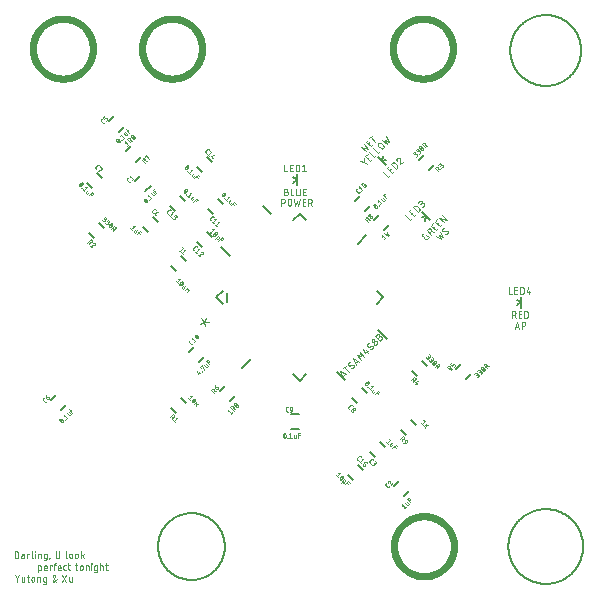
<source format=gbr>
G04 EAGLE Gerber RS-274X export*
G75*
%MOMM*%
%FSLAX34Y34*%
%LPD*%
%INSilkscreen Top*%
%IPPOS*%
%AMOC8*
5,1,8,0,0,1.08239X$1,22.5*%
G01*
%ADD10C,0.152400*%
%ADD11C,0.050800*%
%ADD12C,0.025400*%
%ADD13C,0.203200*%
%ADD14C,0.076200*%
%ADD15C,0.609600*%


D10*
X430000Y450000D02*
X430009Y450736D01*
X430036Y451472D01*
X430081Y452207D01*
X430144Y452941D01*
X430226Y453672D01*
X430325Y454402D01*
X430442Y455129D01*
X430576Y455853D01*
X430729Y456573D01*
X430899Y457289D01*
X431087Y458001D01*
X431292Y458709D01*
X431514Y459410D01*
X431754Y460107D01*
X432010Y460797D01*
X432284Y461481D01*
X432574Y462157D01*
X432880Y462827D01*
X433203Y463488D01*
X433542Y464142D01*
X433897Y464787D01*
X434268Y465423D01*
X434654Y466050D01*
X435056Y466667D01*
X435472Y467274D01*
X435904Y467871D01*
X436350Y468457D01*
X436810Y469032D01*
X437284Y469595D01*
X437771Y470147D01*
X438273Y470686D01*
X438787Y471213D01*
X439314Y471727D01*
X439853Y472229D01*
X440405Y472716D01*
X440968Y473190D01*
X441543Y473650D01*
X442129Y474096D01*
X442726Y474528D01*
X443333Y474944D01*
X443950Y475346D01*
X444577Y475732D01*
X445213Y476103D01*
X445858Y476458D01*
X446512Y476797D01*
X447173Y477120D01*
X447843Y477426D01*
X448519Y477716D01*
X449203Y477990D01*
X449893Y478246D01*
X450590Y478486D01*
X451291Y478708D01*
X451999Y478913D01*
X452711Y479101D01*
X453427Y479271D01*
X454147Y479424D01*
X454871Y479558D01*
X455598Y479675D01*
X456328Y479774D01*
X457059Y479856D01*
X457793Y479919D01*
X458528Y479964D01*
X459264Y479991D01*
X460000Y480000D01*
X460736Y479991D01*
X461472Y479964D01*
X462207Y479919D01*
X462941Y479856D01*
X463672Y479774D01*
X464402Y479675D01*
X465129Y479558D01*
X465853Y479424D01*
X466573Y479271D01*
X467289Y479101D01*
X468001Y478913D01*
X468709Y478708D01*
X469410Y478486D01*
X470107Y478246D01*
X470797Y477990D01*
X471481Y477716D01*
X472157Y477426D01*
X472827Y477120D01*
X473488Y476797D01*
X474142Y476458D01*
X474787Y476103D01*
X475423Y475732D01*
X476050Y475346D01*
X476667Y474944D01*
X477274Y474528D01*
X477871Y474096D01*
X478457Y473650D01*
X479032Y473190D01*
X479595Y472716D01*
X480147Y472229D01*
X480686Y471727D01*
X481213Y471213D01*
X481727Y470686D01*
X482229Y470147D01*
X482716Y469595D01*
X483190Y469032D01*
X483650Y468457D01*
X484096Y467871D01*
X484528Y467274D01*
X484944Y466667D01*
X485346Y466050D01*
X485732Y465423D01*
X486103Y464787D01*
X486458Y464142D01*
X486797Y463488D01*
X487120Y462827D01*
X487426Y462157D01*
X487716Y461481D01*
X487990Y460797D01*
X488246Y460107D01*
X488486Y459410D01*
X488708Y458709D01*
X488913Y458001D01*
X489101Y457289D01*
X489271Y456573D01*
X489424Y455853D01*
X489558Y455129D01*
X489675Y454402D01*
X489774Y453672D01*
X489856Y452941D01*
X489919Y452207D01*
X489964Y451472D01*
X489991Y450736D01*
X490000Y450000D01*
X489991Y449264D01*
X489964Y448528D01*
X489919Y447793D01*
X489856Y447059D01*
X489774Y446328D01*
X489675Y445598D01*
X489558Y444871D01*
X489424Y444147D01*
X489271Y443427D01*
X489101Y442711D01*
X488913Y441999D01*
X488708Y441291D01*
X488486Y440590D01*
X488246Y439893D01*
X487990Y439203D01*
X487716Y438519D01*
X487426Y437843D01*
X487120Y437173D01*
X486797Y436512D01*
X486458Y435858D01*
X486103Y435213D01*
X485732Y434577D01*
X485346Y433950D01*
X484944Y433333D01*
X484528Y432726D01*
X484096Y432129D01*
X483650Y431543D01*
X483190Y430968D01*
X482716Y430405D01*
X482229Y429853D01*
X481727Y429314D01*
X481213Y428787D01*
X480686Y428273D01*
X480147Y427771D01*
X479595Y427284D01*
X479032Y426810D01*
X478457Y426350D01*
X477871Y425904D01*
X477274Y425472D01*
X476667Y425056D01*
X476050Y424654D01*
X475423Y424268D01*
X474787Y423897D01*
X474142Y423542D01*
X473488Y423203D01*
X472827Y422880D01*
X472157Y422574D01*
X471481Y422284D01*
X470797Y422010D01*
X470107Y421754D01*
X469410Y421514D01*
X468709Y421292D01*
X468001Y421087D01*
X467289Y420899D01*
X466573Y420729D01*
X465853Y420576D01*
X465129Y420442D01*
X464402Y420325D01*
X463672Y420226D01*
X462941Y420144D01*
X462207Y420081D01*
X461472Y420036D01*
X460736Y420009D01*
X460000Y420000D01*
X459264Y420009D01*
X458528Y420036D01*
X457793Y420081D01*
X457059Y420144D01*
X456328Y420226D01*
X455598Y420325D01*
X454871Y420442D01*
X454147Y420576D01*
X453427Y420729D01*
X452711Y420899D01*
X451999Y421087D01*
X451291Y421292D01*
X450590Y421514D01*
X449893Y421754D01*
X449203Y422010D01*
X448519Y422284D01*
X447843Y422574D01*
X447173Y422880D01*
X446512Y423203D01*
X445858Y423542D01*
X445213Y423897D01*
X444577Y424268D01*
X443950Y424654D01*
X443333Y425056D01*
X442726Y425472D01*
X442129Y425904D01*
X441543Y426350D01*
X440968Y426810D01*
X440405Y427284D01*
X439853Y427771D01*
X439314Y428273D01*
X438787Y428787D01*
X438273Y429314D01*
X437771Y429853D01*
X437284Y430405D01*
X436810Y430968D01*
X436350Y431543D01*
X435904Y432129D01*
X435472Y432726D01*
X435056Y433333D01*
X434654Y433950D01*
X434268Y434577D01*
X433897Y435213D01*
X433542Y435858D01*
X433203Y436512D01*
X432880Y437173D01*
X432574Y437843D01*
X432284Y438519D01*
X432010Y439203D01*
X431754Y439893D01*
X431514Y440590D01*
X431292Y441291D01*
X431087Y441999D01*
X430899Y442711D01*
X430729Y443427D01*
X430576Y444147D01*
X430442Y444871D01*
X430325Y445598D01*
X430226Y446328D01*
X430144Y447059D01*
X430081Y447793D01*
X430036Y448528D01*
X430009Y449264D01*
X430000Y450000D01*
X428377Y30000D02*
X428387Y30776D01*
X428415Y31552D01*
X428463Y32326D01*
X428529Y33100D01*
X428615Y33871D01*
X428719Y34640D01*
X428843Y35406D01*
X428985Y36169D01*
X429145Y36929D01*
X429325Y37684D01*
X429523Y38434D01*
X429739Y39180D01*
X429973Y39920D01*
X430226Y40653D01*
X430496Y41381D01*
X430784Y42102D01*
X431090Y42815D01*
X431413Y43521D01*
X431754Y44218D01*
X432111Y44907D01*
X432485Y45587D01*
X432876Y46257D01*
X433283Y46918D01*
X433706Y47569D01*
X434146Y48209D01*
X434600Y48838D01*
X435070Y49455D01*
X435555Y50061D01*
X436055Y50655D01*
X436569Y51237D01*
X437097Y51805D01*
X437639Y52361D01*
X438195Y52903D01*
X438763Y53431D01*
X439345Y53945D01*
X439939Y54445D01*
X440545Y54930D01*
X441162Y55400D01*
X441791Y55854D01*
X442431Y56294D01*
X443082Y56717D01*
X443743Y57124D01*
X444413Y57515D01*
X445093Y57889D01*
X445782Y58246D01*
X446479Y58587D01*
X447185Y58910D01*
X447898Y59216D01*
X448619Y59504D01*
X449347Y59774D01*
X450080Y60027D01*
X450820Y60261D01*
X451566Y60477D01*
X452316Y60675D01*
X453071Y60855D01*
X453831Y61015D01*
X454594Y61157D01*
X455360Y61281D01*
X456129Y61385D01*
X456900Y61471D01*
X457674Y61537D01*
X458448Y61585D01*
X459224Y61613D01*
X460000Y61623D01*
X460776Y61613D01*
X461552Y61585D01*
X462326Y61537D01*
X463100Y61471D01*
X463871Y61385D01*
X464640Y61281D01*
X465406Y61157D01*
X466169Y61015D01*
X466929Y60855D01*
X467684Y60675D01*
X468434Y60477D01*
X469180Y60261D01*
X469920Y60027D01*
X470653Y59774D01*
X471381Y59504D01*
X472102Y59216D01*
X472815Y58910D01*
X473521Y58587D01*
X474218Y58246D01*
X474907Y57889D01*
X475587Y57515D01*
X476257Y57124D01*
X476918Y56717D01*
X477569Y56294D01*
X478209Y55854D01*
X478838Y55400D01*
X479455Y54930D01*
X480061Y54445D01*
X480655Y53945D01*
X481237Y53431D01*
X481805Y52903D01*
X482361Y52361D01*
X482903Y51805D01*
X483431Y51237D01*
X483945Y50655D01*
X484445Y50061D01*
X484930Y49455D01*
X485400Y48838D01*
X485854Y48209D01*
X486294Y47569D01*
X486717Y46918D01*
X487124Y46257D01*
X487515Y45587D01*
X487889Y44907D01*
X488246Y44218D01*
X488587Y43521D01*
X488910Y42815D01*
X489216Y42102D01*
X489504Y41381D01*
X489774Y40653D01*
X490027Y39920D01*
X490261Y39180D01*
X490477Y38434D01*
X490675Y37684D01*
X490855Y36929D01*
X491015Y36169D01*
X491157Y35406D01*
X491281Y34640D01*
X491385Y33871D01*
X491471Y33100D01*
X491537Y32326D01*
X491585Y31552D01*
X491613Y30776D01*
X491623Y30000D01*
X491613Y29224D01*
X491585Y28448D01*
X491537Y27674D01*
X491471Y26900D01*
X491385Y26129D01*
X491281Y25360D01*
X491157Y24594D01*
X491015Y23831D01*
X490855Y23071D01*
X490675Y22316D01*
X490477Y21566D01*
X490261Y20820D01*
X490027Y20080D01*
X489774Y19347D01*
X489504Y18619D01*
X489216Y17898D01*
X488910Y17185D01*
X488587Y16479D01*
X488246Y15782D01*
X487889Y15093D01*
X487515Y14413D01*
X487124Y13743D01*
X486717Y13082D01*
X486294Y12431D01*
X485854Y11791D01*
X485400Y11162D01*
X484930Y10545D01*
X484445Y9939D01*
X483945Y9345D01*
X483431Y8763D01*
X482903Y8195D01*
X482361Y7639D01*
X481805Y7097D01*
X481237Y6569D01*
X480655Y6055D01*
X480061Y5555D01*
X479455Y5070D01*
X478838Y4600D01*
X478209Y4146D01*
X477569Y3706D01*
X476918Y3283D01*
X476257Y2876D01*
X475587Y2485D01*
X474907Y2111D01*
X474218Y1754D01*
X473521Y1413D01*
X472815Y1090D01*
X472102Y784D01*
X471381Y496D01*
X470653Y226D01*
X469920Y-27D01*
X469180Y-261D01*
X468434Y-477D01*
X467684Y-675D01*
X466929Y-855D01*
X466169Y-1015D01*
X465406Y-1157D01*
X464640Y-1281D01*
X463871Y-1385D01*
X463100Y-1471D01*
X462326Y-1537D01*
X461552Y-1585D01*
X460776Y-1613D01*
X460000Y-1623D01*
X459224Y-1613D01*
X458448Y-1585D01*
X457674Y-1537D01*
X456900Y-1471D01*
X456129Y-1385D01*
X455360Y-1281D01*
X454594Y-1157D01*
X453831Y-1015D01*
X453071Y-855D01*
X452316Y-675D01*
X451566Y-477D01*
X450820Y-261D01*
X450080Y-27D01*
X449347Y226D01*
X448619Y496D01*
X447898Y784D01*
X447185Y1090D01*
X446479Y1413D01*
X445782Y1754D01*
X445093Y2111D01*
X444413Y2485D01*
X443743Y2876D01*
X443082Y3283D01*
X442431Y3706D01*
X441791Y4146D01*
X441162Y4600D01*
X440545Y5070D01*
X439939Y5555D01*
X439345Y6055D01*
X438763Y6569D01*
X438195Y7097D01*
X437639Y7639D01*
X437097Y8195D01*
X436569Y8763D01*
X436055Y9345D01*
X435555Y9939D01*
X435070Y10545D01*
X434600Y11162D01*
X434146Y11791D01*
X433706Y12431D01*
X433283Y13082D01*
X432876Y13743D01*
X432485Y14413D01*
X432111Y15093D01*
X431754Y15782D01*
X431413Y16479D01*
X431090Y17185D01*
X430784Y17898D01*
X430496Y18619D01*
X430226Y19347D01*
X429973Y20080D01*
X429739Y20820D01*
X429523Y21566D01*
X429325Y22316D01*
X429145Y23071D01*
X428985Y23831D01*
X428843Y24594D01*
X428719Y25360D01*
X428615Y26129D01*
X428529Y26900D01*
X428463Y27674D01*
X428415Y28448D01*
X428387Y29224D01*
X428377Y30000D01*
X131716Y30000D02*
X131725Y30694D01*
X131750Y31388D01*
X131793Y32081D01*
X131852Y32772D01*
X131929Y33462D01*
X132022Y34150D01*
X132132Y34835D01*
X132259Y35518D01*
X132403Y36197D01*
X132564Y36872D01*
X132741Y37544D01*
X132934Y38210D01*
X133144Y38872D01*
X133369Y39529D01*
X133611Y40179D01*
X133869Y40824D01*
X134142Y41462D01*
X134432Y42093D01*
X134736Y42717D01*
X135056Y43333D01*
X135390Y43941D01*
X135740Y44541D01*
X136104Y45132D01*
X136483Y45714D01*
X136875Y46286D01*
X137282Y46849D01*
X137702Y47401D01*
X138136Y47943D01*
X138583Y48474D01*
X139043Y48994D01*
X139515Y49503D01*
X140000Y50000D01*
X140497Y50485D01*
X141006Y50957D01*
X141526Y51417D01*
X142057Y51864D01*
X142599Y52298D01*
X143151Y52718D01*
X143714Y53125D01*
X144286Y53517D01*
X144868Y53896D01*
X145459Y54260D01*
X146059Y54610D01*
X146667Y54944D01*
X147283Y55264D01*
X147907Y55568D01*
X148538Y55858D01*
X149176Y56131D01*
X149821Y56389D01*
X150471Y56631D01*
X151128Y56856D01*
X151790Y57066D01*
X152456Y57259D01*
X153128Y57436D01*
X153803Y57597D01*
X154482Y57741D01*
X155165Y57868D01*
X155850Y57978D01*
X156538Y58071D01*
X157228Y58148D01*
X157919Y58207D01*
X158612Y58250D01*
X159306Y58275D01*
X160000Y58284D01*
X160694Y58275D01*
X161388Y58250D01*
X162081Y58207D01*
X162772Y58148D01*
X163462Y58071D01*
X164150Y57978D01*
X164835Y57868D01*
X165518Y57741D01*
X166197Y57597D01*
X166872Y57436D01*
X167544Y57259D01*
X168210Y57066D01*
X168872Y56856D01*
X169529Y56631D01*
X170179Y56389D01*
X170824Y56131D01*
X171462Y55858D01*
X172093Y55568D01*
X172717Y55264D01*
X173333Y54944D01*
X173941Y54610D01*
X174541Y54260D01*
X175132Y53896D01*
X175714Y53517D01*
X176286Y53125D01*
X176849Y52718D01*
X177401Y52298D01*
X177943Y51864D01*
X178474Y51417D01*
X178994Y50957D01*
X179503Y50485D01*
X180000Y50000D01*
X180485Y49503D01*
X180957Y48994D01*
X181417Y48474D01*
X181864Y47943D01*
X182298Y47401D01*
X182718Y46849D01*
X183125Y46286D01*
X183517Y45714D01*
X183896Y45132D01*
X184260Y44541D01*
X184610Y43941D01*
X184944Y43333D01*
X185264Y42717D01*
X185568Y42093D01*
X185858Y41462D01*
X186131Y40824D01*
X186389Y40179D01*
X186631Y39529D01*
X186856Y38872D01*
X187066Y38210D01*
X187259Y37544D01*
X187436Y36872D01*
X187597Y36197D01*
X187741Y35518D01*
X187868Y34835D01*
X187978Y34150D01*
X188071Y33462D01*
X188148Y32772D01*
X188207Y32081D01*
X188250Y31388D01*
X188275Y30694D01*
X188284Y30000D01*
X188275Y29306D01*
X188250Y28612D01*
X188207Y27919D01*
X188148Y27228D01*
X188071Y26538D01*
X187978Y25850D01*
X187868Y25165D01*
X187741Y24482D01*
X187597Y23803D01*
X187436Y23128D01*
X187259Y22456D01*
X187066Y21790D01*
X186856Y21128D01*
X186631Y20471D01*
X186389Y19821D01*
X186131Y19176D01*
X185858Y18538D01*
X185568Y17907D01*
X185264Y17283D01*
X184944Y16667D01*
X184610Y16059D01*
X184260Y15459D01*
X183896Y14868D01*
X183517Y14286D01*
X183125Y13714D01*
X182718Y13151D01*
X182298Y12599D01*
X181864Y12057D01*
X181417Y11526D01*
X180957Y11006D01*
X180485Y10497D01*
X180000Y10000D01*
X179503Y9515D01*
X178994Y9043D01*
X178474Y8583D01*
X177943Y8136D01*
X177401Y7702D01*
X176849Y7282D01*
X176286Y6875D01*
X175714Y6483D01*
X175132Y6104D01*
X174541Y5740D01*
X173941Y5390D01*
X173333Y5056D01*
X172717Y4736D01*
X172093Y4432D01*
X171462Y4142D01*
X170824Y3869D01*
X170179Y3611D01*
X169529Y3369D01*
X168872Y3144D01*
X168210Y2934D01*
X167544Y2741D01*
X166872Y2564D01*
X166197Y2403D01*
X165518Y2259D01*
X164835Y2132D01*
X164150Y2022D01*
X163462Y1929D01*
X162772Y1852D01*
X162081Y1793D01*
X161388Y1750D01*
X160694Y1725D01*
X160000Y1716D01*
X159306Y1725D01*
X158612Y1750D01*
X157919Y1793D01*
X157228Y1852D01*
X156538Y1929D01*
X155850Y2022D01*
X155165Y2132D01*
X154482Y2259D01*
X153803Y2403D01*
X153128Y2564D01*
X152456Y2741D01*
X151790Y2934D01*
X151128Y3144D01*
X150471Y3369D01*
X149821Y3611D01*
X149176Y3869D01*
X148538Y4142D01*
X147907Y4432D01*
X147283Y4736D01*
X146667Y5056D01*
X146059Y5390D01*
X145459Y5740D01*
X144868Y6104D01*
X144286Y6483D01*
X143714Y6875D01*
X143151Y7282D01*
X142599Y7702D01*
X142057Y8136D01*
X141526Y8583D01*
X141006Y9043D01*
X140497Y9515D01*
X140000Y10000D01*
X139515Y10497D01*
X139043Y11006D01*
X138583Y11526D01*
X138136Y12057D01*
X137702Y12599D01*
X137282Y13151D01*
X136875Y13714D01*
X136483Y14286D01*
X136104Y14868D01*
X135740Y15459D01*
X135390Y16059D01*
X135056Y16667D01*
X134736Y17283D01*
X134432Y17907D01*
X134142Y18538D01*
X133869Y19176D01*
X133611Y19821D01*
X133369Y20471D01*
X133144Y21128D01*
X132934Y21790D01*
X132741Y22456D01*
X132564Y23128D01*
X132403Y23803D01*
X132259Y24482D01*
X132132Y25165D01*
X132022Y25850D01*
X131929Y26538D01*
X131852Y27228D01*
X131793Y27919D01*
X131750Y28612D01*
X131725Y29306D01*
X131716Y30000D01*
D11*
X236243Y318556D02*
X236243Y324144D01*
X237795Y324144D01*
X237872Y324142D01*
X237950Y324136D01*
X238026Y324127D01*
X238103Y324113D01*
X238178Y324096D01*
X238252Y324075D01*
X238326Y324050D01*
X238398Y324022D01*
X238468Y323990D01*
X238537Y323955D01*
X238604Y323916D01*
X238669Y323874D01*
X238732Y323829D01*
X238793Y323781D01*
X238851Y323730D01*
X238906Y323676D01*
X238959Y323619D01*
X239008Y323560D01*
X239055Y323498D01*
X239099Y323434D01*
X239139Y323368D01*
X239176Y323300D01*
X239210Y323230D01*
X239240Y323159D01*
X239266Y323086D01*
X239289Y323012D01*
X239308Y322937D01*
X239323Y322862D01*
X239335Y322785D01*
X239343Y322708D01*
X239347Y322631D01*
X239347Y322553D01*
X239343Y322476D01*
X239335Y322399D01*
X239323Y322322D01*
X239308Y322247D01*
X239289Y322172D01*
X239266Y322098D01*
X239240Y322025D01*
X239210Y321954D01*
X239176Y321884D01*
X239139Y321816D01*
X239099Y321750D01*
X239055Y321686D01*
X239008Y321624D01*
X238959Y321565D01*
X238906Y321508D01*
X238851Y321454D01*
X238793Y321403D01*
X238732Y321355D01*
X238669Y321310D01*
X238604Y321268D01*
X238537Y321229D01*
X238468Y321194D01*
X238398Y321162D01*
X238326Y321134D01*
X238252Y321109D01*
X238178Y321088D01*
X238103Y321071D01*
X238026Y321057D01*
X237950Y321048D01*
X237872Y321042D01*
X237795Y321040D01*
X236243Y321040D01*
X241463Y320108D02*
X241463Y322592D01*
X241465Y322669D01*
X241471Y322747D01*
X241480Y322823D01*
X241494Y322900D01*
X241511Y322975D01*
X241532Y323049D01*
X241557Y323123D01*
X241585Y323195D01*
X241617Y323265D01*
X241652Y323334D01*
X241691Y323401D01*
X241733Y323466D01*
X241778Y323529D01*
X241826Y323590D01*
X241877Y323648D01*
X241931Y323703D01*
X241988Y323756D01*
X242047Y323805D01*
X242109Y323852D01*
X242173Y323896D01*
X242239Y323936D01*
X242307Y323973D01*
X242377Y324007D01*
X242448Y324037D01*
X242521Y324063D01*
X242595Y324086D01*
X242670Y324105D01*
X242745Y324120D01*
X242822Y324132D01*
X242899Y324140D01*
X242976Y324144D01*
X243054Y324144D01*
X243131Y324140D01*
X243208Y324132D01*
X243285Y324120D01*
X243360Y324105D01*
X243435Y324086D01*
X243509Y324063D01*
X243582Y324037D01*
X243653Y324007D01*
X243723Y323973D01*
X243791Y323936D01*
X243857Y323896D01*
X243921Y323852D01*
X243983Y323805D01*
X244042Y323756D01*
X244099Y323703D01*
X244153Y323648D01*
X244204Y323590D01*
X244252Y323529D01*
X244297Y323466D01*
X244339Y323401D01*
X244378Y323334D01*
X244413Y323265D01*
X244445Y323195D01*
X244473Y323123D01*
X244498Y323049D01*
X244519Y322975D01*
X244536Y322900D01*
X244550Y322823D01*
X244559Y322747D01*
X244565Y322669D01*
X244567Y322592D01*
X244568Y322592D02*
X244568Y320108D01*
X244567Y320108D02*
X244565Y320031D01*
X244559Y319953D01*
X244550Y319877D01*
X244536Y319800D01*
X244519Y319725D01*
X244498Y319651D01*
X244473Y319577D01*
X244445Y319505D01*
X244413Y319435D01*
X244378Y319366D01*
X244339Y319299D01*
X244297Y319234D01*
X244252Y319171D01*
X244204Y319110D01*
X244153Y319052D01*
X244099Y318997D01*
X244042Y318944D01*
X243983Y318895D01*
X243921Y318848D01*
X243857Y318804D01*
X243791Y318764D01*
X243723Y318727D01*
X243653Y318693D01*
X243582Y318663D01*
X243509Y318637D01*
X243435Y318614D01*
X243360Y318595D01*
X243285Y318580D01*
X243208Y318568D01*
X243131Y318560D01*
X243054Y318556D01*
X242976Y318556D01*
X242899Y318560D01*
X242822Y318568D01*
X242745Y318580D01*
X242670Y318595D01*
X242595Y318614D01*
X242521Y318637D01*
X242448Y318663D01*
X242377Y318693D01*
X242307Y318727D01*
X242239Y318764D01*
X242173Y318804D01*
X242109Y318848D01*
X242047Y318895D01*
X241988Y318944D01*
X241931Y318997D01*
X241877Y319052D01*
X241826Y319110D01*
X241778Y319171D01*
X241733Y319234D01*
X241691Y319299D01*
X241652Y319366D01*
X241617Y319435D01*
X241585Y319505D01*
X241557Y319577D01*
X241532Y319651D01*
X241511Y319725D01*
X241494Y319800D01*
X241480Y319877D01*
X241471Y319953D01*
X241465Y320031D01*
X241463Y320108D01*
X246750Y324144D02*
X247992Y318556D01*
X249233Y322281D01*
X250475Y318556D01*
X251717Y324144D01*
X254093Y318556D02*
X256577Y318556D01*
X254093Y318556D02*
X254093Y324144D01*
X256577Y324144D01*
X255956Y321660D02*
X254093Y321660D01*
X258873Y324144D02*
X258873Y318556D01*
X258873Y324144D02*
X260425Y324144D01*
X260502Y324142D01*
X260580Y324136D01*
X260656Y324127D01*
X260733Y324113D01*
X260808Y324096D01*
X260882Y324075D01*
X260956Y324050D01*
X261028Y324022D01*
X261098Y323990D01*
X261167Y323955D01*
X261234Y323916D01*
X261299Y323874D01*
X261362Y323829D01*
X261423Y323781D01*
X261481Y323730D01*
X261536Y323676D01*
X261589Y323619D01*
X261638Y323560D01*
X261685Y323498D01*
X261729Y323434D01*
X261769Y323368D01*
X261806Y323300D01*
X261840Y323230D01*
X261870Y323159D01*
X261896Y323086D01*
X261919Y323012D01*
X261938Y322937D01*
X261953Y322862D01*
X261965Y322785D01*
X261973Y322708D01*
X261977Y322631D01*
X261977Y322553D01*
X261973Y322476D01*
X261965Y322399D01*
X261953Y322322D01*
X261938Y322247D01*
X261919Y322172D01*
X261896Y322098D01*
X261870Y322025D01*
X261840Y321954D01*
X261806Y321884D01*
X261769Y321816D01*
X261729Y321750D01*
X261685Y321686D01*
X261638Y321624D01*
X261589Y321565D01*
X261536Y321508D01*
X261481Y321454D01*
X261423Y321403D01*
X261362Y321355D01*
X261299Y321310D01*
X261234Y321268D01*
X261167Y321229D01*
X261098Y321194D01*
X261028Y321162D01*
X260956Y321134D01*
X260882Y321109D01*
X260808Y321088D01*
X260733Y321071D01*
X260656Y321057D01*
X260580Y321048D01*
X260502Y321042D01*
X260425Y321040D01*
X258873Y321040D01*
X260735Y321040D02*
X261977Y318556D01*
X307482Y364641D02*
X303531Y368592D01*
X309677Y366836D01*
X305726Y370787D01*
X311628Y368786D02*
X313384Y370543D01*
X311628Y368786D02*
X307676Y372738D01*
X309433Y374494D01*
X310750Y372299D02*
X309433Y370982D01*
X311740Y376802D02*
X315692Y372850D01*
X310643Y375704D02*
X312838Y377899D01*
X366734Y293055D02*
X371563Y289982D01*
X369807Y293494D01*
X373319Y291738D01*
X370246Y296567D01*
X376928Y297103D02*
X376976Y297053D01*
X377021Y296999D01*
X377063Y296944D01*
X377102Y296886D01*
X377137Y296826D01*
X377169Y296764D01*
X377197Y296700D01*
X377222Y296635D01*
X377243Y296569D01*
X377261Y296501D01*
X377274Y296433D01*
X377284Y296364D01*
X377290Y296295D01*
X377292Y296225D01*
X377290Y296155D01*
X377284Y296086D01*
X377274Y296017D01*
X377261Y295949D01*
X377243Y295881D01*
X377222Y295815D01*
X377197Y295750D01*
X377169Y295686D01*
X377137Y295624D01*
X377102Y295564D01*
X377063Y295506D01*
X377021Y295451D01*
X376976Y295397D01*
X376928Y295347D01*
X376928Y295346D02*
X376857Y295278D01*
X376783Y295212D01*
X376707Y295149D01*
X376629Y295089D01*
X376549Y295032D01*
X376466Y294978D01*
X376381Y294928D01*
X376295Y294880D01*
X376207Y294836D01*
X376117Y294795D01*
X376026Y294757D01*
X375933Y294723D01*
X375840Y294693D01*
X375745Y294665D01*
X375649Y294642D01*
X375552Y294622D01*
X375455Y294606D01*
X375357Y294593D01*
X375259Y294585D01*
X375161Y294579D01*
X375062Y294578D01*
X372648Y297213D02*
X372600Y297263D01*
X372555Y297317D01*
X372513Y297372D01*
X372474Y297430D01*
X372439Y297490D01*
X372407Y297552D01*
X372379Y297616D01*
X372354Y297681D01*
X372333Y297747D01*
X372315Y297815D01*
X372302Y297883D01*
X372292Y297952D01*
X372286Y298021D01*
X372284Y298091D01*
X372286Y298161D01*
X372292Y298230D01*
X372302Y298299D01*
X372315Y298367D01*
X372333Y298435D01*
X372354Y298501D01*
X372379Y298566D01*
X372407Y298630D01*
X372439Y298692D01*
X372474Y298752D01*
X372513Y298810D01*
X372555Y298865D01*
X372600Y298919D01*
X372648Y298969D01*
X372648Y298968D02*
X372715Y299033D01*
X372785Y299095D01*
X372858Y299154D01*
X372933Y299211D01*
X373010Y299264D01*
X373089Y299314D01*
X373170Y299361D01*
X373253Y299404D01*
X373337Y299444D01*
X373424Y299481D01*
X373511Y299514D01*
X373600Y299544D01*
X373690Y299570D01*
X373781Y299593D01*
X373872Y299612D01*
X373965Y299627D01*
X373855Y296883D02*
X373787Y296868D01*
X373720Y296856D01*
X373651Y296848D01*
X373582Y296844D01*
X373513Y296843D01*
X373445Y296847D01*
X373376Y296854D01*
X373308Y296864D01*
X373241Y296879D01*
X373174Y296897D01*
X373109Y296919D01*
X373045Y296944D01*
X372982Y296973D01*
X372921Y297005D01*
X372862Y297040D01*
X372805Y297079D01*
X372750Y297120D01*
X372697Y297165D01*
X372647Y297212D01*
X375721Y297432D02*
X375788Y297447D01*
X375856Y297459D01*
X375924Y297467D01*
X375993Y297471D01*
X376062Y297472D01*
X376131Y297468D01*
X376199Y297461D01*
X376267Y297451D01*
X376334Y297436D01*
X376401Y297418D01*
X376466Y297396D01*
X376530Y297371D01*
X376593Y297342D01*
X376654Y297310D01*
X376713Y297275D01*
X376770Y297236D01*
X376825Y297195D01*
X376878Y297150D01*
X376928Y297103D01*
X375721Y297432D02*
X373855Y296883D01*
X435429Y219964D02*
X433566Y214376D01*
X437292Y214376D02*
X435429Y219964D01*
X436826Y215773D02*
X434032Y215773D01*
X439629Y214376D02*
X439629Y219964D01*
X441181Y219964D01*
X441258Y219962D01*
X441336Y219956D01*
X441412Y219947D01*
X441489Y219933D01*
X441564Y219916D01*
X441638Y219895D01*
X441712Y219870D01*
X441784Y219842D01*
X441854Y219810D01*
X441923Y219775D01*
X441990Y219736D01*
X442055Y219694D01*
X442118Y219649D01*
X442179Y219601D01*
X442237Y219550D01*
X442292Y219496D01*
X442345Y219439D01*
X442394Y219380D01*
X442441Y219318D01*
X442485Y219254D01*
X442525Y219188D01*
X442562Y219120D01*
X442596Y219050D01*
X442626Y218979D01*
X442652Y218906D01*
X442675Y218832D01*
X442694Y218757D01*
X442709Y218682D01*
X442721Y218605D01*
X442729Y218528D01*
X442733Y218451D01*
X442733Y218373D01*
X442729Y218296D01*
X442721Y218219D01*
X442709Y218142D01*
X442694Y218067D01*
X442675Y217992D01*
X442652Y217918D01*
X442626Y217845D01*
X442596Y217774D01*
X442562Y217704D01*
X442525Y217636D01*
X442485Y217570D01*
X442441Y217506D01*
X442394Y217444D01*
X442345Y217385D01*
X442292Y217328D01*
X442237Y217274D01*
X442179Y217223D01*
X442118Y217175D01*
X442055Y217130D01*
X441990Y217088D01*
X441923Y217049D01*
X441854Y217014D01*
X441784Y216982D01*
X441712Y216954D01*
X441638Y216929D01*
X441564Y216908D01*
X441489Y216891D01*
X441412Y216877D01*
X441336Y216868D01*
X441258Y216862D01*
X441181Y216860D01*
X439629Y216860D01*
X10254Y25842D02*
X10254Y20254D01*
X10254Y25842D02*
X11806Y25842D01*
X11882Y25840D01*
X11958Y25835D01*
X12034Y25825D01*
X12109Y25812D01*
X12183Y25795D01*
X12257Y25775D01*
X12329Y25751D01*
X12400Y25724D01*
X12470Y25693D01*
X12538Y25659D01*
X12604Y25621D01*
X12668Y25580D01*
X12731Y25537D01*
X12791Y25490D01*
X12848Y25440D01*
X12903Y25387D01*
X12956Y25332D01*
X13006Y25275D01*
X13053Y25215D01*
X13096Y25152D01*
X13137Y25088D01*
X13175Y25022D01*
X13209Y24954D01*
X13240Y24884D01*
X13267Y24813D01*
X13291Y24740D01*
X13311Y24667D01*
X13328Y24593D01*
X13341Y24518D01*
X13351Y24442D01*
X13356Y24366D01*
X13358Y24290D01*
X13358Y21806D01*
X13356Y21727D01*
X13350Y21649D01*
X13340Y21571D01*
X13326Y21494D01*
X13308Y21417D01*
X13287Y21341D01*
X13261Y21267D01*
X13232Y21194D01*
X13199Y21123D01*
X13163Y21053D01*
X13123Y20985D01*
X13080Y20919D01*
X13033Y20856D01*
X12984Y20795D01*
X12931Y20737D01*
X12875Y20681D01*
X12817Y20628D01*
X12756Y20579D01*
X12693Y20532D01*
X12627Y20489D01*
X12559Y20449D01*
X12490Y20413D01*
X12418Y20380D01*
X12345Y20351D01*
X12271Y20325D01*
X12195Y20304D01*
X12118Y20286D01*
X12041Y20272D01*
X11963Y20262D01*
X11885Y20256D01*
X11806Y20254D01*
X10254Y20254D01*
X16926Y22427D02*
X18323Y22427D01*
X16926Y22428D02*
X16862Y22426D01*
X16797Y22420D01*
X16734Y22411D01*
X16671Y22398D01*
X16609Y22381D01*
X16548Y22360D01*
X16488Y22336D01*
X16430Y22308D01*
X16373Y22277D01*
X16319Y22243D01*
X16266Y22205D01*
X16216Y22164D01*
X16169Y22121D01*
X16124Y22075D01*
X16082Y22026D01*
X16043Y21975D01*
X16007Y21921D01*
X15974Y21866D01*
X15945Y21808D01*
X15919Y21750D01*
X15896Y21689D01*
X15877Y21628D01*
X15862Y21565D01*
X15851Y21501D01*
X15843Y21438D01*
X15839Y21373D01*
X15839Y21309D01*
X15843Y21244D01*
X15851Y21181D01*
X15862Y21117D01*
X15877Y21054D01*
X15896Y20993D01*
X15919Y20932D01*
X15945Y20874D01*
X15974Y20816D01*
X16007Y20761D01*
X16043Y20707D01*
X16082Y20656D01*
X16124Y20607D01*
X16169Y20561D01*
X16216Y20518D01*
X16266Y20477D01*
X16319Y20439D01*
X16373Y20405D01*
X16430Y20374D01*
X16488Y20346D01*
X16548Y20322D01*
X16609Y20301D01*
X16671Y20284D01*
X16734Y20271D01*
X16797Y20262D01*
X16862Y20256D01*
X16926Y20254D01*
X18323Y20254D01*
X18323Y23048D01*
X18322Y23048D02*
X18320Y23106D01*
X18315Y23165D01*
X18306Y23222D01*
X18293Y23280D01*
X18276Y23336D01*
X18257Y23391D01*
X18233Y23444D01*
X18207Y23497D01*
X18177Y23547D01*
X18144Y23595D01*
X18108Y23641D01*
X18070Y23685D01*
X18028Y23727D01*
X17984Y23765D01*
X17938Y23801D01*
X17890Y23834D01*
X17840Y23864D01*
X17787Y23890D01*
X17734Y23914D01*
X17679Y23933D01*
X17623Y23950D01*
X17565Y23963D01*
X17508Y23972D01*
X17449Y23977D01*
X17391Y23979D01*
X16150Y23979D01*
X21021Y23979D02*
X21021Y20254D01*
X21021Y23979D02*
X22884Y23979D01*
X22884Y23358D01*
X24716Y21185D02*
X24716Y25842D01*
X24716Y21185D02*
X24718Y21127D01*
X24723Y21068D01*
X24732Y21011D01*
X24745Y20953D01*
X24762Y20897D01*
X24781Y20842D01*
X24805Y20789D01*
X24831Y20736D01*
X24861Y20686D01*
X24894Y20638D01*
X24930Y20592D01*
X24968Y20548D01*
X25010Y20506D01*
X25054Y20468D01*
X25100Y20432D01*
X25148Y20399D01*
X25198Y20369D01*
X25251Y20343D01*
X25304Y20319D01*
X25359Y20300D01*
X25415Y20283D01*
X25473Y20270D01*
X25530Y20261D01*
X25589Y20256D01*
X25647Y20254D01*
X27534Y20254D02*
X27534Y23979D01*
X27379Y25532D02*
X27379Y25842D01*
X27689Y25842D01*
X27689Y25532D01*
X27379Y25532D01*
X29950Y23979D02*
X29950Y20254D01*
X29950Y23979D02*
X31502Y23979D01*
X31560Y23977D01*
X31619Y23972D01*
X31676Y23963D01*
X31734Y23950D01*
X31790Y23933D01*
X31845Y23914D01*
X31898Y23890D01*
X31951Y23864D01*
X32001Y23834D01*
X32049Y23801D01*
X32095Y23765D01*
X32139Y23727D01*
X32181Y23685D01*
X32219Y23641D01*
X32255Y23595D01*
X32288Y23547D01*
X32318Y23497D01*
X32344Y23444D01*
X32368Y23391D01*
X32387Y23336D01*
X32404Y23280D01*
X32417Y23222D01*
X32426Y23165D01*
X32431Y23106D01*
X32433Y23048D01*
X32433Y20254D01*
X35790Y20254D02*
X37342Y20254D01*
X35790Y20254D02*
X35732Y20256D01*
X35673Y20261D01*
X35616Y20270D01*
X35558Y20283D01*
X35502Y20300D01*
X35447Y20319D01*
X35394Y20343D01*
X35341Y20369D01*
X35291Y20399D01*
X35243Y20432D01*
X35197Y20468D01*
X35153Y20506D01*
X35111Y20548D01*
X35073Y20592D01*
X35037Y20638D01*
X35004Y20686D01*
X34974Y20736D01*
X34948Y20789D01*
X34924Y20842D01*
X34905Y20897D01*
X34888Y20953D01*
X34875Y21011D01*
X34866Y21068D01*
X34861Y21127D01*
X34859Y21185D01*
X34858Y21185D02*
X34858Y23048D01*
X34859Y23048D02*
X34861Y23106D01*
X34866Y23165D01*
X34875Y23222D01*
X34888Y23280D01*
X34905Y23336D01*
X34924Y23391D01*
X34948Y23444D01*
X34974Y23497D01*
X35004Y23547D01*
X35037Y23595D01*
X35073Y23641D01*
X35111Y23685D01*
X35153Y23727D01*
X35197Y23765D01*
X35243Y23801D01*
X35291Y23834D01*
X35341Y23864D01*
X35394Y23890D01*
X35447Y23914D01*
X35502Y23933D01*
X35558Y23950D01*
X35616Y23963D01*
X35673Y23972D01*
X35732Y23977D01*
X35790Y23979D01*
X37342Y23979D01*
X37342Y19323D01*
X37340Y19262D01*
X37334Y19201D01*
X37324Y19141D01*
X37310Y19082D01*
X37293Y19024D01*
X37271Y18967D01*
X37246Y18911D01*
X37217Y18858D01*
X37185Y18806D01*
X37150Y18756D01*
X37111Y18709D01*
X37069Y18665D01*
X37025Y18623D01*
X36978Y18584D01*
X36928Y18549D01*
X36877Y18517D01*
X36823Y18488D01*
X36767Y18463D01*
X36710Y18441D01*
X36652Y18424D01*
X36593Y18410D01*
X36533Y18400D01*
X36472Y18394D01*
X36411Y18392D01*
X36411Y18391D02*
X35169Y18391D01*
X39610Y20254D02*
X39921Y20254D01*
X39610Y20254D02*
X39610Y20564D01*
X39921Y20564D01*
X39921Y20254D01*
X39455Y19012D01*
X45184Y21806D02*
X45184Y25842D01*
X45184Y21806D02*
X45186Y21729D01*
X45192Y21651D01*
X45201Y21575D01*
X45215Y21498D01*
X45232Y21423D01*
X45253Y21349D01*
X45278Y21275D01*
X45306Y21203D01*
X45338Y21133D01*
X45373Y21064D01*
X45412Y20997D01*
X45454Y20932D01*
X45499Y20869D01*
X45547Y20808D01*
X45598Y20750D01*
X45652Y20695D01*
X45709Y20642D01*
X45768Y20593D01*
X45830Y20546D01*
X45894Y20502D01*
X45960Y20462D01*
X46028Y20425D01*
X46098Y20391D01*
X46169Y20361D01*
X46242Y20335D01*
X46316Y20312D01*
X46391Y20293D01*
X46466Y20278D01*
X46543Y20266D01*
X46620Y20258D01*
X46697Y20254D01*
X46775Y20254D01*
X46852Y20258D01*
X46929Y20266D01*
X47006Y20278D01*
X47081Y20293D01*
X47156Y20312D01*
X47230Y20335D01*
X47303Y20361D01*
X47374Y20391D01*
X47444Y20425D01*
X47512Y20462D01*
X47578Y20502D01*
X47642Y20546D01*
X47704Y20593D01*
X47763Y20642D01*
X47820Y20695D01*
X47874Y20750D01*
X47925Y20808D01*
X47973Y20869D01*
X48018Y20932D01*
X48060Y20997D01*
X48099Y21064D01*
X48134Y21133D01*
X48166Y21203D01*
X48194Y21275D01*
X48219Y21349D01*
X48240Y21423D01*
X48257Y21498D01*
X48271Y21575D01*
X48280Y21651D01*
X48286Y21729D01*
X48288Y21806D01*
X48288Y25842D01*
X53793Y25842D02*
X53793Y21185D01*
X53795Y21127D01*
X53800Y21068D01*
X53809Y21011D01*
X53822Y20953D01*
X53839Y20897D01*
X53858Y20842D01*
X53882Y20789D01*
X53908Y20736D01*
X53938Y20686D01*
X53971Y20638D01*
X54007Y20592D01*
X54045Y20548D01*
X54087Y20506D01*
X54131Y20468D01*
X54177Y20432D01*
X54225Y20399D01*
X54275Y20369D01*
X54328Y20343D01*
X54381Y20319D01*
X54436Y20300D01*
X54492Y20283D01*
X54550Y20270D01*
X54607Y20261D01*
X54666Y20256D01*
X54724Y20254D01*
X56650Y21496D02*
X56650Y22738D01*
X56649Y22738D02*
X56651Y22808D01*
X56657Y22877D01*
X56667Y22946D01*
X56680Y23014D01*
X56698Y23082D01*
X56719Y23148D01*
X56744Y23213D01*
X56772Y23277D01*
X56804Y23339D01*
X56839Y23399D01*
X56878Y23457D01*
X56920Y23512D01*
X56965Y23566D01*
X57013Y23616D01*
X57063Y23664D01*
X57117Y23709D01*
X57172Y23751D01*
X57230Y23790D01*
X57290Y23825D01*
X57352Y23857D01*
X57416Y23885D01*
X57481Y23910D01*
X57547Y23931D01*
X57615Y23949D01*
X57683Y23962D01*
X57752Y23972D01*
X57821Y23978D01*
X57891Y23980D01*
X57961Y23978D01*
X58030Y23972D01*
X58099Y23962D01*
X58167Y23949D01*
X58235Y23931D01*
X58301Y23910D01*
X58366Y23885D01*
X58430Y23857D01*
X58492Y23825D01*
X58552Y23790D01*
X58610Y23751D01*
X58665Y23709D01*
X58719Y23664D01*
X58769Y23616D01*
X58817Y23566D01*
X58862Y23512D01*
X58904Y23457D01*
X58943Y23399D01*
X58978Y23339D01*
X59010Y23277D01*
X59038Y23213D01*
X59063Y23148D01*
X59084Y23082D01*
X59102Y23014D01*
X59115Y22946D01*
X59125Y22877D01*
X59131Y22808D01*
X59133Y22738D01*
X59133Y21496D01*
X59131Y21426D01*
X59125Y21357D01*
X59115Y21288D01*
X59102Y21220D01*
X59084Y21152D01*
X59063Y21086D01*
X59038Y21021D01*
X59010Y20957D01*
X58978Y20895D01*
X58943Y20835D01*
X58904Y20777D01*
X58862Y20722D01*
X58817Y20668D01*
X58769Y20618D01*
X58719Y20570D01*
X58665Y20525D01*
X58610Y20483D01*
X58552Y20444D01*
X58492Y20409D01*
X58430Y20377D01*
X58366Y20349D01*
X58301Y20324D01*
X58235Y20303D01*
X58167Y20285D01*
X58099Y20272D01*
X58030Y20262D01*
X57961Y20256D01*
X57891Y20254D01*
X57821Y20256D01*
X57752Y20262D01*
X57683Y20272D01*
X57615Y20285D01*
X57547Y20303D01*
X57481Y20324D01*
X57416Y20349D01*
X57352Y20377D01*
X57290Y20409D01*
X57230Y20444D01*
X57172Y20483D01*
X57117Y20525D01*
X57063Y20570D01*
X57013Y20618D01*
X56965Y20668D01*
X56920Y20722D01*
X56878Y20777D01*
X56839Y20835D01*
X56804Y20895D01*
X56772Y20957D01*
X56744Y21021D01*
X56719Y21086D01*
X56698Y21152D01*
X56680Y21220D01*
X56667Y21288D01*
X56657Y21357D01*
X56651Y21426D01*
X56649Y21496D01*
X61405Y21496D02*
X61405Y22738D01*
X61404Y22738D02*
X61406Y22808D01*
X61412Y22877D01*
X61422Y22946D01*
X61435Y23014D01*
X61453Y23082D01*
X61474Y23148D01*
X61499Y23213D01*
X61527Y23277D01*
X61559Y23339D01*
X61594Y23399D01*
X61633Y23457D01*
X61675Y23512D01*
X61720Y23566D01*
X61768Y23616D01*
X61818Y23664D01*
X61872Y23709D01*
X61927Y23751D01*
X61985Y23790D01*
X62045Y23825D01*
X62107Y23857D01*
X62171Y23885D01*
X62236Y23910D01*
X62302Y23931D01*
X62370Y23949D01*
X62438Y23962D01*
X62507Y23972D01*
X62576Y23978D01*
X62646Y23980D01*
X62716Y23978D01*
X62785Y23972D01*
X62854Y23962D01*
X62922Y23949D01*
X62990Y23931D01*
X63056Y23910D01*
X63121Y23885D01*
X63185Y23857D01*
X63247Y23825D01*
X63307Y23790D01*
X63365Y23751D01*
X63420Y23709D01*
X63474Y23664D01*
X63524Y23616D01*
X63572Y23566D01*
X63617Y23512D01*
X63659Y23457D01*
X63698Y23399D01*
X63733Y23339D01*
X63765Y23277D01*
X63793Y23213D01*
X63818Y23148D01*
X63839Y23082D01*
X63857Y23014D01*
X63870Y22946D01*
X63880Y22877D01*
X63886Y22808D01*
X63888Y22738D01*
X63888Y21496D01*
X63886Y21426D01*
X63880Y21357D01*
X63870Y21288D01*
X63857Y21220D01*
X63839Y21152D01*
X63818Y21086D01*
X63793Y21021D01*
X63765Y20957D01*
X63733Y20895D01*
X63698Y20835D01*
X63659Y20777D01*
X63617Y20722D01*
X63572Y20668D01*
X63524Y20618D01*
X63474Y20570D01*
X63420Y20525D01*
X63365Y20483D01*
X63307Y20444D01*
X63247Y20409D01*
X63185Y20377D01*
X63121Y20349D01*
X63056Y20324D01*
X62990Y20303D01*
X62922Y20285D01*
X62854Y20272D01*
X62785Y20262D01*
X62716Y20256D01*
X62646Y20254D01*
X62576Y20256D01*
X62507Y20262D01*
X62438Y20272D01*
X62370Y20285D01*
X62302Y20303D01*
X62236Y20324D01*
X62171Y20349D01*
X62107Y20377D01*
X62045Y20409D01*
X61985Y20444D01*
X61927Y20483D01*
X61872Y20525D01*
X61818Y20570D01*
X61768Y20618D01*
X61720Y20668D01*
X61675Y20722D01*
X61633Y20777D01*
X61594Y20835D01*
X61559Y20895D01*
X61527Y20957D01*
X61499Y21021D01*
X61474Y21086D01*
X61453Y21152D01*
X61435Y21220D01*
X61422Y21288D01*
X61412Y21357D01*
X61406Y21426D01*
X61404Y21496D01*
X66409Y20254D02*
X66409Y25842D01*
X68892Y23979D02*
X66409Y22117D01*
X67495Y22893D02*
X68892Y20254D01*
X30254Y13979D02*
X30254Y8391D01*
X30254Y13979D02*
X31806Y13979D01*
X31864Y13977D01*
X31923Y13972D01*
X31980Y13963D01*
X32038Y13950D01*
X32094Y13933D01*
X32149Y13914D01*
X32202Y13890D01*
X32255Y13864D01*
X32305Y13834D01*
X32353Y13801D01*
X32399Y13765D01*
X32443Y13727D01*
X32485Y13685D01*
X32523Y13641D01*
X32559Y13595D01*
X32592Y13547D01*
X32622Y13497D01*
X32648Y13444D01*
X32672Y13391D01*
X32691Y13336D01*
X32708Y13280D01*
X32721Y13222D01*
X32730Y13165D01*
X32735Y13106D01*
X32737Y13048D01*
X32738Y13048D02*
X32738Y11185D01*
X32737Y11185D02*
X32735Y11127D01*
X32730Y11068D01*
X32721Y11011D01*
X32708Y10953D01*
X32691Y10897D01*
X32672Y10842D01*
X32648Y10789D01*
X32622Y10736D01*
X32592Y10686D01*
X32559Y10638D01*
X32523Y10592D01*
X32485Y10548D01*
X32443Y10506D01*
X32399Y10468D01*
X32353Y10432D01*
X32305Y10399D01*
X32255Y10369D01*
X32202Y10343D01*
X32149Y10319D01*
X32094Y10300D01*
X32038Y10283D01*
X31980Y10270D01*
X31923Y10261D01*
X31864Y10256D01*
X31806Y10254D01*
X30254Y10254D01*
X35911Y10254D02*
X37464Y10254D01*
X35911Y10254D02*
X35853Y10256D01*
X35794Y10261D01*
X35737Y10270D01*
X35679Y10283D01*
X35623Y10300D01*
X35568Y10319D01*
X35515Y10343D01*
X35462Y10369D01*
X35412Y10399D01*
X35364Y10432D01*
X35318Y10468D01*
X35274Y10506D01*
X35232Y10548D01*
X35194Y10592D01*
X35158Y10638D01*
X35125Y10686D01*
X35095Y10736D01*
X35069Y10789D01*
X35045Y10842D01*
X35026Y10897D01*
X35009Y10953D01*
X34996Y11011D01*
X34987Y11068D01*
X34982Y11127D01*
X34980Y11185D01*
X34980Y12738D01*
X34982Y12808D01*
X34988Y12877D01*
X34998Y12946D01*
X35011Y13014D01*
X35029Y13082D01*
X35050Y13148D01*
X35075Y13213D01*
X35103Y13277D01*
X35135Y13339D01*
X35170Y13399D01*
X35209Y13457D01*
X35251Y13512D01*
X35296Y13566D01*
X35344Y13616D01*
X35394Y13664D01*
X35448Y13709D01*
X35503Y13751D01*
X35561Y13790D01*
X35621Y13825D01*
X35683Y13857D01*
X35747Y13885D01*
X35812Y13910D01*
X35878Y13931D01*
X35946Y13949D01*
X36014Y13962D01*
X36083Y13972D01*
X36152Y13978D01*
X36222Y13980D01*
X36292Y13978D01*
X36361Y13972D01*
X36430Y13962D01*
X36498Y13949D01*
X36566Y13931D01*
X36632Y13910D01*
X36697Y13885D01*
X36761Y13857D01*
X36823Y13825D01*
X36883Y13790D01*
X36941Y13751D01*
X36996Y13709D01*
X37050Y13664D01*
X37100Y13616D01*
X37148Y13566D01*
X37193Y13512D01*
X37235Y13457D01*
X37274Y13399D01*
X37309Y13339D01*
X37341Y13277D01*
X37369Y13213D01*
X37394Y13148D01*
X37415Y13082D01*
X37433Y13014D01*
X37446Y12946D01*
X37456Y12877D01*
X37462Y12808D01*
X37464Y12738D01*
X37464Y12117D01*
X34980Y12117D01*
X39950Y10254D02*
X39950Y13979D01*
X41813Y13979D01*
X41813Y13358D01*
X43875Y14911D02*
X43875Y10254D01*
X43875Y14911D02*
X43877Y14969D01*
X43882Y15028D01*
X43891Y15085D01*
X43904Y15143D01*
X43921Y15199D01*
X43940Y15254D01*
X43964Y15307D01*
X43990Y15360D01*
X44020Y15410D01*
X44053Y15458D01*
X44089Y15504D01*
X44127Y15548D01*
X44169Y15590D01*
X44213Y15628D01*
X44259Y15664D01*
X44307Y15697D01*
X44358Y15727D01*
X44410Y15753D01*
X44463Y15777D01*
X44518Y15796D01*
X44574Y15813D01*
X44632Y15826D01*
X44689Y15835D01*
X44748Y15840D01*
X44806Y15842D01*
X45116Y15842D01*
X45116Y13979D02*
X43254Y13979D01*
X47616Y10254D02*
X49168Y10254D01*
X47616Y10254D02*
X47558Y10256D01*
X47499Y10261D01*
X47442Y10270D01*
X47384Y10283D01*
X47328Y10300D01*
X47273Y10319D01*
X47220Y10343D01*
X47167Y10369D01*
X47117Y10399D01*
X47069Y10432D01*
X47023Y10468D01*
X46979Y10506D01*
X46937Y10548D01*
X46899Y10592D01*
X46863Y10638D01*
X46830Y10686D01*
X46800Y10736D01*
X46774Y10789D01*
X46750Y10842D01*
X46731Y10897D01*
X46714Y10953D01*
X46701Y11011D01*
X46692Y11068D01*
X46687Y11127D01*
X46685Y11185D01*
X46684Y11185D02*
X46684Y12738D01*
X46686Y12808D01*
X46692Y12877D01*
X46702Y12946D01*
X46715Y13014D01*
X46733Y13082D01*
X46754Y13148D01*
X46779Y13213D01*
X46807Y13277D01*
X46839Y13339D01*
X46874Y13399D01*
X46913Y13457D01*
X46955Y13512D01*
X47000Y13566D01*
X47048Y13616D01*
X47098Y13664D01*
X47152Y13709D01*
X47207Y13751D01*
X47265Y13790D01*
X47325Y13825D01*
X47387Y13857D01*
X47451Y13885D01*
X47516Y13910D01*
X47582Y13931D01*
X47650Y13949D01*
X47718Y13962D01*
X47787Y13972D01*
X47856Y13978D01*
X47926Y13980D01*
X47996Y13978D01*
X48065Y13972D01*
X48134Y13962D01*
X48202Y13949D01*
X48270Y13931D01*
X48336Y13910D01*
X48401Y13885D01*
X48465Y13857D01*
X48527Y13825D01*
X48587Y13790D01*
X48645Y13751D01*
X48700Y13709D01*
X48754Y13664D01*
X48804Y13616D01*
X48852Y13566D01*
X48897Y13512D01*
X48939Y13457D01*
X48978Y13399D01*
X49013Y13339D01*
X49045Y13277D01*
X49073Y13213D01*
X49098Y13148D01*
X49119Y13082D01*
X49137Y13014D01*
X49150Y12946D01*
X49160Y12877D01*
X49166Y12808D01*
X49168Y12738D01*
X49168Y12117D01*
X46684Y12117D01*
X52377Y10254D02*
X53619Y10254D01*
X52377Y10254D02*
X52319Y10256D01*
X52260Y10261D01*
X52203Y10270D01*
X52145Y10283D01*
X52089Y10300D01*
X52034Y10319D01*
X51981Y10343D01*
X51928Y10369D01*
X51878Y10399D01*
X51830Y10432D01*
X51784Y10468D01*
X51740Y10506D01*
X51698Y10548D01*
X51660Y10592D01*
X51624Y10638D01*
X51591Y10686D01*
X51561Y10736D01*
X51535Y10789D01*
X51511Y10842D01*
X51492Y10897D01*
X51475Y10953D01*
X51462Y11011D01*
X51453Y11068D01*
X51448Y11127D01*
X51446Y11185D01*
X51446Y13048D01*
X51448Y13106D01*
X51453Y13165D01*
X51462Y13222D01*
X51475Y13280D01*
X51492Y13336D01*
X51511Y13391D01*
X51535Y13444D01*
X51561Y13497D01*
X51591Y13547D01*
X51624Y13595D01*
X51660Y13641D01*
X51698Y13685D01*
X51740Y13727D01*
X51784Y13765D01*
X51830Y13801D01*
X51878Y13834D01*
X51928Y13864D01*
X51981Y13890D01*
X52034Y13914D01*
X52089Y13933D01*
X52145Y13950D01*
X52203Y13963D01*
X52260Y13972D01*
X52319Y13977D01*
X52377Y13979D01*
X53619Y13979D01*
X55179Y13979D02*
X57042Y13979D01*
X55800Y15842D02*
X55800Y11185D01*
X55802Y11127D01*
X55807Y11068D01*
X55816Y11011D01*
X55829Y10953D01*
X55846Y10897D01*
X55865Y10842D01*
X55889Y10789D01*
X55915Y10736D01*
X55945Y10686D01*
X55978Y10638D01*
X56014Y10592D01*
X56052Y10548D01*
X56094Y10506D01*
X56138Y10468D01*
X56184Y10432D01*
X56232Y10399D01*
X56283Y10369D01*
X56335Y10343D01*
X56388Y10319D01*
X56443Y10300D01*
X56499Y10283D01*
X56557Y10270D01*
X56614Y10261D01*
X56673Y10256D01*
X56731Y10254D01*
X57042Y10254D01*
X61580Y13979D02*
X63442Y13979D01*
X62200Y15842D02*
X62200Y11185D01*
X62201Y11185D02*
X62203Y11127D01*
X62208Y11068D01*
X62217Y11011D01*
X62230Y10953D01*
X62247Y10897D01*
X62266Y10842D01*
X62290Y10789D01*
X62316Y10736D01*
X62346Y10686D01*
X62379Y10638D01*
X62415Y10592D01*
X62453Y10548D01*
X62495Y10506D01*
X62539Y10468D01*
X62585Y10432D01*
X62633Y10399D01*
X62684Y10369D01*
X62736Y10343D01*
X62789Y10319D01*
X62844Y10300D01*
X62900Y10283D01*
X62958Y10270D01*
X63015Y10261D01*
X63074Y10256D01*
X63132Y10254D01*
X63442Y10254D01*
X65521Y11496D02*
X65521Y12738D01*
X65520Y12738D02*
X65522Y12808D01*
X65528Y12877D01*
X65538Y12946D01*
X65551Y13014D01*
X65569Y13082D01*
X65590Y13148D01*
X65615Y13213D01*
X65643Y13277D01*
X65675Y13339D01*
X65710Y13399D01*
X65749Y13457D01*
X65791Y13512D01*
X65836Y13566D01*
X65884Y13616D01*
X65934Y13664D01*
X65988Y13709D01*
X66043Y13751D01*
X66101Y13790D01*
X66161Y13825D01*
X66223Y13857D01*
X66287Y13885D01*
X66352Y13910D01*
X66418Y13931D01*
X66486Y13949D01*
X66554Y13962D01*
X66623Y13972D01*
X66692Y13978D01*
X66762Y13980D01*
X66832Y13978D01*
X66901Y13972D01*
X66970Y13962D01*
X67038Y13949D01*
X67106Y13931D01*
X67172Y13910D01*
X67237Y13885D01*
X67301Y13857D01*
X67363Y13825D01*
X67423Y13790D01*
X67481Y13751D01*
X67536Y13709D01*
X67590Y13664D01*
X67640Y13616D01*
X67688Y13566D01*
X67733Y13512D01*
X67775Y13457D01*
X67814Y13399D01*
X67849Y13339D01*
X67881Y13277D01*
X67909Y13213D01*
X67934Y13148D01*
X67955Y13082D01*
X67973Y13014D01*
X67986Y12946D01*
X67996Y12877D01*
X68002Y12808D01*
X68004Y12738D01*
X68004Y11496D01*
X68002Y11426D01*
X67996Y11357D01*
X67986Y11288D01*
X67973Y11220D01*
X67955Y11152D01*
X67934Y11086D01*
X67909Y11021D01*
X67881Y10957D01*
X67849Y10895D01*
X67814Y10835D01*
X67775Y10777D01*
X67733Y10722D01*
X67688Y10668D01*
X67640Y10618D01*
X67590Y10570D01*
X67536Y10525D01*
X67481Y10483D01*
X67423Y10444D01*
X67363Y10409D01*
X67301Y10377D01*
X67237Y10349D01*
X67172Y10324D01*
X67106Y10303D01*
X67038Y10285D01*
X66970Y10272D01*
X66901Y10262D01*
X66832Y10256D01*
X66762Y10254D01*
X66692Y10256D01*
X66623Y10262D01*
X66554Y10272D01*
X66486Y10285D01*
X66418Y10303D01*
X66352Y10324D01*
X66287Y10349D01*
X66223Y10377D01*
X66161Y10409D01*
X66101Y10444D01*
X66043Y10483D01*
X65988Y10525D01*
X65934Y10570D01*
X65884Y10618D01*
X65836Y10668D01*
X65791Y10722D01*
X65749Y10777D01*
X65710Y10835D01*
X65675Y10895D01*
X65643Y10957D01*
X65615Y11021D01*
X65590Y11086D01*
X65569Y11152D01*
X65551Y11220D01*
X65538Y11288D01*
X65528Y11357D01*
X65522Y11426D01*
X65520Y11496D01*
X70458Y10254D02*
X70458Y13979D01*
X72011Y13979D01*
X72069Y13977D01*
X72128Y13972D01*
X72185Y13963D01*
X72243Y13950D01*
X72299Y13933D01*
X72354Y13914D01*
X72407Y13890D01*
X72460Y13864D01*
X72510Y13834D01*
X72558Y13801D01*
X72604Y13765D01*
X72648Y13727D01*
X72690Y13685D01*
X72728Y13641D01*
X72764Y13595D01*
X72797Y13547D01*
X72827Y13497D01*
X72853Y13444D01*
X72877Y13391D01*
X72896Y13336D01*
X72913Y13280D01*
X72926Y13222D01*
X72935Y13165D01*
X72940Y13106D01*
X72942Y13048D01*
X72942Y10254D01*
X75358Y10254D02*
X75358Y13979D01*
X75202Y15532D02*
X75202Y15842D01*
X75513Y15842D01*
X75513Y15532D01*
X75202Y15532D01*
X78493Y10254D02*
X80045Y10254D01*
X78493Y10254D02*
X78435Y10256D01*
X78376Y10261D01*
X78319Y10270D01*
X78261Y10283D01*
X78205Y10300D01*
X78150Y10319D01*
X78097Y10343D01*
X78044Y10369D01*
X77994Y10399D01*
X77946Y10432D01*
X77900Y10468D01*
X77856Y10506D01*
X77814Y10548D01*
X77776Y10592D01*
X77740Y10638D01*
X77707Y10686D01*
X77677Y10736D01*
X77651Y10789D01*
X77627Y10842D01*
X77608Y10897D01*
X77591Y10953D01*
X77578Y11011D01*
X77569Y11068D01*
X77564Y11127D01*
X77562Y11185D01*
X77562Y13048D01*
X77564Y13106D01*
X77569Y13165D01*
X77578Y13222D01*
X77591Y13280D01*
X77608Y13336D01*
X77627Y13391D01*
X77651Y13444D01*
X77677Y13497D01*
X77707Y13547D01*
X77740Y13595D01*
X77776Y13641D01*
X77814Y13685D01*
X77856Y13727D01*
X77900Y13765D01*
X77946Y13801D01*
X77994Y13834D01*
X78044Y13864D01*
X78097Y13890D01*
X78150Y13914D01*
X78205Y13933D01*
X78261Y13950D01*
X78319Y13963D01*
X78376Y13972D01*
X78435Y13977D01*
X78493Y13979D01*
X80045Y13979D01*
X80045Y9323D01*
X80043Y9262D01*
X80037Y9201D01*
X80027Y9141D01*
X80013Y9082D01*
X79996Y9024D01*
X79974Y8967D01*
X79949Y8911D01*
X79920Y8858D01*
X79888Y8806D01*
X79853Y8756D01*
X79814Y8709D01*
X79772Y8665D01*
X79728Y8623D01*
X79681Y8584D01*
X79631Y8549D01*
X79580Y8517D01*
X79526Y8488D01*
X79470Y8463D01*
X79413Y8441D01*
X79355Y8424D01*
X79296Y8410D01*
X79236Y8400D01*
X79175Y8394D01*
X79114Y8392D01*
X79114Y8391D02*
X77872Y8391D01*
X82711Y10254D02*
X82711Y15842D01*
X82711Y13979D02*
X84263Y13979D01*
X84321Y13977D01*
X84380Y13972D01*
X84437Y13963D01*
X84495Y13950D01*
X84551Y13933D01*
X84606Y13914D01*
X84659Y13890D01*
X84712Y13864D01*
X84762Y13834D01*
X84810Y13801D01*
X84856Y13765D01*
X84900Y13727D01*
X84942Y13685D01*
X84980Y13641D01*
X85016Y13595D01*
X85049Y13547D01*
X85079Y13497D01*
X85105Y13444D01*
X85129Y13391D01*
X85148Y13336D01*
X85165Y13280D01*
X85178Y13222D01*
X85187Y13165D01*
X85192Y13106D01*
X85194Y13048D01*
X85195Y13048D02*
X85195Y10254D01*
X87183Y13979D02*
X89045Y13979D01*
X87803Y15842D02*
X87803Y11185D01*
X87804Y11185D02*
X87806Y11127D01*
X87811Y11068D01*
X87820Y11011D01*
X87833Y10953D01*
X87850Y10897D01*
X87869Y10842D01*
X87893Y10789D01*
X87919Y10736D01*
X87949Y10686D01*
X87982Y10638D01*
X88018Y10592D01*
X88056Y10548D01*
X88098Y10506D01*
X88142Y10468D01*
X88188Y10432D01*
X88236Y10399D01*
X88287Y10369D01*
X88339Y10343D01*
X88392Y10319D01*
X88447Y10300D01*
X88503Y10283D01*
X88561Y10270D01*
X88618Y10261D01*
X88677Y10256D01*
X88735Y10254D01*
X89045Y10254D01*
X12117Y3203D02*
X10254Y5842D01*
X12117Y3203D02*
X13979Y5842D01*
X12117Y3203D02*
X12117Y254D01*
X16178Y1185D02*
X16178Y3979D01*
X16179Y1185D02*
X16181Y1127D01*
X16186Y1068D01*
X16195Y1011D01*
X16208Y953D01*
X16225Y897D01*
X16244Y842D01*
X16268Y789D01*
X16294Y736D01*
X16324Y686D01*
X16357Y638D01*
X16393Y592D01*
X16431Y548D01*
X16473Y506D01*
X16517Y468D01*
X16563Y432D01*
X16611Y399D01*
X16661Y369D01*
X16714Y343D01*
X16767Y319D01*
X16822Y300D01*
X16878Y283D01*
X16936Y270D01*
X16993Y261D01*
X17052Y256D01*
X17110Y254D01*
X18662Y254D01*
X18662Y3979D01*
X20650Y3979D02*
X22512Y3979D01*
X21271Y5842D02*
X21271Y1185D01*
X21273Y1127D01*
X21278Y1068D01*
X21287Y1011D01*
X21300Y953D01*
X21317Y897D01*
X21336Y842D01*
X21360Y789D01*
X21386Y736D01*
X21416Y686D01*
X21449Y638D01*
X21485Y592D01*
X21523Y548D01*
X21565Y506D01*
X21609Y468D01*
X21655Y432D01*
X21703Y399D01*
X21754Y369D01*
X21806Y343D01*
X21859Y319D01*
X21914Y300D01*
X21970Y283D01*
X22028Y270D01*
X22085Y261D01*
X22144Y256D01*
X22202Y254D01*
X22512Y254D01*
X24591Y1496D02*
X24591Y2738D01*
X24593Y2808D01*
X24599Y2877D01*
X24609Y2946D01*
X24622Y3014D01*
X24640Y3082D01*
X24661Y3148D01*
X24686Y3213D01*
X24714Y3277D01*
X24746Y3339D01*
X24781Y3399D01*
X24820Y3457D01*
X24862Y3512D01*
X24907Y3566D01*
X24955Y3616D01*
X25005Y3664D01*
X25059Y3709D01*
X25114Y3751D01*
X25172Y3790D01*
X25232Y3825D01*
X25294Y3857D01*
X25358Y3885D01*
X25423Y3910D01*
X25489Y3931D01*
X25557Y3949D01*
X25625Y3962D01*
X25694Y3972D01*
X25763Y3978D01*
X25833Y3980D01*
X25903Y3978D01*
X25972Y3972D01*
X26041Y3962D01*
X26109Y3949D01*
X26177Y3931D01*
X26243Y3910D01*
X26308Y3885D01*
X26372Y3857D01*
X26434Y3825D01*
X26494Y3790D01*
X26552Y3751D01*
X26607Y3709D01*
X26661Y3664D01*
X26711Y3616D01*
X26759Y3566D01*
X26804Y3512D01*
X26846Y3457D01*
X26885Y3399D01*
X26920Y3339D01*
X26952Y3277D01*
X26980Y3213D01*
X27005Y3148D01*
X27026Y3082D01*
X27044Y3014D01*
X27057Y2946D01*
X27067Y2877D01*
X27073Y2808D01*
X27075Y2738D01*
X27074Y2738D02*
X27074Y1496D01*
X27075Y1496D02*
X27073Y1426D01*
X27067Y1357D01*
X27057Y1288D01*
X27044Y1220D01*
X27026Y1152D01*
X27005Y1086D01*
X26980Y1021D01*
X26952Y957D01*
X26920Y895D01*
X26885Y835D01*
X26846Y777D01*
X26804Y722D01*
X26759Y668D01*
X26711Y618D01*
X26661Y570D01*
X26607Y525D01*
X26552Y483D01*
X26494Y444D01*
X26434Y409D01*
X26372Y377D01*
X26308Y349D01*
X26243Y324D01*
X26177Y303D01*
X26109Y285D01*
X26041Y272D01*
X25972Y262D01*
X25903Y256D01*
X25833Y254D01*
X25763Y256D01*
X25694Y262D01*
X25625Y272D01*
X25557Y285D01*
X25489Y303D01*
X25423Y324D01*
X25358Y349D01*
X25294Y377D01*
X25232Y409D01*
X25172Y444D01*
X25114Y483D01*
X25059Y525D01*
X25005Y570D01*
X24955Y618D01*
X24907Y668D01*
X24862Y722D01*
X24820Y777D01*
X24781Y835D01*
X24746Y895D01*
X24714Y957D01*
X24686Y1021D01*
X24661Y1086D01*
X24640Y1152D01*
X24622Y1220D01*
X24609Y1288D01*
X24599Y1357D01*
X24593Y1426D01*
X24591Y1496D01*
X29529Y254D02*
X29529Y3979D01*
X31081Y3979D01*
X31139Y3977D01*
X31198Y3972D01*
X31255Y3963D01*
X31313Y3950D01*
X31369Y3933D01*
X31424Y3914D01*
X31477Y3890D01*
X31530Y3864D01*
X31580Y3834D01*
X31628Y3801D01*
X31674Y3765D01*
X31718Y3727D01*
X31760Y3685D01*
X31798Y3641D01*
X31834Y3595D01*
X31867Y3547D01*
X31897Y3497D01*
X31923Y3444D01*
X31947Y3391D01*
X31966Y3336D01*
X31983Y3280D01*
X31996Y3222D01*
X32005Y3165D01*
X32010Y3106D01*
X32012Y3048D01*
X32012Y254D01*
X35369Y254D02*
X36921Y254D01*
X35369Y254D02*
X35311Y256D01*
X35252Y261D01*
X35195Y270D01*
X35137Y283D01*
X35081Y300D01*
X35026Y319D01*
X34973Y343D01*
X34920Y369D01*
X34870Y399D01*
X34822Y432D01*
X34776Y468D01*
X34732Y506D01*
X34690Y548D01*
X34652Y592D01*
X34616Y638D01*
X34583Y686D01*
X34553Y736D01*
X34527Y789D01*
X34503Y842D01*
X34484Y897D01*
X34467Y953D01*
X34454Y1011D01*
X34445Y1068D01*
X34440Y1127D01*
X34438Y1185D01*
X34437Y1185D02*
X34437Y3048D01*
X34438Y3048D02*
X34440Y3106D01*
X34445Y3165D01*
X34454Y3222D01*
X34467Y3280D01*
X34484Y3336D01*
X34503Y3391D01*
X34527Y3444D01*
X34553Y3497D01*
X34583Y3547D01*
X34616Y3595D01*
X34652Y3641D01*
X34690Y3685D01*
X34732Y3727D01*
X34776Y3765D01*
X34822Y3801D01*
X34870Y3834D01*
X34920Y3864D01*
X34973Y3890D01*
X35026Y3914D01*
X35081Y3933D01*
X35137Y3950D01*
X35195Y3963D01*
X35252Y3972D01*
X35311Y3977D01*
X35369Y3979D01*
X36921Y3979D01*
X36921Y-677D01*
X36919Y-735D01*
X36914Y-794D01*
X36905Y-851D01*
X36892Y-909D01*
X36875Y-965D01*
X36856Y-1020D01*
X36832Y-1073D01*
X36806Y-1126D01*
X36776Y-1176D01*
X36743Y-1224D01*
X36707Y-1270D01*
X36669Y-1314D01*
X36627Y-1356D01*
X36583Y-1394D01*
X36537Y-1430D01*
X36489Y-1463D01*
X36439Y-1493D01*
X36386Y-1519D01*
X36333Y-1543D01*
X36278Y-1562D01*
X36222Y-1579D01*
X36164Y-1592D01*
X36107Y-1601D01*
X36048Y-1606D01*
X35990Y-1608D01*
X35990Y-1609D02*
X34748Y-1609D01*
X42972Y4445D02*
X42942Y4496D01*
X42916Y4549D01*
X42894Y4603D01*
X42874Y4659D01*
X42859Y4716D01*
X42847Y4774D01*
X42839Y4832D01*
X42835Y4891D01*
X42834Y4950D01*
X42838Y5008D01*
X42845Y5067D01*
X42855Y5125D01*
X42870Y5182D01*
X42888Y5238D01*
X42910Y5293D01*
X42935Y5346D01*
X42964Y5397D01*
X42996Y5447D01*
X43031Y5494D01*
X43069Y5539D01*
X43109Y5582D01*
X43153Y5622D01*
X43199Y5659D01*
X43247Y5692D01*
X43297Y5723D01*
X43349Y5751D01*
X43403Y5774D01*
X43458Y5795D01*
X43515Y5812D01*
X43572Y5825D01*
X43630Y5834D01*
X43689Y5840D01*
X43748Y5842D01*
X42972Y4445D02*
X45611Y254D01*
X44524Y4445D02*
X44554Y4496D01*
X44580Y4549D01*
X44602Y4603D01*
X44622Y4659D01*
X44637Y4716D01*
X44649Y4774D01*
X44657Y4832D01*
X44661Y4891D01*
X44662Y4950D01*
X44658Y5008D01*
X44651Y5067D01*
X44641Y5125D01*
X44626Y5182D01*
X44608Y5238D01*
X44586Y5293D01*
X44561Y5346D01*
X44532Y5397D01*
X44500Y5447D01*
X44465Y5494D01*
X44427Y5539D01*
X44387Y5582D01*
X44343Y5622D01*
X44297Y5659D01*
X44249Y5692D01*
X44199Y5723D01*
X44147Y5751D01*
X44093Y5774D01*
X44038Y5795D01*
X43981Y5812D01*
X43924Y5825D01*
X43866Y5834D01*
X43807Y5840D01*
X43748Y5842D01*
X42507Y1185D02*
X42509Y1127D01*
X42514Y1068D01*
X42523Y1011D01*
X42536Y953D01*
X42553Y897D01*
X42572Y842D01*
X42596Y789D01*
X42622Y736D01*
X42652Y686D01*
X42685Y638D01*
X42721Y592D01*
X42759Y548D01*
X42801Y506D01*
X42845Y468D01*
X42891Y432D01*
X42939Y399D01*
X42989Y369D01*
X43042Y343D01*
X43095Y319D01*
X43150Y300D01*
X43206Y283D01*
X43264Y270D01*
X43321Y261D01*
X43380Y256D01*
X43438Y254D01*
X42507Y1185D02*
X42509Y1235D01*
X42513Y1285D01*
X42521Y1334D01*
X42533Y1383D01*
X42547Y1430D01*
X42564Y1477D01*
X42584Y1523D01*
X42608Y1567D01*
X42634Y1610D01*
X42662Y1651D01*
X44525Y4445D01*
X43904Y409D02*
X43863Y381D01*
X43820Y355D01*
X43776Y331D01*
X43730Y311D01*
X43683Y294D01*
X43636Y280D01*
X43587Y268D01*
X43538Y260D01*
X43488Y256D01*
X43438Y254D01*
X43904Y409D02*
X46232Y2117D01*
X50487Y254D02*
X54213Y5842D01*
X50487Y5842D02*
X54213Y254D01*
X56412Y1185D02*
X56412Y3979D01*
X56412Y1185D02*
X56414Y1127D01*
X56419Y1068D01*
X56428Y1011D01*
X56441Y953D01*
X56458Y897D01*
X56477Y842D01*
X56501Y789D01*
X56527Y736D01*
X56557Y686D01*
X56590Y638D01*
X56626Y592D01*
X56664Y548D01*
X56706Y506D01*
X56750Y468D01*
X56796Y432D01*
X56844Y399D01*
X56894Y369D01*
X56947Y343D01*
X57000Y319D01*
X57055Y300D01*
X57111Y283D01*
X57169Y270D01*
X57226Y261D01*
X57285Y256D01*
X57343Y254D01*
X58895Y254D01*
X58895Y3979D01*
D10*
X112636Y339821D02*
X116879Y344064D01*
X125364Y335579D02*
X121121Y331336D01*
D12*
X108972Y339526D02*
X108373Y338927D01*
X108374Y338927D02*
X108332Y338888D01*
X108287Y338851D01*
X108240Y338818D01*
X108190Y338788D01*
X108139Y338761D01*
X108086Y338738D01*
X108031Y338719D01*
X107976Y338703D01*
X107919Y338691D01*
X107862Y338683D01*
X107804Y338679D01*
X107746Y338679D01*
X107688Y338683D01*
X107631Y338691D01*
X107574Y338703D01*
X107519Y338719D01*
X107464Y338738D01*
X107411Y338761D01*
X107360Y338788D01*
X107310Y338818D01*
X107263Y338851D01*
X107218Y338888D01*
X107176Y338927D01*
X105679Y340424D01*
X105641Y340465D01*
X105606Y340507D01*
X105574Y340552D01*
X105544Y340600D01*
X105518Y340648D01*
X105495Y340699D01*
X105476Y340751D01*
X105460Y340804D01*
X105447Y340858D01*
X105438Y340912D01*
X105433Y340968D01*
X105431Y341023D01*
X105433Y341078D01*
X105438Y341134D01*
X105447Y341188D01*
X105460Y341242D01*
X105476Y341295D01*
X105495Y341347D01*
X105518Y341398D01*
X105544Y341447D01*
X105574Y341494D01*
X105606Y341539D01*
X105641Y341581D01*
X105679Y341622D01*
X105679Y341621D02*
X106278Y342220D01*
X107841Y342586D02*
X107991Y343933D01*
X110685Y341239D01*
X111433Y341987D02*
X109937Y340490D01*
X119598Y323361D02*
X119636Y323258D01*
X119677Y323157D01*
X119721Y323057D01*
X119769Y322958D01*
X119821Y322861D01*
X119876Y322767D01*
X119934Y322674D01*
X119995Y322583D01*
X120059Y322494D01*
X120127Y322408D01*
X120197Y322324D01*
X120271Y322242D01*
X120347Y322164D01*
X119599Y323362D02*
X119577Y323411D01*
X119558Y323462D01*
X119543Y323514D01*
X119532Y323566D01*
X119524Y323620D01*
X119520Y323673D01*
X119519Y323727D01*
X119523Y323781D01*
X119530Y323835D01*
X119540Y323888D01*
X119555Y323940D01*
X119573Y323991D01*
X119594Y324040D01*
X119619Y324088D01*
X119646Y324134D01*
X119678Y324178D01*
X119712Y324220D01*
X119748Y324260D01*
X119788Y324296D01*
X119830Y324330D01*
X119874Y324362D01*
X119920Y324389D01*
X119968Y324414D01*
X120017Y324435D01*
X120068Y324453D01*
X120120Y324468D01*
X120173Y324478D01*
X120227Y324485D01*
X120281Y324489D01*
X120335Y324488D01*
X120388Y324484D01*
X120442Y324476D01*
X120495Y324465D01*
X120546Y324450D01*
X120597Y324431D01*
X120646Y324409D01*
X120647Y324410D02*
X120750Y324372D01*
X120851Y324331D01*
X120951Y324287D01*
X121050Y324239D01*
X121147Y324187D01*
X121241Y324132D01*
X121334Y324074D01*
X121425Y324013D01*
X121514Y323949D01*
X121600Y323881D01*
X121684Y323811D01*
X121766Y323737D01*
X121844Y323661D01*
X120347Y322164D02*
X120425Y322088D01*
X120507Y322014D01*
X120591Y321944D01*
X120677Y321876D01*
X120766Y321812D01*
X120857Y321751D01*
X120949Y321693D01*
X121044Y321638D01*
X121141Y321586D01*
X121240Y321538D01*
X121340Y321494D01*
X121441Y321453D01*
X121544Y321415D01*
X121545Y321416D02*
X121594Y321394D01*
X121645Y321375D01*
X121697Y321360D01*
X121749Y321349D01*
X121803Y321341D01*
X121856Y321337D01*
X121910Y321336D01*
X121964Y321340D01*
X122018Y321347D01*
X122071Y321357D01*
X122123Y321372D01*
X122174Y321390D01*
X122223Y321411D01*
X122271Y321436D01*
X122317Y321463D01*
X122361Y321495D01*
X122403Y321529D01*
X122443Y321565D01*
X122593Y322464D02*
X122555Y322567D01*
X122514Y322668D01*
X122470Y322768D01*
X122422Y322867D01*
X122370Y322964D01*
X122315Y323058D01*
X122257Y323151D01*
X122196Y323242D01*
X122132Y323331D01*
X122064Y323417D01*
X121994Y323501D01*
X121920Y323583D01*
X121844Y323661D01*
X122592Y322463D02*
X122614Y322414D01*
X122633Y322363D01*
X122648Y322311D01*
X122659Y322259D01*
X122667Y322205D01*
X122671Y322152D01*
X122672Y322098D01*
X122668Y322044D01*
X122661Y321990D01*
X122651Y321937D01*
X122636Y321885D01*
X122618Y321834D01*
X122597Y321785D01*
X122572Y321737D01*
X122545Y321691D01*
X122513Y321647D01*
X122479Y321605D01*
X122443Y321565D01*
X121245Y321565D02*
X120946Y324259D01*
X124028Y323451D02*
X124178Y323301D01*
X124028Y323451D02*
X124178Y323600D01*
X124328Y323451D01*
X124178Y323301D01*
X123219Y326533D02*
X123369Y327880D01*
X126063Y325186D01*
X125315Y324438D02*
X126811Y325934D01*
X127515Y327537D02*
X126168Y328884D01*
X127515Y327537D02*
X127550Y327505D01*
X127587Y327475D01*
X127626Y327448D01*
X127667Y327425D01*
X127710Y327404D01*
X127754Y327387D01*
X127800Y327373D01*
X127846Y327362D01*
X127893Y327355D01*
X127940Y327351D01*
X127988Y327351D01*
X128035Y327355D01*
X128082Y327362D01*
X128128Y327373D01*
X128174Y327387D01*
X128218Y327404D01*
X128261Y327425D01*
X128302Y327448D01*
X128341Y327475D01*
X128378Y327505D01*
X128413Y327537D01*
X128414Y327537D02*
X129162Y328285D01*
X127366Y330081D01*
X127712Y332223D02*
X130406Y329529D01*
X127712Y332223D02*
X128909Y333420D01*
X130106Y332223D02*
X128909Y331025D01*
D10*
X161779Y198664D02*
X157536Y194421D01*
X166021Y185936D02*
X170264Y190179D01*
D12*
X160753Y201647D02*
X161352Y202246D01*
X160754Y201647D02*
X160712Y201608D01*
X160667Y201571D01*
X160620Y201538D01*
X160570Y201508D01*
X160519Y201481D01*
X160466Y201458D01*
X160411Y201439D01*
X160356Y201423D01*
X160299Y201411D01*
X160242Y201403D01*
X160184Y201399D01*
X160126Y201399D01*
X160068Y201403D01*
X160011Y201411D01*
X159954Y201423D01*
X159899Y201439D01*
X159844Y201458D01*
X159791Y201481D01*
X159740Y201508D01*
X159690Y201538D01*
X159643Y201571D01*
X159598Y201608D01*
X159556Y201647D01*
X158059Y203144D01*
X158021Y203185D01*
X157986Y203227D01*
X157954Y203272D01*
X157924Y203320D01*
X157898Y203368D01*
X157875Y203419D01*
X157856Y203471D01*
X157840Y203524D01*
X157827Y203578D01*
X157818Y203632D01*
X157813Y203688D01*
X157811Y203743D01*
X157813Y203798D01*
X157818Y203854D01*
X157827Y203908D01*
X157840Y203962D01*
X157856Y204015D01*
X157875Y204067D01*
X157898Y204118D01*
X157924Y204167D01*
X157954Y204214D01*
X157986Y204259D01*
X158021Y204301D01*
X158059Y204342D01*
X158059Y204341D02*
X158658Y204940D01*
X160221Y205306D02*
X160371Y206653D01*
X163065Y203959D01*
X163813Y204707D02*
X162317Y203210D01*
X163556Y207144D02*
X163480Y207222D01*
X163406Y207304D01*
X163336Y207388D01*
X163268Y207474D01*
X163204Y207563D01*
X163143Y207654D01*
X163085Y207747D01*
X163030Y207841D01*
X162978Y207938D01*
X162930Y208037D01*
X162886Y208137D01*
X162845Y208238D01*
X162807Y208341D01*
X162808Y208341D02*
X162786Y208390D01*
X162767Y208441D01*
X162752Y208493D01*
X162741Y208545D01*
X162733Y208599D01*
X162729Y208652D01*
X162728Y208706D01*
X162732Y208760D01*
X162739Y208814D01*
X162749Y208867D01*
X162764Y208919D01*
X162782Y208970D01*
X162803Y209019D01*
X162828Y209067D01*
X162855Y209113D01*
X162887Y209157D01*
X162921Y209199D01*
X162957Y209239D01*
X162997Y209275D01*
X163039Y209309D01*
X163083Y209341D01*
X163129Y209368D01*
X163177Y209393D01*
X163226Y209414D01*
X163277Y209432D01*
X163329Y209447D01*
X163382Y209457D01*
X163436Y209464D01*
X163490Y209468D01*
X163544Y209467D01*
X163597Y209463D01*
X163651Y209455D01*
X163704Y209444D01*
X163755Y209429D01*
X163806Y209410D01*
X163855Y209388D01*
X163855Y209389D02*
X163958Y209351D01*
X164059Y209310D01*
X164159Y209266D01*
X164258Y209218D01*
X164355Y209166D01*
X164449Y209111D01*
X164542Y209053D01*
X164633Y208992D01*
X164722Y208928D01*
X164808Y208860D01*
X164892Y208790D01*
X164974Y208716D01*
X165052Y208640D01*
X163556Y207144D02*
X163634Y207068D01*
X163716Y206994D01*
X163800Y206924D01*
X163886Y206856D01*
X163975Y206792D01*
X164066Y206731D01*
X164158Y206673D01*
X164253Y206618D01*
X164350Y206566D01*
X164449Y206518D01*
X164549Y206474D01*
X164650Y206433D01*
X164753Y206395D01*
X164753Y206396D02*
X164802Y206374D01*
X164853Y206355D01*
X164905Y206340D01*
X164957Y206329D01*
X165011Y206321D01*
X165064Y206317D01*
X165118Y206316D01*
X165172Y206320D01*
X165226Y206327D01*
X165279Y206337D01*
X165331Y206352D01*
X165382Y206370D01*
X165431Y206391D01*
X165479Y206416D01*
X165525Y206443D01*
X165569Y206475D01*
X165611Y206509D01*
X165651Y206545D01*
X165801Y207443D02*
X165763Y207546D01*
X165722Y207647D01*
X165678Y207747D01*
X165630Y207846D01*
X165578Y207943D01*
X165523Y208037D01*
X165465Y208130D01*
X165404Y208221D01*
X165340Y208310D01*
X165272Y208396D01*
X165202Y208480D01*
X165128Y208562D01*
X165052Y208640D01*
X165800Y207443D02*
X165822Y207394D01*
X165841Y207343D01*
X165856Y207291D01*
X165867Y207239D01*
X165875Y207185D01*
X165879Y207132D01*
X165880Y207078D01*
X165876Y207024D01*
X165869Y206970D01*
X165859Y206917D01*
X165844Y206865D01*
X165826Y206814D01*
X165805Y206765D01*
X165780Y206717D01*
X165753Y206671D01*
X165721Y206627D01*
X165687Y206585D01*
X165651Y206545D01*
X164454Y206545D02*
X164154Y209239D01*
X164499Y178710D02*
X165995Y176016D01*
X167492Y177512D01*
X167642Y176465D02*
X166444Y177662D01*
X168928Y178051D02*
X169078Y177901D01*
X168928Y178051D02*
X169078Y178200D01*
X169228Y178051D01*
X169078Y177901D01*
X167820Y181433D02*
X167521Y181732D01*
X169017Y183229D01*
X170963Y179786D01*
X172415Y182137D02*
X171068Y183484D01*
X172415Y182137D02*
X172450Y182105D01*
X172487Y182075D01*
X172526Y182048D01*
X172567Y182025D01*
X172610Y182004D01*
X172654Y181987D01*
X172700Y181973D01*
X172746Y181962D01*
X172793Y181955D01*
X172840Y181951D01*
X172888Y181951D01*
X172935Y181955D01*
X172982Y181962D01*
X173028Y181973D01*
X173074Y181987D01*
X173118Y182004D01*
X173161Y182025D01*
X173202Y182048D01*
X173241Y182075D01*
X173278Y182105D01*
X173313Y182137D01*
X173314Y182137D02*
X174062Y182885D01*
X172266Y184681D01*
X172612Y186823D02*
X175306Y184129D01*
X172612Y186823D02*
X173809Y188020D01*
X175006Y186823D02*
X173809Y185625D01*
D10*
X178579Y311236D02*
X174336Y315479D01*
X182821Y323964D02*
X187064Y319721D01*
D12*
X175881Y306667D02*
X176480Y306068D01*
X175881Y306666D02*
X175843Y306707D01*
X175808Y306749D01*
X175776Y306794D01*
X175746Y306842D01*
X175720Y306890D01*
X175697Y306941D01*
X175678Y306993D01*
X175662Y307046D01*
X175649Y307100D01*
X175640Y307154D01*
X175635Y307210D01*
X175633Y307265D01*
X175635Y307320D01*
X175640Y307376D01*
X175649Y307430D01*
X175662Y307484D01*
X175678Y307537D01*
X175697Y307589D01*
X175720Y307640D01*
X175746Y307689D01*
X175776Y307736D01*
X175808Y307781D01*
X175843Y307823D01*
X175881Y307864D01*
X177378Y309361D01*
X177377Y309361D02*
X177418Y309399D01*
X177460Y309434D01*
X177505Y309466D01*
X177553Y309496D01*
X177601Y309522D01*
X177652Y309545D01*
X177704Y309564D01*
X177757Y309580D01*
X177811Y309593D01*
X177865Y309602D01*
X177921Y309607D01*
X177976Y309609D01*
X178031Y309607D01*
X178087Y309602D01*
X178141Y309593D01*
X178195Y309580D01*
X178248Y309564D01*
X178300Y309545D01*
X178351Y309522D01*
X178400Y309496D01*
X178447Y309466D01*
X178492Y309434D01*
X178534Y309399D01*
X178575Y309361D01*
X179174Y308762D01*
X179540Y307199D02*
X180887Y307049D01*
X178193Y304355D01*
X178941Y303607D02*
X177444Y305104D01*
X182126Y304613D02*
X183473Y304463D01*
X180779Y301769D01*
X180031Y302517D02*
X181527Y301020D01*
X186327Y328856D02*
X186405Y328932D01*
X186487Y329006D01*
X186571Y329076D01*
X186657Y329144D01*
X186746Y329208D01*
X186837Y329269D01*
X186930Y329327D01*
X187024Y329382D01*
X187121Y329434D01*
X187220Y329482D01*
X187320Y329526D01*
X187421Y329567D01*
X187524Y329605D01*
X187524Y329604D02*
X187573Y329626D01*
X187624Y329645D01*
X187676Y329660D01*
X187728Y329671D01*
X187782Y329679D01*
X187835Y329683D01*
X187889Y329684D01*
X187943Y329680D01*
X187997Y329673D01*
X188050Y329663D01*
X188102Y329648D01*
X188153Y329630D01*
X188202Y329609D01*
X188250Y329584D01*
X188296Y329557D01*
X188340Y329525D01*
X188382Y329491D01*
X188422Y329455D01*
X188458Y329415D01*
X188492Y329373D01*
X188524Y329329D01*
X188551Y329283D01*
X188576Y329235D01*
X188597Y329186D01*
X188615Y329135D01*
X188630Y329083D01*
X188640Y329030D01*
X188647Y328976D01*
X188651Y328922D01*
X188650Y328868D01*
X188646Y328815D01*
X188638Y328761D01*
X188627Y328709D01*
X188612Y328657D01*
X188593Y328606D01*
X188571Y328557D01*
X188572Y328556D02*
X188534Y328453D01*
X188493Y328352D01*
X188449Y328252D01*
X188401Y328153D01*
X188349Y328056D01*
X188294Y327962D01*
X188236Y327869D01*
X188175Y327778D01*
X188111Y327689D01*
X188043Y327603D01*
X187973Y327519D01*
X187899Y327437D01*
X187823Y327359D01*
X186327Y328856D02*
X186251Y328778D01*
X186177Y328696D01*
X186107Y328612D01*
X186039Y328526D01*
X185975Y328437D01*
X185914Y328346D01*
X185856Y328254D01*
X185801Y328159D01*
X185749Y328062D01*
X185701Y327963D01*
X185657Y327863D01*
X185616Y327762D01*
X185578Y327659D01*
X185579Y327658D02*
X185557Y327609D01*
X185538Y327558D01*
X185523Y327506D01*
X185512Y327454D01*
X185504Y327400D01*
X185500Y327347D01*
X185499Y327293D01*
X185503Y327239D01*
X185510Y327185D01*
X185520Y327132D01*
X185535Y327080D01*
X185553Y327029D01*
X185574Y326980D01*
X185599Y326932D01*
X185626Y326886D01*
X185658Y326842D01*
X185692Y326800D01*
X185728Y326760D01*
X186626Y326611D02*
X186729Y326649D01*
X186830Y326690D01*
X186930Y326734D01*
X187029Y326782D01*
X187126Y326834D01*
X187220Y326888D01*
X187313Y326946D01*
X187404Y327008D01*
X187493Y327072D01*
X187579Y327140D01*
X187663Y327210D01*
X187744Y327283D01*
X187823Y327359D01*
X186626Y326611D02*
X186577Y326589D01*
X186526Y326570D01*
X186474Y326555D01*
X186422Y326544D01*
X186368Y326536D01*
X186315Y326532D01*
X186261Y326531D01*
X186207Y326535D01*
X186153Y326542D01*
X186100Y326552D01*
X186048Y326567D01*
X185997Y326585D01*
X185948Y326606D01*
X185900Y326631D01*
X185854Y326658D01*
X185810Y326690D01*
X185768Y326724D01*
X185728Y326760D01*
X185728Y327958D02*
X188422Y328257D01*
X187613Y325175D02*
X187464Y325025D01*
X187613Y325175D02*
X187763Y325025D01*
X187613Y324875D01*
X187464Y325025D01*
X190696Y325984D02*
X192043Y325834D01*
X189349Y323140D01*
X188600Y323888D02*
X190097Y322391D01*
X191699Y321687D02*
X193046Y323034D01*
X191699Y321687D02*
X191665Y321650D01*
X191634Y321611D01*
X191607Y321570D01*
X191582Y321526D01*
X191561Y321481D01*
X191544Y321434D01*
X191531Y321386D01*
X191521Y321337D01*
X191515Y321288D01*
X191513Y321238D01*
X191515Y321188D01*
X191521Y321139D01*
X191531Y321090D01*
X191544Y321042D01*
X191561Y320995D01*
X191582Y320950D01*
X191607Y320906D01*
X191634Y320865D01*
X191665Y320826D01*
X191699Y320789D01*
X192448Y320041D01*
X194244Y321837D01*
X196385Y321491D02*
X193691Y318797D01*
X196385Y321491D02*
X197583Y320294D01*
X196385Y319097D02*
X195188Y320294D01*
D10*
X164336Y287379D02*
X168579Y283136D01*
X177064Y291621D02*
X172821Y295864D01*
D12*
X161731Y281227D02*
X162330Y280628D01*
X161731Y281226D02*
X161693Y281267D01*
X161658Y281309D01*
X161626Y281354D01*
X161596Y281402D01*
X161570Y281450D01*
X161547Y281501D01*
X161528Y281553D01*
X161512Y281606D01*
X161499Y281660D01*
X161490Y281714D01*
X161485Y281770D01*
X161483Y281825D01*
X161485Y281880D01*
X161490Y281936D01*
X161499Y281990D01*
X161512Y282044D01*
X161528Y282097D01*
X161547Y282149D01*
X161570Y282200D01*
X161596Y282249D01*
X161626Y282296D01*
X161658Y282341D01*
X161693Y282383D01*
X161731Y282424D01*
X163228Y283921D01*
X163227Y283921D02*
X163268Y283959D01*
X163310Y283994D01*
X163355Y284026D01*
X163403Y284056D01*
X163451Y284082D01*
X163502Y284105D01*
X163554Y284124D01*
X163607Y284140D01*
X163661Y284153D01*
X163715Y284162D01*
X163771Y284167D01*
X163826Y284169D01*
X163881Y284167D01*
X163937Y284162D01*
X163991Y284153D01*
X164045Y284140D01*
X164098Y284124D01*
X164150Y284105D01*
X164201Y284082D01*
X164250Y284056D01*
X164297Y284026D01*
X164342Y283994D01*
X164384Y283959D01*
X164425Y283921D01*
X165024Y283322D01*
X165390Y281759D02*
X166737Y281609D01*
X164043Y278915D01*
X164791Y278167D02*
X163294Y279664D01*
X169397Y278948D02*
X169438Y278905D01*
X169476Y278859D01*
X169511Y278810D01*
X169543Y278760D01*
X169572Y278707D01*
X169598Y278653D01*
X169620Y278597D01*
X169638Y278541D01*
X169653Y278483D01*
X169664Y278424D01*
X169672Y278365D01*
X169676Y278305D01*
X169676Y278245D01*
X169672Y278185D01*
X169664Y278126D01*
X169653Y278067D01*
X169638Y278009D01*
X169620Y277953D01*
X169598Y277897D01*
X169572Y277843D01*
X169543Y277790D01*
X169511Y277740D01*
X169476Y277692D01*
X169438Y277645D01*
X169397Y277602D01*
X169397Y278949D02*
X169349Y278995D01*
X169298Y279038D01*
X169245Y279078D01*
X169189Y279116D01*
X169132Y279150D01*
X169072Y279181D01*
X169012Y279209D01*
X168949Y279234D01*
X168886Y279255D01*
X168821Y279272D01*
X168756Y279286D01*
X168690Y279297D01*
X168623Y279304D01*
X168556Y279307D01*
X168489Y279306D01*
X168423Y279302D01*
X168356Y279294D01*
X168290Y279283D01*
X168225Y279268D01*
X168161Y279249D01*
X168098Y279227D01*
X168036Y279202D01*
X167975Y279173D01*
X168649Y277301D02*
X168708Y277302D01*
X168767Y277305D01*
X168826Y277312D01*
X168884Y277323D01*
X168942Y277337D01*
X168998Y277354D01*
X169054Y277374D01*
X169108Y277398D01*
X169161Y277424D01*
X169212Y277454D01*
X169262Y277487D01*
X169309Y277522D01*
X169354Y277560D01*
X169397Y277601D01*
X168649Y277302D02*
X165881Y277077D01*
X167377Y275580D01*
X177426Y298674D02*
X178773Y298524D01*
X176079Y295830D01*
X176827Y295082D02*
X175330Y296578D01*
X178665Y294740D02*
X178711Y294784D01*
X178761Y294825D01*
X178812Y294863D01*
X178866Y294897D01*
X178921Y294929D01*
X178979Y294957D01*
X179038Y294981D01*
X179098Y295002D01*
X179160Y295019D01*
X179222Y295033D01*
X179285Y295042D01*
X179349Y295048D01*
X179413Y295050D01*
X179477Y295048D01*
X179541Y295042D01*
X179604Y295033D01*
X179666Y295019D01*
X179728Y295002D01*
X179788Y294981D01*
X179847Y294957D01*
X179905Y294929D01*
X179960Y294897D01*
X180014Y294863D01*
X180065Y294825D01*
X180115Y294784D01*
X180161Y294740D01*
X180205Y294694D01*
X180246Y294644D01*
X180284Y294593D01*
X180318Y294539D01*
X180350Y294484D01*
X180378Y294426D01*
X180402Y294367D01*
X180423Y294307D01*
X180440Y294245D01*
X180454Y294183D01*
X180463Y294120D01*
X180469Y294056D01*
X180471Y293992D01*
X180469Y293928D01*
X180463Y293864D01*
X180454Y293801D01*
X180440Y293739D01*
X180423Y293677D01*
X180402Y293617D01*
X180378Y293558D01*
X180350Y293500D01*
X180318Y293445D01*
X180284Y293391D01*
X180246Y293340D01*
X180205Y293290D01*
X180161Y293244D01*
X180115Y293200D01*
X180066Y293159D01*
X180014Y293121D01*
X179960Y293087D01*
X179905Y293055D01*
X179847Y293027D01*
X179788Y293003D01*
X179728Y292982D01*
X179666Y292965D01*
X179604Y292951D01*
X179541Y292942D01*
X179477Y292936D01*
X179413Y292934D01*
X179349Y292936D01*
X179285Y292942D01*
X179222Y292951D01*
X179160Y292965D01*
X179098Y292982D01*
X179038Y293003D01*
X178979Y293027D01*
X178921Y293055D01*
X178866Y293087D01*
X178812Y293121D01*
X178761Y293159D01*
X178711Y293200D01*
X178665Y293244D01*
X178621Y293290D01*
X178580Y293340D01*
X178542Y293391D01*
X178508Y293445D01*
X178476Y293500D01*
X178448Y293558D01*
X178424Y293617D01*
X178403Y293677D01*
X178386Y293739D01*
X178372Y293801D01*
X178363Y293864D01*
X178357Y293928D01*
X178355Y293992D01*
X178357Y294056D01*
X178363Y294120D01*
X178372Y294183D01*
X178386Y294245D01*
X178403Y294307D01*
X178424Y294367D01*
X178448Y294426D01*
X178476Y294484D01*
X178508Y294539D01*
X178542Y294593D01*
X178580Y294644D01*
X178621Y294694D01*
X178665Y294740D01*
X180161Y295938D02*
X180203Y295977D01*
X180248Y296014D01*
X180295Y296047D01*
X180345Y296077D01*
X180396Y296104D01*
X180449Y296127D01*
X180504Y296146D01*
X180559Y296162D01*
X180616Y296174D01*
X180673Y296182D01*
X180731Y296186D01*
X180789Y296186D01*
X180847Y296182D01*
X180904Y296174D01*
X180961Y296162D01*
X181016Y296146D01*
X181071Y296127D01*
X181124Y296104D01*
X181175Y296077D01*
X181225Y296047D01*
X181272Y296014D01*
X181317Y295977D01*
X181359Y295938D01*
X181398Y295896D01*
X181435Y295851D01*
X181468Y295804D01*
X181498Y295754D01*
X181525Y295703D01*
X181548Y295650D01*
X181567Y295595D01*
X181583Y295540D01*
X181595Y295483D01*
X181603Y295426D01*
X181607Y295368D01*
X181607Y295310D01*
X181603Y295252D01*
X181595Y295195D01*
X181583Y295138D01*
X181567Y295083D01*
X181548Y295028D01*
X181525Y294975D01*
X181498Y294924D01*
X181468Y294874D01*
X181435Y294827D01*
X181398Y294782D01*
X181359Y294740D01*
X181318Y294701D01*
X181274Y294666D01*
X181228Y294633D01*
X181179Y294603D01*
X181129Y294577D01*
X181078Y294554D01*
X181024Y294534D01*
X180970Y294518D01*
X180915Y294506D01*
X180859Y294498D01*
X180802Y294493D01*
X180746Y294492D01*
X180689Y294495D01*
X180633Y294502D01*
X180577Y294512D01*
X180523Y294526D01*
X180469Y294544D01*
X180416Y294565D01*
X180365Y294590D01*
X180316Y294618D01*
X180269Y294649D01*
X180224Y294683D01*
X180181Y294720D01*
X180141Y294760D01*
X180104Y294803D01*
X180070Y294848D01*
X180039Y294895D01*
X180011Y294944D01*
X179986Y294995D01*
X179965Y295048D01*
X179947Y295102D01*
X179933Y295156D01*
X179923Y295212D01*
X179916Y295268D01*
X179913Y295325D01*
X179914Y295381D01*
X179919Y295438D01*
X179927Y295494D01*
X179939Y295549D01*
X179955Y295603D01*
X179975Y295657D01*
X179998Y295708D01*
X180024Y295758D01*
X180054Y295807D01*
X180087Y295853D01*
X180122Y295897D01*
X180161Y295938D01*
X182374Y293126D02*
X179680Y290432D01*
X182374Y293126D02*
X183123Y292378D01*
X183157Y292341D01*
X183188Y292302D01*
X183215Y292261D01*
X183240Y292217D01*
X183261Y292172D01*
X183278Y292125D01*
X183291Y292077D01*
X183301Y292028D01*
X183307Y291979D01*
X183309Y291929D01*
X183307Y291879D01*
X183301Y291830D01*
X183291Y291781D01*
X183278Y291733D01*
X183261Y291686D01*
X183240Y291641D01*
X183215Y291597D01*
X183188Y291556D01*
X183157Y291517D01*
X183123Y291480D01*
X182225Y290582D01*
X182188Y290548D01*
X182149Y290517D01*
X182108Y290490D01*
X182064Y290465D01*
X182019Y290444D01*
X181972Y290427D01*
X181924Y290414D01*
X181875Y290404D01*
X181826Y290398D01*
X181776Y290396D01*
X181726Y290398D01*
X181677Y290404D01*
X181628Y290414D01*
X181580Y290427D01*
X181533Y290444D01*
X181488Y290465D01*
X181444Y290490D01*
X181403Y290517D01*
X181364Y290548D01*
X181327Y290582D01*
X180578Y291330D01*
X182921Y288987D02*
X185615Y291681D01*
X186813Y290484D01*
X185615Y289287D02*
X184418Y290484D01*
D10*
X146479Y314336D02*
X142236Y318579D01*
X150721Y327064D02*
X154964Y322821D01*
D12*
X140230Y311828D02*
X139631Y312427D01*
X139631Y312426D02*
X139593Y312467D01*
X139558Y312509D01*
X139526Y312554D01*
X139496Y312602D01*
X139470Y312650D01*
X139447Y312701D01*
X139428Y312753D01*
X139412Y312806D01*
X139399Y312860D01*
X139390Y312914D01*
X139385Y312970D01*
X139383Y313025D01*
X139385Y313080D01*
X139390Y313136D01*
X139399Y313190D01*
X139412Y313244D01*
X139428Y313297D01*
X139447Y313349D01*
X139470Y313400D01*
X139496Y313449D01*
X139526Y313496D01*
X139558Y313541D01*
X139593Y313583D01*
X139631Y313624D01*
X141128Y315121D01*
X141127Y315121D02*
X141168Y315159D01*
X141210Y315194D01*
X141255Y315226D01*
X141303Y315256D01*
X141351Y315282D01*
X141402Y315305D01*
X141454Y315324D01*
X141507Y315340D01*
X141561Y315353D01*
X141615Y315362D01*
X141671Y315367D01*
X141726Y315369D01*
X141781Y315367D01*
X141837Y315362D01*
X141891Y315353D01*
X141945Y315340D01*
X141998Y315324D01*
X142050Y315305D01*
X142101Y315282D01*
X142150Y315256D01*
X142197Y315226D01*
X142242Y315194D01*
X142284Y315159D01*
X142325Y315121D01*
X142924Y314522D01*
X143290Y312959D02*
X144637Y312809D01*
X141943Y310115D01*
X142691Y309367D02*
X141194Y310864D01*
X143781Y308277D02*
X144529Y307529D01*
X144575Y307485D01*
X144624Y307444D01*
X144676Y307406D01*
X144730Y307372D01*
X144785Y307340D01*
X144843Y307312D01*
X144902Y307288D01*
X144962Y307267D01*
X145024Y307250D01*
X145086Y307236D01*
X145149Y307227D01*
X145213Y307221D01*
X145277Y307219D01*
X145341Y307221D01*
X145405Y307227D01*
X145468Y307236D01*
X145530Y307250D01*
X145592Y307267D01*
X145652Y307288D01*
X145711Y307312D01*
X145769Y307340D01*
X145824Y307372D01*
X145878Y307406D01*
X145929Y307444D01*
X145979Y307485D01*
X146025Y307529D01*
X146069Y307575D01*
X146110Y307625D01*
X146148Y307676D01*
X146182Y307730D01*
X146214Y307785D01*
X146242Y307843D01*
X146266Y307902D01*
X146287Y307962D01*
X146304Y308024D01*
X146318Y308086D01*
X146327Y308149D01*
X146333Y308213D01*
X146335Y308277D01*
X146333Y308341D01*
X146327Y308405D01*
X146318Y308468D01*
X146304Y308530D01*
X146287Y308592D01*
X146266Y308652D01*
X146242Y308711D01*
X146214Y308769D01*
X146182Y308824D01*
X146148Y308878D01*
X146110Y308930D01*
X146069Y308979D01*
X146025Y309025D01*
X147373Y310073D02*
X146475Y310971D01*
X147373Y310074D02*
X147412Y310033D01*
X147447Y309989D01*
X147480Y309943D01*
X147510Y309894D01*
X147536Y309844D01*
X147559Y309793D01*
X147579Y309739D01*
X147595Y309685D01*
X147607Y309630D01*
X147615Y309574D01*
X147620Y309517D01*
X147621Y309461D01*
X147618Y309404D01*
X147611Y309348D01*
X147601Y309292D01*
X147587Y309238D01*
X147569Y309184D01*
X147548Y309131D01*
X147523Y309080D01*
X147495Y309031D01*
X147464Y308984D01*
X147430Y308939D01*
X147393Y308896D01*
X147353Y308856D01*
X147310Y308819D01*
X147265Y308785D01*
X147218Y308754D01*
X147169Y308726D01*
X147118Y308701D01*
X147065Y308680D01*
X147011Y308662D01*
X146957Y308648D01*
X146901Y308638D01*
X146845Y308631D01*
X146788Y308628D01*
X146732Y308629D01*
X146675Y308634D01*
X146619Y308642D01*
X146564Y308654D01*
X146510Y308670D01*
X146456Y308690D01*
X146405Y308713D01*
X146355Y308739D01*
X146306Y308769D01*
X146260Y308802D01*
X146216Y308837D01*
X146175Y308876D01*
X145577Y309475D01*
X154227Y331956D02*
X154305Y332032D01*
X154387Y332106D01*
X154471Y332176D01*
X154557Y332244D01*
X154646Y332308D01*
X154737Y332369D01*
X154830Y332427D01*
X154924Y332482D01*
X155021Y332534D01*
X155120Y332582D01*
X155220Y332626D01*
X155321Y332667D01*
X155424Y332705D01*
X155424Y332704D02*
X155473Y332726D01*
X155524Y332745D01*
X155576Y332760D01*
X155628Y332771D01*
X155682Y332779D01*
X155735Y332783D01*
X155789Y332784D01*
X155843Y332780D01*
X155897Y332773D01*
X155950Y332763D01*
X156002Y332748D01*
X156053Y332730D01*
X156102Y332709D01*
X156150Y332684D01*
X156196Y332657D01*
X156240Y332625D01*
X156282Y332591D01*
X156322Y332555D01*
X156358Y332515D01*
X156392Y332473D01*
X156424Y332429D01*
X156451Y332383D01*
X156476Y332335D01*
X156497Y332286D01*
X156515Y332235D01*
X156530Y332183D01*
X156540Y332130D01*
X156547Y332076D01*
X156551Y332022D01*
X156550Y331968D01*
X156546Y331915D01*
X156538Y331861D01*
X156527Y331809D01*
X156512Y331757D01*
X156493Y331706D01*
X156471Y331657D01*
X156472Y331656D02*
X156434Y331553D01*
X156393Y331452D01*
X156349Y331352D01*
X156301Y331253D01*
X156249Y331156D01*
X156194Y331062D01*
X156136Y330969D01*
X156075Y330878D01*
X156011Y330789D01*
X155943Y330703D01*
X155873Y330619D01*
X155799Y330537D01*
X155723Y330459D01*
X154227Y331956D02*
X154151Y331878D01*
X154077Y331796D01*
X154007Y331712D01*
X153939Y331626D01*
X153875Y331537D01*
X153814Y331446D01*
X153756Y331354D01*
X153701Y331259D01*
X153649Y331162D01*
X153601Y331063D01*
X153557Y330963D01*
X153516Y330862D01*
X153478Y330759D01*
X153479Y330758D02*
X153457Y330709D01*
X153438Y330658D01*
X153423Y330606D01*
X153412Y330554D01*
X153404Y330500D01*
X153400Y330447D01*
X153399Y330393D01*
X153403Y330339D01*
X153410Y330285D01*
X153420Y330232D01*
X153435Y330180D01*
X153453Y330129D01*
X153474Y330080D01*
X153499Y330032D01*
X153526Y329986D01*
X153558Y329942D01*
X153592Y329900D01*
X153628Y329860D01*
X154526Y329711D02*
X154629Y329749D01*
X154730Y329790D01*
X154830Y329834D01*
X154929Y329882D01*
X155026Y329934D01*
X155120Y329988D01*
X155213Y330046D01*
X155304Y330108D01*
X155393Y330172D01*
X155479Y330240D01*
X155563Y330310D01*
X155644Y330383D01*
X155723Y330459D01*
X154526Y329711D02*
X154477Y329689D01*
X154426Y329670D01*
X154374Y329655D01*
X154322Y329644D01*
X154268Y329636D01*
X154215Y329632D01*
X154161Y329631D01*
X154107Y329635D01*
X154053Y329642D01*
X154000Y329652D01*
X153948Y329667D01*
X153897Y329685D01*
X153848Y329706D01*
X153800Y329731D01*
X153754Y329758D01*
X153710Y329790D01*
X153668Y329824D01*
X153628Y329860D01*
X153628Y331058D02*
X156322Y331357D01*
X155513Y328275D02*
X155364Y328125D01*
X155513Y328275D02*
X155663Y328125D01*
X155513Y327975D01*
X155364Y328125D01*
X158596Y329084D02*
X159943Y328934D01*
X157249Y326240D01*
X156500Y326988D02*
X157997Y325491D01*
X159599Y324787D02*
X160946Y326134D01*
X159599Y324787D02*
X159565Y324750D01*
X159534Y324711D01*
X159507Y324670D01*
X159482Y324626D01*
X159461Y324581D01*
X159444Y324534D01*
X159431Y324486D01*
X159421Y324437D01*
X159415Y324388D01*
X159413Y324338D01*
X159415Y324288D01*
X159421Y324239D01*
X159431Y324190D01*
X159444Y324142D01*
X159461Y324095D01*
X159482Y324050D01*
X159507Y324006D01*
X159534Y323965D01*
X159565Y323926D01*
X159599Y323889D01*
X160348Y323141D01*
X162144Y324937D01*
X164285Y324591D02*
X161591Y321897D01*
X164285Y324591D02*
X165483Y323394D01*
X164285Y322197D02*
X163088Y323394D01*
D10*
X177064Y355421D02*
X172821Y359664D01*
X164336Y351179D02*
X168579Y346936D01*
D12*
X172526Y363328D02*
X171927Y363927D01*
X171927Y363926D02*
X171889Y363967D01*
X171854Y364009D01*
X171822Y364054D01*
X171792Y364102D01*
X171766Y364150D01*
X171743Y364201D01*
X171724Y364253D01*
X171708Y364306D01*
X171695Y364360D01*
X171686Y364414D01*
X171681Y364470D01*
X171679Y364525D01*
X171681Y364580D01*
X171686Y364636D01*
X171695Y364690D01*
X171708Y364744D01*
X171724Y364797D01*
X171743Y364849D01*
X171766Y364900D01*
X171792Y364949D01*
X171822Y364996D01*
X171854Y365041D01*
X171889Y365083D01*
X171927Y365124D01*
X173424Y366621D01*
X173465Y366659D01*
X173507Y366694D01*
X173552Y366726D01*
X173600Y366756D01*
X173648Y366782D01*
X173699Y366805D01*
X173751Y366824D01*
X173804Y366840D01*
X173858Y366853D01*
X173912Y366862D01*
X173968Y366867D01*
X174023Y366869D01*
X174078Y366867D01*
X174134Y366862D01*
X174188Y366853D01*
X174242Y366840D01*
X174295Y366824D01*
X174347Y366805D01*
X174398Y366782D01*
X174447Y366756D01*
X174494Y366726D01*
X174539Y366694D01*
X174581Y366659D01*
X174622Y366621D01*
X174621Y366621D02*
X175220Y366022D01*
X175586Y364459D02*
X176933Y364309D01*
X174239Y361615D01*
X174987Y360867D02*
X173490Y362363D01*
X176675Y360376D02*
X179370Y361872D01*
X176675Y360376D02*
X178172Y358879D01*
X178322Y359927D02*
X177124Y358729D01*
X156361Y352702D02*
X156258Y352664D01*
X156157Y352623D01*
X156057Y352579D01*
X155958Y352531D01*
X155861Y352479D01*
X155767Y352424D01*
X155674Y352366D01*
X155583Y352305D01*
X155494Y352241D01*
X155408Y352173D01*
X155324Y352103D01*
X155242Y352029D01*
X155164Y351953D01*
X156362Y352701D02*
X156411Y352723D01*
X156462Y352742D01*
X156514Y352757D01*
X156566Y352768D01*
X156620Y352776D01*
X156673Y352780D01*
X156727Y352781D01*
X156781Y352777D01*
X156835Y352770D01*
X156888Y352760D01*
X156940Y352745D01*
X156991Y352727D01*
X157040Y352706D01*
X157088Y352681D01*
X157134Y352654D01*
X157178Y352622D01*
X157220Y352588D01*
X157260Y352552D01*
X157296Y352512D01*
X157330Y352470D01*
X157362Y352426D01*
X157389Y352380D01*
X157414Y352332D01*
X157435Y352283D01*
X157453Y352232D01*
X157468Y352180D01*
X157478Y352127D01*
X157485Y352073D01*
X157489Y352019D01*
X157488Y351965D01*
X157484Y351912D01*
X157476Y351858D01*
X157465Y351806D01*
X157450Y351754D01*
X157431Y351703D01*
X157409Y351654D01*
X157410Y351653D02*
X157372Y351550D01*
X157331Y351449D01*
X157287Y351349D01*
X157239Y351250D01*
X157187Y351153D01*
X157132Y351059D01*
X157074Y350966D01*
X157013Y350875D01*
X156949Y350786D01*
X156881Y350700D01*
X156811Y350616D01*
X156737Y350534D01*
X156661Y350456D01*
X155164Y351953D02*
X155088Y351875D01*
X155014Y351793D01*
X154944Y351709D01*
X154876Y351623D01*
X154812Y351534D01*
X154751Y351443D01*
X154693Y351351D01*
X154638Y351256D01*
X154586Y351159D01*
X154538Y351060D01*
X154494Y350960D01*
X154453Y350859D01*
X154415Y350756D01*
X154416Y350755D02*
X154394Y350706D01*
X154375Y350655D01*
X154360Y350603D01*
X154349Y350551D01*
X154341Y350497D01*
X154337Y350444D01*
X154336Y350390D01*
X154340Y350336D01*
X154347Y350282D01*
X154357Y350229D01*
X154372Y350177D01*
X154390Y350126D01*
X154411Y350077D01*
X154436Y350029D01*
X154463Y349983D01*
X154495Y349939D01*
X154529Y349897D01*
X154565Y349857D01*
X155464Y349708D02*
X155567Y349746D01*
X155668Y349787D01*
X155768Y349831D01*
X155867Y349879D01*
X155964Y349931D01*
X156058Y349985D01*
X156151Y350043D01*
X156242Y350105D01*
X156331Y350169D01*
X156417Y350237D01*
X156501Y350307D01*
X156582Y350380D01*
X156661Y350456D01*
X155463Y349708D02*
X155414Y349686D01*
X155363Y349667D01*
X155311Y349652D01*
X155259Y349641D01*
X155205Y349633D01*
X155152Y349629D01*
X155098Y349628D01*
X155044Y349632D01*
X154990Y349639D01*
X154937Y349649D01*
X154885Y349664D01*
X154834Y349682D01*
X154785Y349703D01*
X154737Y349728D01*
X154691Y349755D01*
X154647Y349787D01*
X154605Y349821D01*
X154565Y349857D01*
X154565Y351055D02*
X157259Y351354D01*
X156451Y348272D02*
X156301Y348122D01*
X156451Y348272D02*
X156600Y348122D01*
X156451Y347972D01*
X156301Y348122D01*
X159533Y349080D02*
X160880Y348931D01*
X158186Y346237D01*
X157438Y346985D02*
X158934Y345488D01*
X160537Y344784D02*
X161884Y346131D01*
X160537Y344784D02*
X160503Y344747D01*
X160472Y344708D01*
X160445Y344667D01*
X160420Y344623D01*
X160399Y344578D01*
X160382Y344531D01*
X160369Y344483D01*
X160359Y344434D01*
X160353Y344385D01*
X160351Y344335D01*
X160353Y344285D01*
X160359Y344236D01*
X160369Y344187D01*
X160382Y344139D01*
X160399Y344092D01*
X160420Y344047D01*
X160445Y344003D01*
X160472Y343962D01*
X160503Y343923D01*
X160537Y343886D01*
X161285Y343138D01*
X163081Y344934D01*
X165223Y344588D02*
X162529Y341894D01*
X165223Y344588D02*
X166420Y343391D01*
X165223Y342193D02*
X164025Y343391D01*
D10*
X298436Y322821D02*
X302679Y327064D01*
X311164Y318579D02*
X306921Y314336D01*
D12*
X302343Y329787D02*
X302942Y330386D01*
X302344Y329787D02*
X302302Y329748D01*
X302257Y329711D01*
X302210Y329678D01*
X302160Y329648D01*
X302109Y329621D01*
X302056Y329598D01*
X302001Y329579D01*
X301946Y329563D01*
X301889Y329551D01*
X301832Y329543D01*
X301774Y329539D01*
X301716Y329539D01*
X301658Y329543D01*
X301601Y329551D01*
X301544Y329563D01*
X301489Y329579D01*
X301434Y329598D01*
X301381Y329621D01*
X301330Y329648D01*
X301280Y329678D01*
X301233Y329711D01*
X301188Y329748D01*
X301146Y329787D01*
X299649Y331284D01*
X299611Y331325D01*
X299576Y331367D01*
X299544Y331412D01*
X299514Y331460D01*
X299488Y331508D01*
X299465Y331559D01*
X299446Y331611D01*
X299430Y331664D01*
X299417Y331718D01*
X299408Y331772D01*
X299403Y331828D01*
X299401Y331883D01*
X299403Y331938D01*
X299408Y331994D01*
X299417Y332048D01*
X299430Y332102D01*
X299446Y332155D01*
X299465Y332207D01*
X299488Y332258D01*
X299514Y332307D01*
X299544Y332354D01*
X299576Y332399D01*
X299611Y332441D01*
X299649Y332482D01*
X299649Y332481D02*
X300248Y333080D01*
X301811Y333446D02*
X301961Y334793D01*
X304655Y332099D01*
X305403Y332847D02*
X303907Y331350D01*
X306493Y333937D02*
X307391Y334835D01*
X307391Y334834D02*
X307429Y334875D01*
X307464Y334917D01*
X307496Y334962D01*
X307526Y335010D01*
X307552Y335058D01*
X307575Y335109D01*
X307594Y335161D01*
X307610Y335214D01*
X307623Y335268D01*
X307632Y335322D01*
X307637Y335378D01*
X307639Y335433D01*
X307637Y335488D01*
X307632Y335544D01*
X307623Y335598D01*
X307610Y335652D01*
X307594Y335705D01*
X307575Y335757D01*
X307552Y335808D01*
X307526Y335857D01*
X307496Y335904D01*
X307464Y335949D01*
X307429Y335991D01*
X307391Y336032D01*
X307091Y336331D01*
X307092Y336332D02*
X307050Y336371D01*
X307005Y336408D01*
X306958Y336441D01*
X306908Y336471D01*
X306857Y336498D01*
X306804Y336521D01*
X306749Y336540D01*
X306694Y336556D01*
X306637Y336568D01*
X306580Y336576D01*
X306522Y336580D01*
X306464Y336580D01*
X306406Y336576D01*
X306349Y336568D01*
X306292Y336556D01*
X306237Y336540D01*
X306182Y336521D01*
X306129Y336498D01*
X306078Y336471D01*
X306028Y336441D01*
X305981Y336408D01*
X305936Y336371D01*
X305894Y336332D01*
X305894Y336331D02*
X304996Y335433D01*
X303799Y336631D01*
X305295Y338128D01*
X314208Y318661D02*
X314246Y318558D01*
X314287Y318457D01*
X314331Y318357D01*
X314379Y318258D01*
X314431Y318161D01*
X314486Y318067D01*
X314544Y317974D01*
X314605Y317883D01*
X314669Y317794D01*
X314737Y317708D01*
X314807Y317624D01*
X314881Y317542D01*
X314957Y317464D01*
X314209Y318662D02*
X314187Y318711D01*
X314168Y318762D01*
X314153Y318814D01*
X314142Y318866D01*
X314134Y318920D01*
X314130Y318973D01*
X314129Y319027D01*
X314133Y319081D01*
X314140Y319135D01*
X314150Y319188D01*
X314165Y319240D01*
X314183Y319291D01*
X314204Y319340D01*
X314229Y319388D01*
X314256Y319434D01*
X314288Y319478D01*
X314322Y319520D01*
X314358Y319560D01*
X314398Y319596D01*
X314440Y319630D01*
X314484Y319662D01*
X314530Y319689D01*
X314578Y319714D01*
X314627Y319735D01*
X314678Y319753D01*
X314730Y319768D01*
X314783Y319778D01*
X314837Y319785D01*
X314891Y319789D01*
X314945Y319788D01*
X314998Y319784D01*
X315052Y319776D01*
X315105Y319765D01*
X315156Y319750D01*
X315207Y319731D01*
X315256Y319709D01*
X315257Y319710D02*
X315360Y319672D01*
X315461Y319631D01*
X315561Y319587D01*
X315660Y319539D01*
X315757Y319487D01*
X315851Y319432D01*
X315944Y319374D01*
X316035Y319313D01*
X316124Y319249D01*
X316210Y319181D01*
X316294Y319111D01*
X316376Y319037D01*
X316454Y318961D01*
X314957Y317464D02*
X315035Y317388D01*
X315117Y317314D01*
X315201Y317244D01*
X315287Y317176D01*
X315376Y317112D01*
X315467Y317051D01*
X315559Y316993D01*
X315654Y316938D01*
X315751Y316886D01*
X315850Y316838D01*
X315950Y316794D01*
X316051Y316753D01*
X316154Y316715D01*
X316155Y316716D02*
X316204Y316694D01*
X316255Y316675D01*
X316307Y316660D01*
X316359Y316649D01*
X316413Y316641D01*
X316466Y316637D01*
X316520Y316636D01*
X316574Y316640D01*
X316628Y316647D01*
X316681Y316657D01*
X316733Y316672D01*
X316784Y316690D01*
X316833Y316711D01*
X316881Y316736D01*
X316927Y316763D01*
X316971Y316795D01*
X317013Y316829D01*
X317053Y316865D01*
X317203Y317764D02*
X317165Y317867D01*
X317124Y317968D01*
X317080Y318068D01*
X317032Y318167D01*
X316980Y318264D01*
X316925Y318358D01*
X316867Y318451D01*
X316806Y318542D01*
X316742Y318631D01*
X316674Y318717D01*
X316604Y318801D01*
X316530Y318883D01*
X316454Y318961D01*
X317202Y317763D02*
X317224Y317714D01*
X317243Y317663D01*
X317258Y317611D01*
X317269Y317559D01*
X317277Y317505D01*
X317281Y317452D01*
X317282Y317398D01*
X317278Y317344D01*
X317271Y317290D01*
X317261Y317237D01*
X317246Y317185D01*
X317228Y317134D01*
X317207Y317085D01*
X317182Y317037D01*
X317155Y316991D01*
X317123Y316947D01*
X317089Y316905D01*
X317053Y316865D01*
X315855Y316865D02*
X315556Y319559D01*
X318638Y318751D02*
X318788Y318601D01*
X318638Y318751D02*
X318788Y318900D01*
X318938Y318751D01*
X318788Y318601D01*
X317829Y321833D02*
X317979Y323180D01*
X320673Y320486D01*
X319925Y319738D02*
X321421Y321234D01*
X322125Y322837D02*
X320778Y324184D01*
X322125Y322837D02*
X322160Y322805D01*
X322197Y322775D01*
X322236Y322748D01*
X322277Y322725D01*
X322320Y322704D01*
X322364Y322687D01*
X322410Y322673D01*
X322456Y322662D01*
X322503Y322655D01*
X322550Y322651D01*
X322598Y322651D01*
X322645Y322655D01*
X322692Y322662D01*
X322738Y322673D01*
X322784Y322687D01*
X322828Y322704D01*
X322871Y322725D01*
X322912Y322748D01*
X322951Y322775D01*
X322988Y322805D01*
X323023Y322837D01*
X323024Y322837D02*
X323772Y323585D01*
X321976Y325381D01*
X322322Y327523D02*
X325016Y324829D01*
X322322Y327523D02*
X323519Y328720D01*
X324716Y327523D02*
X323519Y326325D01*
D10*
X301421Y99264D02*
X305664Y95021D01*
X297179Y86536D02*
X292936Y90779D01*
D12*
X301126Y102928D02*
X300527Y103527D01*
X300527Y103526D02*
X300489Y103567D01*
X300454Y103609D01*
X300422Y103654D01*
X300392Y103702D01*
X300366Y103750D01*
X300343Y103801D01*
X300324Y103853D01*
X300308Y103906D01*
X300295Y103960D01*
X300286Y104014D01*
X300281Y104070D01*
X300279Y104125D01*
X300281Y104180D01*
X300286Y104236D01*
X300295Y104290D01*
X300308Y104344D01*
X300324Y104397D01*
X300343Y104449D01*
X300366Y104500D01*
X300392Y104549D01*
X300422Y104596D01*
X300454Y104641D01*
X300489Y104683D01*
X300527Y104724D01*
X302024Y106221D01*
X302065Y106259D01*
X302107Y106294D01*
X302152Y106326D01*
X302200Y106356D01*
X302248Y106382D01*
X302299Y106405D01*
X302351Y106424D01*
X302404Y106440D01*
X302458Y106453D01*
X302512Y106462D01*
X302568Y106467D01*
X302623Y106469D01*
X302678Y106467D01*
X302734Y106462D01*
X302788Y106453D01*
X302842Y106440D01*
X302895Y106424D01*
X302947Y106405D01*
X302998Y106382D01*
X303047Y106356D01*
X303094Y106326D01*
X303139Y106294D01*
X303181Y106259D01*
X303222Y106221D01*
X303221Y106221D02*
X303820Y105622D01*
X304186Y104059D02*
X305533Y103909D01*
X302839Y101215D01*
X303587Y100467D02*
X302090Y101963D01*
X306173Y100874D02*
X307071Y99976D01*
X307072Y99976D02*
X307111Y99934D01*
X307148Y99889D01*
X307181Y99842D01*
X307211Y99792D01*
X307238Y99741D01*
X307261Y99688D01*
X307280Y99633D01*
X307296Y99578D01*
X307308Y99521D01*
X307316Y99464D01*
X307320Y99406D01*
X307320Y99348D01*
X307316Y99290D01*
X307308Y99233D01*
X307296Y99176D01*
X307280Y99121D01*
X307261Y99066D01*
X307238Y99013D01*
X307211Y98962D01*
X307181Y98912D01*
X307148Y98865D01*
X307111Y98820D01*
X307072Y98778D01*
X307071Y98778D02*
X306922Y98629D01*
X306921Y98629D02*
X306875Y98585D01*
X306825Y98544D01*
X306774Y98506D01*
X306720Y98472D01*
X306665Y98440D01*
X306607Y98412D01*
X306548Y98388D01*
X306488Y98367D01*
X306426Y98350D01*
X306364Y98336D01*
X306301Y98327D01*
X306237Y98321D01*
X306173Y98319D01*
X306109Y98321D01*
X306045Y98327D01*
X305982Y98336D01*
X305920Y98350D01*
X305858Y98367D01*
X305798Y98388D01*
X305739Y98412D01*
X305681Y98440D01*
X305626Y98472D01*
X305572Y98506D01*
X305521Y98544D01*
X305471Y98585D01*
X305425Y98629D01*
X305381Y98675D01*
X305340Y98725D01*
X305302Y98776D01*
X305268Y98830D01*
X305236Y98885D01*
X305208Y98943D01*
X305184Y99002D01*
X305163Y99062D01*
X305146Y99124D01*
X305132Y99186D01*
X305123Y99249D01*
X305117Y99313D01*
X305115Y99377D01*
X305117Y99441D01*
X305123Y99505D01*
X305132Y99568D01*
X305146Y99630D01*
X305163Y99692D01*
X305184Y99752D01*
X305208Y99811D01*
X305236Y99869D01*
X305268Y99924D01*
X305302Y99978D01*
X305340Y100029D01*
X305381Y100079D01*
X305425Y100125D01*
X306173Y100874D01*
X306174Y100873D02*
X306232Y100929D01*
X306293Y100982D01*
X306356Y101031D01*
X306422Y101078D01*
X306490Y101122D01*
X306560Y101162D01*
X306631Y101199D01*
X306705Y101232D01*
X306779Y101262D01*
X306855Y101289D01*
X306933Y101311D01*
X307011Y101330D01*
X307090Y101346D01*
X307170Y101357D01*
X307250Y101365D01*
X307331Y101369D01*
X307411Y101369D01*
X307492Y101365D01*
X307572Y101357D01*
X307652Y101346D01*
X307731Y101330D01*
X307809Y101311D01*
X307886Y101289D01*
X307963Y101262D01*
X308037Y101232D01*
X308111Y101199D01*
X308182Y101162D01*
X308252Y101122D01*
X308320Y101078D01*
X308386Y101031D01*
X308449Y100982D01*
X308510Y100929D01*
X308568Y100873D01*
X285859Y92152D02*
X284512Y92301D01*
X285859Y92152D02*
X283165Y89458D01*
X282417Y90206D02*
X283914Y88709D01*
X285752Y88368D02*
X285798Y88412D01*
X285848Y88453D01*
X285899Y88491D01*
X285953Y88525D01*
X286008Y88557D01*
X286066Y88585D01*
X286125Y88609D01*
X286185Y88630D01*
X286247Y88647D01*
X286309Y88661D01*
X286372Y88670D01*
X286436Y88676D01*
X286500Y88678D01*
X286564Y88676D01*
X286628Y88670D01*
X286691Y88661D01*
X286753Y88647D01*
X286815Y88630D01*
X286875Y88609D01*
X286934Y88585D01*
X286992Y88557D01*
X287047Y88525D01*
X287101Y88491D01*
X287152Y88453D01*
X287202Y88412D01*
X287248Y88368D01*
X287292Y88322D01*
X287333Y88272D01*
X287371Y88221D01*
X287405Y88167D01*
X287437Y88112D01*
X287465Y88054D01*
X287489Y87995D01*
X287510Y87935D01*
X287527Y87873D01*
X287541Y87811D01*
X287550Y87748D01*
X287556Y87684D01*
X287558Y87620D01*
X287556Y87556D01*
X287550Y87492D01*
X287541Y87429D01*
X287527Y87367D01*
X287510Y87305D01*
X287489Y87245D01*
X287465Y87186D01*
X287437Y87128D01*
X287405Y87073D01*
X287371Y87019D01*
X287333Y86968D01*
X287292Y86918D01*
X287248Y86872D01*
X287202Y86828D01*
X287153Y86787D01*
X287101Y86749D01*
X287047Y86715D01*
X286992Y86683D01*
X286934Y86655D01*
X286875Y86631D01*
X286815Y86610D01*
X286753Y86593D01*
X286691Y86579D01*
X286628Y86570D01*
X286564Y86564D01*
X286500Y86562D01*
X286436Y86564D01*
X286372Y86570D01*
X286309Y86579D01*
X286247Y86593D01*
X286185Y86610D01*
X286125Y86631D01*
X286066Y86655D01*
X286008Y86683D01*
X285953Y86715D01*
X285899Y86749D01*
X285848Y86787D01*
X285798Y86828D01*
X285752Y86872D01*
X285708Y86918D01*
X285667Y86968D01*
X285629Y87019D01*
X285595Y87073D01*
X285563Y87128D01*
X285535Y87186D01*
X285511Y87245D01*
X285490Y87305D01*
X285473Y87367D01*
X285459Y87429D01*
X285450Y87492D01*
X285444Y87556D01*
X285442Y87620D01*
X285444Y87684D01*
X285450Y87748D01*
X285459Y87811D01*
X285473Y87873D01*
X285490Y87935D01*
X285511Y87995D01*
X285535Y88054D01*
X285563Y88112D01*
X285595Y88167D01*
X285629Y88221D01*
X285667Y88272D01*
X285708Y88322D01*
X285752Y88368D01*
X287248Y89566D02*
X287290Y89605D01*
X287335Y89642D01*
X287382Y89675D01*
X287432Y89705D01*
X287483Y89732D01*
X287536Y89755D01*
X287591Y89774D01*
X287646Y89790D01*
X287703Y89802D01*
X287760Y89810D01*
X287818Y89814D01*
X287876Y89814D01*
X287934Y89810D01*
X287991Y89802D01*
X288048Y89790D01*
X288103Y89774D01*
X288158Y89755D01*
X288211Y89732D01*
X288262Y89705D01*
X288312Y89675D01*
X288359Y89642D01*
X288404Y89605D01*
X288446Y89566D01*
X288485Y89524D01*
X288522Y89479D01*
X288555Y89432D01*
X288585Y89382D01*
X288612Y89331D01*
X288635Y89278D01*
X288654Y89223D01*
X288670Y89168D01*
X288682Y89111D01*
X288690Y89054D01*
X288694Y88996D01*
X288694Y88938D01*
X288690Y88880D01*
X288682Y88823D01*
X288670Y88766D01*
X288654Y88711D01*
X288635Y88656D01*
X288612Y88603D01*
X288585Y88552D01*
X288555Y88502D01*
X288522Y88455D01*
X288485Y88410D01*
X288446Y88368D01*
X288405Y88329D01*
X288361Y88294D01*
X288315Y88261D01*
X288266Y88231D01*
X288216Y88205D01*
X288165Y88182D01*
X288111Y88162D01*
X288057Y88146D01*
X288002Y88134D01*
X287946Y88126D01*
X287889Y88121D01*
X287833Y88120D01*
X287776Y88123D01*
X287720Y88130D01*
X287664Y88140D01*
X287610Y88154D01*
X287556Y88172D01*
X287503Y88193D01*
X287452Y88218D01*
X287403Y88246D01*
X287356Y88277D01*
X287311Y88311D01*
X287268Y88348D01*
X287228Y88388D01*
X287191Y88431D01*
X287157Y88476D01*
X287126Y88523D01*
X287098Y88572D01*
X287073Y88623D01*
X287052Y88676D01*
X287034Y88730D01*
X287020Y88784D01*
X287010Y88840D01*
X287003Y88896D01*
X287000Y88953D01*
X287001Y89009D01*
X287006Y89066D01*
X287014Y89122D01*
X287026Y89177D01*
X287042Y89231D01*
X287062Y89285D01*
X287085Y89336D01*
X287111Y89386D01*
X287141Y89435D01*
X287174Y89481D01*
X287209Y89525D01*
X287248Y89566D01*
X289461Y86754D02*
X286767Y84060D01*
X289461Y86754D02*
X290209Y86006D01*
X290243Y85969D01*
X290274Y85930D01*
X290301Y85889D01*
X290326Y85845D01*
X290347Y85800D01*
X290364Y85753D01*
X290377Y85705D01*
X290387Y85656D01*
X290393Y85607D01*
X290395Y85557D01*
X290393Y85507D01*
X290387Y85458D01*
X290377Y85409D01*
X290364Y85361D01*
X290347Y85314D01*
X290326Y85269D01*
X290301Y85225D01*
X290274Y85184D01*
X290243Y85145D01*
X290209Y85108D01*
X289311Y84210D01*
X289274Y84176D01*
X289235Y84145D01*
X289194Y84118D01*
X289150Y84093D01*
X289105Y84072D01*
X289058Y84055D01*
X289010Y84042D01*
X288961Y84032D01*
X288912Y84026D01*
X288862Y84024D01*
X288812Y84026D01*
X288763Y84032D01*
X288714Y84042D01*
X288666Y84055D01*
X288619Y84072D01*
X288574Y84093D01*
X288530Y84118D01*
X288489Y84145D01*
X288450Y84176D01*
X288413Y84210D01*
X287665Y84958D01*
X290008Y82615D02*
X292702Y85309D01*
X293899Y84112D01*
X292702Y82914D02*
X291505Y84111D01*
D10*
X331336Y81221D02*
X335579Y85464D01*
X344064Y76979D02*
X339821Y72736D01*
D12*
X327672Y80926D02*
X327073Y80327D01*
X327074Y80327D02*
X327032Y80288D01*
X326987Y80251D01*
X326940Y80218D01*
X326890Y80188D01*
X326839Y80161D01*
X326786Y80138D01*
X326731Y80119D01*
X326676Y80103D01*
X326619Y80091D01*
X326562Y80083D01*
X326504Y80079D01*
X326446Y80079D01*
X326388Y80083D01*
X326331Y80091D01*
X326274Y80103D01*
X326219Y80119D01*
X326164Y80138D01*
X326111Y80161D01*
X326060Y80188D01*
X326010Y80218D01*
X325963Y80251D01*
X325918Y80288D01*
X325876Y80327D01*
X324379Y81824D01*
X324341Y81865D01*
X324306Y81907D01*
X324274Y81952D01*
X324244Y82000D01*
X324218Y82048D01*
X324195Y82099D01*
X324176Y82151D01*
X324160Y82204D01*
X324147Y82258D01*
X324138Y82312D01*
X324133Y82368D01*
X324131Y82423D01*
X324133Y82478D01*
X324138Y82534D01*
X324147Y82588D01*
X324160Y82642D01*
X324176Y82695D01*
X324195Y82747D01*
X324218Y82798D01*
X324244Y82847D01*
X324274Y82894D01*
X324306Y82939D01*
X324341Y82981D01*
X324379Y83022D01*
X324379Y83021D02*
X324978Y83620D01*
X326765Y85408D02*
X326809Y85449D01*
X326855Y85487D01*
X326903Y85522D01*
X326954Y85554D01*
X327006Y85583D01*
X327061Y85609D01*
X327116Y85631D01*
X327173Y85649D01*
X327231Y85664D01*
X327290Y85675D01*
X327349Y85683D01*
X327409Y85687D01*
X327469Y85687D01*
X327529Y85683D01*
X327588Y85675D01*
X327647Y85664D01*
X327705Y85649D01*
X327762Y85631D01*
X327817Y85609D01*
X327872Y85583D01*
X327924Y85554D01*
X327975Y85522D01*
X328023Y85487D01*
X328069Y85449D01*
X328113Y85408D01*
X326766Y85408D02*
X326720Y85359D01*
X326676Y85308D01*
X326636Y85255D01*
X326598Y85199D01*
X326564Y85142D01*
X326533Y85082D01*
X326505Y85022D01*
X326480Y84959D01*
X326459Y84896D01*
X326442Y84831D01*
X326428Y84766D01*
X326417Y84700D01*
X326410Y84633D01*
X326407Y84566D01*
X326408Y84499D01*
X326412Y84433D01*
X326420Y84366D01*
X326431Y84300D01*
X326446Y84235D01*
X326465Y84171D01*
X326487Y84108D01*
X326512Y84046D01*
X326541Y83985D01*
X328412Y84659D02*
X328411Y84718D01*
X328408Y84777D01*
X328401Y84836D01*
X328390Y84894D01*
X328376Y84952D01*
X328359Y85008D01*
X328339Y85064D01*
X328315Y85118D01*
X328289Y85171D01*
X328259Y85222D01*
X328226Y85272D01*
X328191Y85319D01*
X328153Y85364D01*
X328112Y85407D01*
X328412Y84659D02*
X328637Y81890D01*
X330133Y83387D01*
X338448Y65659D02*
X338299Y64312D01*
X338448Y65659D02*
X341142Y62965D01*
X340394Y62217D02*
X341891Y63714D01*
X342595Y65316D02*
X341248Y66663D01*
X342595Y65316D02*
X342630Y65284D01*
X342667Y65254D01*
X342706Y65227D01*
X342747Y65204D01*
X342790Y65183D01*
X342834Y65166D01*
X342880Y65152D01*
X342926Y65141D01*
X342973Y65134D01*
X343020Y65130D01*
X343068Y65130D01*
X343115Y65134D01*
X343162Y65141D01*
X343208Y65152D01*
X343254Y65166D01*
X343298Y65183D01*
X343341Y65204D01*
X343382Y65227D01*
X343421Y65254D01*
X343458Y65284D01*
X343493Y65316D01*
X344241Y66064D01*
X342445Y67860D01*
X342791Y70002D02*
X345485Y67308D01*
X342791Y70002D02*
X343988Y71199D01*
X345186Y70002D02*
X343988Y68805D01*
D10*
X315079Y105936D02*
X310836Y110179D01*
X319321Y118664D02*
X323564Y114421D01*
D12*
X310817Y101440D02*
X311416Y100842D01*
X310817Y101440D02*
X310779Y101481D01*
X310744Y101523D01*
X310712Y101568D01*
X310682Y101616D01*
X310656Y101664D01*
X310633Y101715D01*
X310614Y101767D01*
X310598Y101820D01*
X310585Y101874D01*
X310576Y101928D01*
X310571Y101984D01*
X310569Y102039D01*
X310571Y102094D01*
X310576Y102150D01*
X310585Y102204D01*
X310598Y102258D01*
X310614Y102311D01*
X310633Y102363D01*
X310656Y102414D01*
X310682Y102463D01*
X310712Y102510D01*
X310744Y102555D01*
X310779Y102597D01*
X310817Y102638D01*
X312314Y104135D01*
X312355Y104173D01*
X312397Y104208D01*
X312442Y104240D01*
X312490Y104270D01*
X312538Y104296D01*
X312589Y104319D01*
X312641Y104338D01*
X312694Y104354D01*
X312748Y104367D01*
X312802Y104376D01*
X312858Y104381D01*
X312913Y104383D01*
X312968Y104381D01*
X313024Y104376D01*
X313078Y104367D01*
X313132Y104354D01*
X313185Y104338D01*
X313237Y104319D01*
X313288Y104296D01*
X313337Y104270D01*
X313384Y104240D01*
X313429Y104208D01*
X313471Y104173D01*
X313512Y104135D01*
X313511Y104135D02*
X314110Y103536D01*
X312381Y99877D02*
X313129Y99129D01*
X313175Y99085D01*
X313224Y99044D01*
X313276Y99006D01*
X313330Y98972D01*
X313385Y98940D01*
X313443Y98912D01*
X313502Y98888D01*
X313562Y98867D01*
X313624Y98850D01*
X313686Y98836D01*
X313749Y98827D01*
X313813Y98821D01*
X313877Y98819D01*
X313941Y98821D01*
X314005Y98827D01*
X314068Y98836D01*
X314130Y98850D01*
X314192Y98867D01*
X314252Y98888D01*
X314311Y98912D01*
X314369Y98940D01*
X314424Y98972D01*
X314478Y99006D01*
X314529Y99044D01*
X314579Y99085D01*
X314625Y99129D01*
X314669Y99175D01*
X314710Y99225D01*
X314748Y99276D01*
X314782Y99330D01*
X314814Y99385D01*
X314842Y99443D01*
X314866Y99502D01*
X314887Y99562D01*
X314904Y99624D01*
X314918Y99686D01*
X314927Y99749D01*
X314933Y99813D01*
X314935Y99877D01*
X314933Y99941D01*
X314927Y100005D01*
X314918Y100068D01*
X314904Y100130D01*
X314887Y100192D01*
X314866Y100252D01*
X314842Y100311D01*
X314814Y100369D01*
X314782Y100424D01*
X314748Y100478D01*
X314710Y100530D01*
X314669Y100579D01*
X314625Y100625D01*
X315973Y101673D02*
X315075Y102571D01*
X315973Y101674D02*
X316012Y101633D01*
X316047Y101589D01*
X316080Y101543D01*
X316110Y101494D01*
X316136Y101444D01*
X316159Y101393D01*
X316179Y101339D01*
X316195Y101285D01*
X316207Y101230D01*
X316215Y101174D01*
X316220Y101117D01*
X316221Y101061D01*
X316218Y101004D01*
X316211Y100948D01*
X316201Y100892D01*
X316187Y100838D01*
X316169Y100784D01*
X316148Y100731D01*
X316123Y100680D01*
X316095Y100631D01*
X316064Y100584D01*
X316030Y100539D01*
X315993Y100496D01*
X315953Y100456D01*
X315910Y100419D01*
X315865Y100385D01*
X315818Y100354D01*
X315769Y100326D01*
X315718Y100301D01*
X315665Y100280D01*
X315611Y100262D01*
X315557Y100248D01*
X315501Y100238D01*
X315445Y100231D01*
X315388Y100228D01*
X315332Y100229D01*
X315275Y100234D01*
X315219Y100242D01*
X315164Y100254D01*
X315110Y100270D01*
X315056Y100290D01*
X315005Y100313D01*
X314955Y100339D01*
X314906Y100369D01*
X314860Y100402D01*
X314816Y100437D01*
X314775Y100476D01*
X314177Y101075D01*
X327196Y120684D02*
X328543Y120534D01*
X325849Y117840D01*
X326597Y117092D02*
X325100Y118588D01*
X328199Y116387D02*
X329546Y117734D01*
X328199Y116387D02*
X328165Y116350D01*
X328134Y116311D01*
X328107Y116270D01*
X328082Y116226D01*
X328061Y116181D01*
X328044Y116134D01*
X328031Y116086D01*
X328021Y116037D01*
X328015Y115988D01*
X328013Y115938D01*
X328015Y115888D01*
X328021Y115839D01*
X328031Y115790D01*
X328044Y115742D01*
X328061Y115695D01*
X328082Y115650D01*
X328107Y115606D01*
X328134Y115565D01*
X328165Y115526D01*
X328199Y115489D01*
X328948Y114741D01*
X330744Y116537D01*
X332885Y116191D02*
X330191Y113497D01*
X332885Y116191D02*
X334083Y114994D01*
X332885Y113797D02*
X331688Y114994D01*
D10*
X131664Y304421D02*
X127421Y308664D01*
X118936Y300179D02*
X123179Y295936D01*
D12*
X127126Y312328D02*
X126527Y312927D01*
X126527Y312926D02*
X126489Y312967D01*
X126454Y313009D01*
X126422Y313054D01*
X126392Y313102D01*
X126366Y313150D01*
X126343Y313201D01*
X126324Y313253D01*
X126308Y313306D01*
X126295Y313360D01*
X126286Y313414D01*
X126281Y313470D01*
X126279Y313525D01*
X126281Y313580D01*
X126286Y313636D01*
X126295Y313690D01*
X126308Y313744D01*
X126324Y313797D01*
X126343Y313849D01*
X126366Y313900D01*
X126392Y313949D01*
X126422Y313996D01*
X126454Y314041D01*
X126489Y314083D01*
X126527Y314124D01*
X128024Y315621D01*
X128065Y315659D01*
X128107Y315694D01*
X128152Y315726D01*
X128200Y315756D01*
X128248Y315782D01*
X128299Y315805D01*
X128351Y315824D01*
X128404Y315840D01*
X128458Y315853D01*
X128512Y315862D01*
X128568Y315867D01*
X128623Y315869D01*
X128678Y315867D01*
X128734Y315862D01*
X128788Y315853D01*
X128842Y315840D01*
X128895Y315824D01*
X128947Y315805D01*
X128998Y315782D01*
X129047Y315756D01*
X129094Y315726D01*
X129139Y315694D01*
X129181Y315659D01*
X129222Y315621D01*
X129221Y315621D02*
X129820Y315022D01*
X131383Y313459D02*
X128689Y311962D01*
X130186Y310465D01*
X130336Y311513D02*
X129138Y310316D01*
X111859Y301552D02*
X110512Y301701D01*
X111859Y301552D02*
X109165Y298858D01*
X108417Y299606D02*
X109914Y298109D01*
X111516Y297405D02*
X112863Y298752D01*
X111516Y297405D02*
X111482Y297368D01*
X111451Y297329D01*
X111424Y297288D01*
X111399Y297244D01*
X111378Y297199D01*
X111361Y297152D01*
X111348Y297104D01*
X111338Y297055D01*
X111332Y297006D01*
X111330Y296956D01*
X111332Y296906D01*
X111338Y296857D01*
X111348Y296808D01*
X111361Y296760D01*
X111378Y296713D01*
X111399Y296668D01*
X111424Y296624D01*
X111451Y296583D01*
X111482Y296544D01*
X111516Y296507D01*
X112264Y295759D01*
X114060Y297555D01*
X116202Y297209D02*
X113508Y294515D01*
X116202Y297209D02*
X117399Y296012D01*
X116202Y294814D02*
X115005Y296012D01*
D10*
X90236Y389821D02*
X94479Y394064D01*
X102964Y385579D02*
X98721Y381336D01*
D12*
X86572Y389526D02*
X85973Y388927D01*
X85974Y388927D02*
X85932Y388888D01*
X85887Y388851D01*
X85840Y388818D01*
X85790Y388788D01*
X85739Y388761D01*
X85686Y388738D01*
X85631Y388719D01*
X85576Y388703D01*
X85519Y388691D01*
X85462Y388683D01*
X85404Y388679D01*
X85346Y388679D01*
X85288Y388683D01*
X85231Y388691D01*
X85174Y388703D01*
X85119Y388719D01*
X85064Y388738D01*
X85011Y388761D01*
X84960Y388788D01*
X84910Y388818D01*
X84863Y388851D01*
X84818Y388888D01*
X84776Y388927D01*
X83279Y390424D01*
X83241Y390465D01*
X83206Y390507D01*
X83174Y390552D01*
X83144Y390600D01*
X83118Y390648D01*
X83095Y390699D01*
X83076Y390751D01*
X83060Y390804D01*
X83047Y390858D01*
X83038Y390912D01*
X83033Y390968D01*
X83031Y391023D01*
X83033Y391078D01*
X83038Y391134D01*
X83047Y391188D01*
X83060Y391242D01*
X83076Y391295D01*
X83095Y391347D01*
X83118Y391398D01*
X83144Y391447D01*
X83174Y391494D01*
X83206Y391539D01*
X83241Y391581D01*
X83279Y391622D01*
X83279Y391621D02*
X83878Y392220D01*
X87537Y390490D02*
X88435Y391388D01*
X88473Y391429D01*
X88508Y391471D01*
X88540Y391516D01*
X88570Y391564D01*
X88596Y391612D01*
X88619Y391663D01*
X88638Y391715D01*
X88654Y391768D01*
X88667Y391822D01*
X88676Y391876D01*
X88681Y391932D01*
X88683Y391987D01*
X88681Y392042D01*
X88676Y392098D01*
X88667Y392152D01*
X88654Y392206D01*
X88638Y392259D01*
X88619Y392311D01*
X88596Y392362D01*
X88570Y392411D01*
X88540Y392458D01*
X88508Y392503D01*
X88473Y392545D01*
X88435Y392586D01*
X88135Y392885D01*
X88136Y392886D02*
X88094Y392925D01*
X88049Y392962D01*
X88002Y392995D01*
X87952Y393025D01*
X87901Y393052D01*
X87848Y393075D01*
X87793Y393094D01*
X87738Y393110D01*
X87681Y393122D01*
X87624Y393130D01*
X87566Y393134D01*
X87508Y393134D01*
X87450Y393130D01*
X87393Y393122D01*
X87336Y393110D01*
X87281Y393094D01*
X87226Y393075D01*
X87173Y393052D01*
X87122Y393025D01*
X87072Y392995D01*
X87025Y392962D01*
X86980Y392925D01*
X86938Y392886D01*
X86938Y392885D02*
X86040Y391987D01*
X84842Y393185D01*
X86339Y394681D01*
X96258Y374201D02*
X96296Y374098D01*
X96337Y373997D01*
X96381Y373897D01*
X96429Y373798D01*
X96481Y373701D01*
X96536Y373607D01*
X96594Y373514D01*
X96655Y373423D01*
X96719Y373334D01*
X96787Y373248D01*
X96857Y373164D01*
X96931Y373082D01*
X97007Y373004D01*
X96259Y374202D02*
X96237Y374251D01*
X96218Y374302D01*
X96203Y374354D01*
X96192Y374406D01*
X96184Y374460D01*
X96180Y374513D01*
X96179Y374567D01*
X96183Y374621D01*
X96190Y374675D01*
X96200Y374728D01*
X96215Y374780D01*
X96233Y374831D01*
X96254Y374880D01*
X96279Y374928D01*
X96306Y374974D01*
X96338Y375018D01*
X96372Y375060D01*
X96408Y375100D01*
X96448Y375136D01*
X96490Y375170D01*
X96534Y375202D01*
X96580Y375229D01*
X96628Y375254D01*
X96677Y375275D01*
X96728Y375293D01*
X96780Y375308D01*
X96833Y375318D01*
X96887Y375325D01*
X96941Y375329D01*
X96995Y375328D01*
X97048Y375324D01*
X97102Y375316D01*
X97155Y375305D01*
X97206Y375290D01*
X97257Y375271D01*
X97306Y375249D01*
X97307Y375250D02*
X97410Y375212D01*
X97511Y375171D01*
X97611Y375127D01*
X97710Y375079D01*
X97807Y375027D01*
X97901Y374972D01*
X97994Y374914D01*
X98085Y374853D01*
X98174Y374789D01*
X98260Y374721D01*
X98344Y374651D01*
X98426Y374577D01*
X98504Y374501D01*
X97007Y373004D02*
X97085Y372928D01*
X97167Y372854D01*
X97251Y372784D01*
X97337Y372716D01*
X97426Y372652D01*
X97517Y372591D01*
X97609Y372533D01*
X97704Y372478D01*
X97801Y372426D01*
X97900Y372378D01*
X98000Y372334D01*
X98101Y372293D01*
X98204Y372255D01*
X98205Y372256D02*
X98254Y372234D01*
X98305Y372215D01*
X98357Y372200D01*
X98409Y372189D01*
X98463Y372181D01*
X98516Y372177D01*
X98570Y372176D01*
X98624Y372180D01*
X98678Y372187D01*
X98731Y372197D01*
X98783Y372212D01*
X98834Y372230D01*
X98883Y372251D01*
X98931Y372276D01*
X98977Y372303D01*
X99021Y372335D01*
X99063Y372369D01*
X99103Y372405D01*
X99253Y373304D02*
X99215Y373407D01*
X99174Y373508D01*
X99130Y373608D01*
X99082Y373707D01*
X99030Y373804D01*
X98975Y373898D01*
X98917Y373991D01*
X98856Y374082D01*
X98792Y374171D01*
X98724Y374257D01*
X98654Y374341D01*
X98580Y374423D01*
X98504Y374501D01*
X99252Y373303D02*
X99274Y373254D01*
X99293Y373203D01*
X99308Y373151D01*
X99319Y373099D01*
X99327Y373045D01*
X99331Y372992D01*
X99332Y372938D01*
X99328Y372884D01*
X99321Y372830D01*
X99311Y372777D01*
X99296Y372725D01*
X99278Y372674D01*
X99257Y372625D01*
X99232Y372577D01*
X99205Y372531D01*
X99173Y372487D01*
X99139Y372445D01*
X99103Y372405D01*
X97905Y372405D02*
X97606Y375099D01*
X100688Y374291D02*
X100838Y374141D01*
X100688Y374291D02*
X100838Y374440D01*
X100988Y374291D01*
X100838Y374141D01*
X99879Y377373D02*
X100029Y378720D01*
X102723Y376026D01*
X101975Y375278D02*
X103471Y376774D01*
X104175Y378377D02*
X102828Y379724D01*
X104175Y378377D02*
X104210Y378345D01*
X104247Y378315D01*
X104286Y378288D01*
X104327Y378265D01*
X104370Y378244D01*
X104414Y378227D01*
X104460Y378213D01*
X104506Y378202D01*
X104553Y378195D01*
X104600Y378191D01*
X104648Y378191D01*
X104695Y378195D01*
X104742Y378202D01*
X104788Y378213D01*
X104834Y378227D01*
X104878Y378244D01*
X104921Y378265D01*
X104962Y378288D01*
X105001Y378315D01*
X105038Y378345D01*
X105073Y378377D01*
X105074Y378377D02*
X105822Y379125D01*
X104026Y380921D01*
X104372Y383063D02*
X107066Y380369D01*
X104372Y383063D02*
X105569Y384260D01*
X106766Y383063D02*
X105569Y381865D01*
D10*
X45579Y157864D02*
X41336Y153621D01*
X49821Y145136D02*
X54064Y149379D01*
D12*
X37672Y153326D02*
X37073Y152727D01*
X37074Y152727D02*
X37032Y152688D01*
X36987Y152651D01*
X36940Y152618D01*
X36890Y152588D01*
X36839Y152561D01*
X36786Y152538D01*
X36731Y152519D01*
X36676Y152503D01*
X36619Y152491D01*
X36562Y152483D01*
X36504Y152479D01*
X36446Y152479D01*
X36388Y152483D01*
X36331Y152491D01*
X36274Y152503D01*
X36219Y152519D01*
X36164Y152538D01*
X36111Y152561D01*
X36060Y152588D01*
X36010Y152618D01*
X35963Y152651D01*
X35918Y152688D01*
X35876Y152727D01*
X34379Y154224D01*
X34341Y154265D01*
X34306Y154307D01*
X34274Y154352D01*
X34244Y154400D01*
X34218Y154448D01*
X34195Y154499D01*
X34176Y154551D01*
X34160Y154604D01*
X34147Y154658D01*
X34138Y154712D01*
X34133Y154768D01*
X34131Y154823D01*
X34133Y154878D01*
X34138Y154934D01*
X34147Y154988D01*
X34160Y155042D01*
X34176Y155095D01*
X34195Y155147D01*
X34218Y155198D01*
X34244Y155247D01*
X34274Y155294D01*
X34306Y155339D01*
X34341Y155381D01*
X34379Y155422D01*
X34379Y155421D02*
X34978Y156020D01*
X37140Y155787D02*
X38038Y156685D01*
X38038Y156686D02*
X38079Y156724D01*
X38121Y156759D01*
X38166Y156791D01*
X38214Y156821D01*
X38262Y156847D01*
X38313Y156870D01*
X38365Y156889D01*
X38418Y156905D01*
X38472Y156918D01*
X38526Y156927D01*
X38582Y156932D01*
X38637Y156934D01*
X38692Y156932D01*
X38748Y156927D01*
X38802Y156918D01*
X38856Y156905D01*
X38909Y156889D01*
X38961Y156870D01*
X39012Y156847D01*
X39061Y156821D01*
X39108Y156791D01*
X39153Y156759D01*
X39195Y156724D01*
X39236Y156686D01*
X39235Y156685D02*
X39385Y156536D01*
X39385Y156535D02*
X39429Y156489D01*
X39470Y156439D01*
X39508Y156388D01*
X39542Y156334D01*
X39574Y156279D01*
X39602Y156221D01*
X39626Y156162D01*
X39647Y156102D01*
X39664Y156040D01*
X39678Y155978D01*
X39687Y155915D01*
X39693Y155851D01*
X39695Y155787D01*
X39693Y155723D01*
X39687Y155659D01*
X39678Y155596D01*
X39664Y155534D01*
X39647Y155472D01*
X39626Y155412D01*
X39602Y155353D01*
X39574Y155295D01*
X39542Y155240D01*
X39508Y155186D01*
X39470Y155135D01*
X39429Y155085D01*
X39385Y155039D01*
X39339Y154995D01*
X39289Y154954D01*
X39238Y154916D01*
X39184Y154882D01*
X39129Y154850D01*
X39071Y154822D01*
X39012Y154798D01*
X38952Y154777D01*
X38890Y154760D01*
X38828Y154746D01*
X38765Y154737D01*
X38701Y154731D01*
X38637Y154729D01*
X38573Y154731D01*
X38509Y154737D01*
X38446Y154746D01*
X38384Y154760D01*
X38322Y154777D01*
X38262Y154798D01*
X38203Y154822D01*
X38145Y154850D01*
X38090Y154882D01*
X38036Y154916D01*
X37985Y154954D01*
X37935Y154995D01*
X37889Y155039D01*
X37888Y155039D02*
X37140Y155787D01*
X37140Y155788D02*
X37084Y155846D01*
X37031Y155907D01*
X36982Y155970D01*
X36935Y156036D01*
X36891Y156104D01*
X36851Y156174D01*
X36814Y156245D01*
X36781Y156319D01*
X36751Y156393D01*
X36724Y156469D01*
X36702Y156547D01*
X36683Y156625D01*
X36667Y156704D01*
X36656Y156784D01*
X36648Y156864D01*
X36644Y156945D01*
X36644Y157025D01*
X36648Y157106D01*
X36656Y157186D01*
X36667Y157266D01*
X36683Y157345D01*
X36702Y157423D01*
X36724Y157500D01*
X36751Y157577D01*
X36781Y157651D01*
X36814Y157725D01*
X36851Y157796D01*
X36891Y157866D01*
X36935Y157934D01*
X36982Y158000D01*
X37031Y158063D01*
X37084Y158124D01*
X37140Y158182D01*
X48298Y137161D02*
X48336Y137058D01*
X48377Y136957D01*
X48421Y136857D01*
X48469Y136758D01*
X48521Y136661D01*
X48576Y136567D01*
X48634Y136474D01*
X48695Y136383D01*
X48759Y136294D01*
X48827Y136208D01*
X48897Y136124D01*
X48971Y136042D01*
X49047Y135964D01*
X48299Y137162D02*
X48277Y137211D01*
X48258Y137262D01*
X48243Y137314D01*
X48232Y137366D01*
X48224Y137420D01*
X48220Y137473D01*
X48219Y137527D01*
X48223Y137581D01*
X48230Y137635D01*
X48240Y137688D01*
X48255Y137740D01*
X48273Y137791D01*
X48294Y137840D01*
X48319Y137888D01*
X48346Y137934D01*
X48378Y137978D01*
X48412Y138020D01*
X48448Y138060D01*
X48488Y138096D01*
X48530Y138130D01*
X48574Y138162D01*
X48620Y138189D01*
X48668Y138214D01*
X48717Y138235D01*
X48768Y138253D01*
X48820Y138268D01*
X48873Y138278D01*
X48927Y138285D01*
X48981Y138289D01*
X49035Y138288D01*
X49088Y138284D01*
X49142Y138276D01*
X49195Y138265D01*
X49246Y138250D01*
X49297Y138231D01*
X49346Y138209D01*
X49347Y138210D02*
X49450Y138172D01*
X49551Y138131D01*
X49651Y138087D01*
X49750Y138039D01*
X49847Y137987D01*
X49941Y137932D01*
X50034Y137874D01*
X50125Y137813D01*
X50214Y137749D01*
X50300Y137681D01*
X50384Y137611D01*
X50466Y137537D01*
X50544Y137461D01*
X49047Y135964D02*
X49125Y135888D01*
X49207Y135814D01*
X49291Y135744D01*
X49377Y135676D01*
X49466Y135612D01*
X49557Y135551D01*
X49649Y135493D01*
X49744Y135438D01*
X49841Y135386D01*
X49940Y135338D01*
X50040Y135294D01*
X50141Y135253D01*
X50244Y135215D01*
X50245Y135216D02*
X50294Y135194D01*
X50345Y135175D01*
X50397Y135160D01*
X50449Y135149D01*
X50503Y135141D01*
X50556Y135137D01*
X50610Y135136D01*
X50664Y135140D01*
X50718Y135147D01*
X50771Y135157D01*
X50823Y135172D01*
X50874Y135190D01*
X50923Y135211D01*
X50971Y135236D01*
X51017Y135263D01*
X51061Y135295D01*
X51103Y135329D01*
X51143Y135365D01*
X51293Y136264D02*
X51255Y136367D01*
X51214Y136468D01*
X51170Y136568D01*
X51122Y136667D01*
X51070Y136764D01*
X51015Y136858D01*
X50957Y136951D01*
X50896Y137042D01*
X50832Y137131D01*
X50764Y137217D01*
X50694Y137301D01*
X50620Y137383D01*
X50544Y137461D01*
X51292Y136263D02*
X51314Y136214D01*
X51333Y136163D01*
X51348Y136111D01*
X51359Y136059D01*
X51367Y136005D01*
X51371Y135952D01*
X51372Y135898D01*
X51368Y135844D01*
X51361Y135790D01*
X51351Y135737D01*
X51336Y135685D01*
X51318Y135634D01*
X51297Y135585D01*
X51272Y135537D01*
X51245Y135491D01*
X51213Y135447D01*
X51179Y135405D01*
X51143Y135365D01*
X49945Y135365D02*
X49646Y138059D01*
X52728Y137251D02*
X52878Y137101D01*
X52728Y137251D02*
X52878Y137400D01*
X53028Y137251D01*
X52878Y137101D01*
X51919Y140333D02*
X52069Y141680D01*
X54763Y138986D01*
X54015Y138238D02*
X55511Y139734D01*
X56215Y141337D02*
X54868Y142684D01*
X56215Y141337D02*
X56250Y141305D01*
X56287Y141275D01*
X56326Y141248D01*
X56367Y141225D01*
X56410Y141204D01*
X56454Y141187D01*
X56500Y141173D01*
X56546Y141162D01*
X56593Y141155D01*
X56640Y141151D01*
X56688Y141151D01*
X56735Y141155D01*
X56782Y141162D01*
X56828Y141173D01*
X56874Y141187D01*
X56918Y141204D01*
X56961Y141225D01*
X57002Y141248D01*
X57041Y141275D01*
X57078Y141305D01*
X57113Y141337D01*
X57114Y141337D02*
X57862Y142085D01*
X56066Y143881D01*
X56412Y146023D02*
X59106Y143329D01*
X56412Y146023D02*
X57609Y147220D01*
X58806Y146023D02*
X57609Y144825D01*
D10*
X84064Y341721D02*
X79821Y345964D01*
X71336Y337479D02*
X75579Y333236D01*
D12*
X79526Y349628D02*
X78927Y350227D01*
X78927Y350226D02*
X78889Y350267D01*
X78854Y350309D01*
X78822Y350354D01*
X78792Y350402D01*
X78766Y350450D01*
X78743Y350501D01*
X78724Y350553D01*
X78708Y350606D01*
X78695Y350660D01*
X78686Y350714D01*
X78681Y350770D01*
X78679Y350825D01*
X78681Y350880D01*
X78686Y350936D01*
X78695Y350990D01*
X78708Y351044D01*
X78724Y351097D01*
X78743Y351149D01*
X78766Y351200D01*
X78792Y351249D01*
X78822Y351296D01*
X78854Y351341D01*
X78889Y351383D01*
X78927Y351424D01*
X80424Y352921D01*
X80465Y352959D01*
X80507Y352994D01*
X80552Y353026D01*
X80600Y353056D01*
X80648Y353082D01*
X80699Y353105D01*
X80751Y353124D01*
X80804Y353140D01*
X80858Y353153D01*
X80912Y353162D01*
X80968Y353167D01*
X81023Y353169D01*
X81078Y353167D01*
X81134Y353162D01*
X81188Y353153D01*
X81242Y353140D01*
X81295Y353124D01*
X81347Y353105D01*
X81398Y353082D01*
X81447Y353056D01*
X81494Y353026D01*
X81539Y352994D01*
X81581Y352959D01*
X81622Y352921D01*
X81621Y352921D02*
X82220Y352322D01*
X83185Y351357D02*
X82885Y351058D01*
X83185Y351357D02*
X84681Y349861D01*
X81239Y347915D01*
X66861Y338092D02*
X66758Y338054D01*
X66657Y338013D01*
X66557Y337969D01*
X66458Y337921D01*
X66361Y337869D01*
X66267Y337814D01*
X66174Y337756D01*
X66083Y337695D01*
X65994Y337631D01*
X65908Y337563D01*
X65824Y337493D01*
X65742Y337419D01*
X65664Y337343D01*
X66862Y338091D02*
X66911Y338113D01*
X66962Y338132D01*
X67014Y338147D01*
X67066Y338158D01*
X67120Y338166D01*
X67173Y338170D01*
X67227Y338171D01*
X67281Y338167D01*
X67335Y338160D01*
X67388Y338150D01*
X67440Y338135D01*
X67491Y338117D01*
X67540Y338096D01*
X67588Y338071D01*
X67634Y338044D01*
X67678Y338012D01*
X67720Y337978D01*
X67760Y337942D01*
X67796Y337902D01*
X67830Y337860D01*
X67862Y337816D01*
X67889Y337770D01*
X67914Y337722D01*
X67935Y337673D01*
X67953Y337622D01*
X67968Y337570D01*
X67978Y337517D01*
X67985Y337463D01*
X67989Y337409D01*
X67988Y337355D01*
X67984Y337302D01*
X67976Y337248D01*
X67965Y337196D01*
X67950Y337144D01*
X67931Y337093D01*
X67909Y337044D01*
X67910Y337043D02*
X67872Y336940D01*
X67831Y336839D01*
X67787Y336739D01*
X67739Y336640D01*
X67687Y336543D01*
X67632Y336449D01*
X67574Y336356D01*
X67513Y336265D01*
X67449Y336176D01*
X67381Y336090D01*
X67311Y336006D01*
X67237Y335924D01*
X67161Y335846D01*
X65664Y337343D02*
X65588Y337265D01*
X65514Y337183D01*
X65444Y337099D01*
X65376Y337013D01*
X65312Y336924D01*
X65251Y336833D01*
X65193Y336741D01*
X65138Y336646D01*
X65086Y336549D01*
X65038Y336450D01*
X64994Y336350D01*
X64953Y336249D01*
X64915Y336146D01*
X64916Y336145D02*
X64894Y336096D01*
X64875Y336045D01*
X64860Y335993D01*
X64849Y335941D01*
X64841Y335887D01*
X64837Y335834D01*
X64836Y335780D01*
X64840Y335726D01*
X64847Y335672D01*
X64857Y335619D01*
X64872Y335567D01*
X64890Y335516D01*
X64911Y335467D01*
X64936Y335419D01*
X64963Y335373D01*
X64995Y335329D01*
X65029Y335287D01*
X65065Y335247D01*
X65964Y335098D02*
X66067Y335136D01*
X66168Y335177D01*
X66268Y335221D01*
X66367Y335269D01*
X66464Y335321D01*
X66558Y335375D01*
X66651Y335433D01*
X66742Y335495D01*
X66831Y335559D01*
X66917Y335627D01*
X67001Y335697D01*
X67082Y335770D01*
X67161Y335846D01*
X65963Y335098D02*
X65914Y335076D01*
X65863Y335057D01*
X65811Y335042D01*
X65759Y335031D01*
X65705Y335023D01*
X65652Y335019D01*
X65598Y335018D01*
X65544Y335022D01*
X65490Y335029D01*
X65437Y335039D01*
X65385Y335054D01*
X65334Y335072D01*
X65285Y335093D01*
X65237Y335118D01*
X65191Y335145D01*
X65147Y335177D01*
X65105Y335211D01*
X65065Y335247D01*
X65065Y336445D02*
X67759Y336744D01*
X66951Y333662D02*
X66801Y333512D01*
X66951Y333662D02*
X67100Y333512D01*
X66951Y333362D01*
X66801Y333512D01*
X70033Y334470D02*
X71380Y334321D01*
X68686Y331627D01*
X67938Y332375D02*
X69434Y330878D01*
X71037Y330174D02*
X72384Y331521D01*
X71037Y330174D02*
X71003Y330137D01*
X70972Y330098D01*
X70945Y330057D01*
X70920Y330013D01*
X70899Y329968D01*
X70882Y329921D01*
X70869Y329873D01*
X70859Y329824D01*
X70853Y329775D01*
X70851Y329725D01*
X70853Y329675D01*
X70859Y329626D01*
X70869Y329577D01*
X70882Y329529D01*
X70899Y329482D01*
X70920Y329437D01*
X70945Y329393D01*
X70972Y329352D01*
X71003Y329313D01*
X71037Y329276D01*
X71785Y328528D01*
X73581Y330324D01*
X75723Y329978D02*
X73029Y327284D01*
X75723Y329978D02*
X76920Y328781D01*
X75723Y327583D02*
X74525Y328781D01*
D10*
X295936Y155579D02*
X300179Y151336D01*
X308664Y159821D02*
X304421Y164064D01*
D12*
X293097Y146701D02*
X293696Y146102D01*
X293097Y146700D02*
X293059Y146741D01*
X293024Y146783D01*
X292992Y146828D01*
X292962Y146876D01*
X292936Y146924D01*
X292913Y146975D01*
X292894Y147027D01*
X292878Y147080D01*
X292865Y147134D01*
X292856Y147188D01*
X292851Y147244D01*
X292849Y147299D01*
X292851Y147354D01*
X292856Y147410D01*
X292865Y147464D01*
X292878Y147518D01*
X292894Y147571D01*
X292913Y147623D01*
X292936Y147674D01*
X292962Y147723D01*
X292992Y147770D01*
X293024Y147815D01*
X293059Y147857D01*
X293097Y147898D01*
X294594Y149395D01*
X294635Y149433D01*
X294677Y149468D01*
X294722Y149500D01*
X294770Y149530D01*
X294818Y149556D01*
X294869Y149579D01*
X294921Y149598D01*
X294974Y149614D01*
X295028Y149627D01*
X295082Y149636D01*
X295138Y149641D01*
X295193Y149643D01*
X295248Y149641D01*
X295304Y149636D01*
X295358Y149627D01*
X295412Y149614D01*
X295465Y149598D01*
X295517Y149579D01*
X295568Y149556D01*
X295617Y149530D01*
X295664Y149500D01*
X295709Y149468D01*
X295751Y149433D01*
X295792Y149395D01*
X295791Y149395D02*
X296390Y148796D01*
X295409Y145885D02*
X295455Y145929D01*
X295505Y145970D01*
X295556Y146008D01*
X295610Y146042D01*
X295665Y146074D01*
X295723Y146102D01*
X295782Y146126D01*
X295842Y146147D01*
X295904Y146164D01*
X295966Y146178D01*
X296029Y146187D01*
X296093Y146193D01*
X296157Y146195D01*
X296221Y146193D01*
X296285Y146187D01*
X296348Y146178D01*
X296410Y146164D01*
X296472Y146147D01*
X296532Y146126D01*
X296591Y146102D01*
X296649Y146074D01*
X296704Y146042D01*
X296758Y146008D01*
X296809Y145970D01*
X296859Y145929D01*
X296905Y145885D01*
X296949Y145839D01*
X296990Y145789D01*
X297028Y145738D01*
X297062Y145684D01*
X297094Y145629D01*
X297122Y145571D01*
X297146Y145512D01*
X297167Y145452D01*
X297184Y145390D01*
X297198Y145328D01*
X297207Y145265D01*
X297213Y145201D01*
X297215Y145137D01*
X297213Y145073D01*
X297207Y145009D01*
X297198Y144946D01*
X297184Y144884D01*
X297167Y144822D01*
X297146Y144762D01*
X297122Y144703D01*
X297094Y144645D01*
X297062Y144590D01*
X297028Y144536D01*
X296990Y144485D01*
X296949Y144435D01*
X296905Y144389D01*
X296859Y144345D01*
X296810Y144304D01*
X296758Y144266D01*
X296704Y144232D01*
X296649Y144200D01*
X296591Y144172D01*
X296532Y144148D01*
X296472Y144127D01*
X296410Y144110D01*
X296348Y144096D01*
X296285Y144087D01*
X296221Y144081D01*
X296157Y144079D01*
X296093Y144081D01*
X296029Y144087D01*
X295966Y144096D01*
X295904Y144110D01*
X295842Y144127D01*
X295782Y144148D01*
X295723Y144172D01*
X295665Y144200D01*
X295610Y144232D01*
X295556Y144266D01*
X295505Y144304D01*
X295455Y144345D01*
X295409Y144389D01*
X295365Y144435D01*
X295324Y144485D01*
X295286Y144536D01*
X295252Y144590D01*
X295220Y144645D01*
X295192Y144703D01*
X295168Y144762D01*
X295147Y144822D01*
X295130Y144884D01*
X295116Y144946D01*
X295107Y145009D01*
X295101Y145073D01*
X295099Y145137D01*
X295101Y145201D01*
X295107Y145265D01*
X295116Y145328D01*
X295130Y145390D01*
X295147Y145452D01*
X295168Y145512D01*
X295192Y145571D01*
X295220Y145629D01*
X295252Y145684D01*
X295286Y145738D01*
X295324Y145789D01*
X295365Y145839D01*
X295409Y145885D01*
X296905Y147083D02*
X296947Y147122D01*
X296992Y147159D01*
X297039Y147192D01*
X297089Y147222D01*
X297140Y147249D01*
X297193Y147272D01*
X297248Y147291D01*
X297303Y147307D01*
X297360Y147319D01*
X297417Y147327D01*
X297475Y147331D01*
X297533Y147331D01*
X297591Y147327D01*
X297648Y147319D01*
X297705Y147307D01*
X297760Y147291D01*
X297815Y147272D01*
X297868Y147249D01*
X297919Y147222D01*
X297969Y147192D01*
X298016Y147159D01*
X298061Y147122D01*
X298103Y147083D01*
X298142Y147041D01*
X298179Y146996D01*
X298212Y146949D01*
X298242Y146899D01*
X298269Y146848D01*
X298292Y146795D01*
X298311Y146740D01*
X298327Y146685D01*
X298339Y146628D01*
X298347Y146571D01*
X298351Y146513D01*
X298351Y146455D01*
X298347Y146397D01*
X298339Y146340D01*
X298327Y146283D01*
X298311Y146228D01*
X298292Y146173D01*
X298269Y146120D01*
X298242Y146069D01*
X298212Y146019D01*
X298179Y145972D01*
X298142Y145927D01*
X298103Y145885D01*
X298062Y145846D01*
X298018Y145811D01*
X297972Y145778D01*
X297923Y145748D01*
X297873Y145722D01*
X297822Y145699D01*
X297768Y145679D01*
X297714Y145663D01*
X297659Y145651D01*
X297603Y145643D01*
X297546Y145638D01*
X297490Y145637D01*
X297433Y145640D01*
X297377Y145647D01*
X297321Y145657D01*
X297267Y145671D01*
X297213Y145689D01*
X297160Y145710D01*
X297109Y145735D01*
X297060Y145763D01*
X297013Y145794D01*
X296968Y145828D01*
X296925Y145865D01*
X296885Y145905D01*
X296848Y145948D01*
X296814Y145993D01*
X296783Y146040D01*
X296755Y146089D01*
X296730Y146140D01*
X296709Y146193D01*
X296691Y146247D01*
X296677Y146301D01*
X296667Y146357D01*
X296660Y146413D01*
X296657Y146470D01*
X296658Y146526D01*
X296663Y146583D01*
X296671Y146639D01*
X296683Y146694D01*
X296699Y146748D01*
X296719Y146802D01*
X296742Y146853D01*
X296768Y146903D01*
X296798Y146952D01*
X296831Y146998D01*
X296866Y147042D01*
X296905Y147083D01*
X307927Y168956D02*
X308005Y169032D01*
X308087Y169106D01*
X308171Y169176D01*
X308257Y169244D01*
X308346Y169308D01*
X308437Y169369D01*
X308530Y169427D01*
X308624Y169482D01*
X308721Y169534D01*
X308820Y169582D01*
X308920Y169626D01*
X309021Y169667D01*
X309124Y169705D01*
X309124Y169704D02*
X309173Y169726D01*
X309224Y169745D01*
X309276Y169760D01*
X309328Y169771D01*
X309382Y169779D01*
X309435Y169783D01*
X309489Y169784D01*
X309543Y169780D01*
X309597Y169773D01*
X309650Y169763D01*
X309702Y169748D01*
X309753Y169730D01*
X309802Y169709D01*
X309850Y169684D01*
X309896Y169657D01*
X309940Y169625D01*
X309982Y169591D01*
X310022Y169555D01*
X310058Y169515D01*
X310092Y169473D01*
X310124Y169429D01*
X310151Y169383D01*
X310176Y169335D01*
X310197Y169286D01*
X310215Y169235D01*
X310230Y169183D01*
X310240Y169130D01*
X310247Y169076D01*
X310251Y169022D01*
X310250Y168968D01*
X310246Y168915D01*
X310238Y168861D01*
X310227Y168809D01*
X310212Y168757D01*
X310193Y168706D01*
X310171Y168657D01*
X310172Y168656D02*
X310134Y168553D01*
X310093Y168452D01*
X310049Y168352D01*
X310001Y168253D01*
X309949Y168156D01*
X309894Y168062D01*
X309836Y167969D01*
X309775Y167878D01*
X309711Y167789D01*
X309643Y167703D01*
X309573Y167619D01*
X309499Y167537D01*
X309423Y167459D01*
X307927Y168956D02*
X307851Y168878D01*
X307777Y168796D01*
X307707Y168712D01*
X307639Y168626D01*
X307575Y168537D01*
X307514Y168446D01*
X307456Y168354D01*
X307401Y168259D01*
X307349Y168162D01*
X307301Y168063D01*
X307257Y167963D01*
X307216Y167862D01*
X307178Y167759D01*
X307179Y167758D02*
X307157Y167709D01*
X307138Y167658D01*
X307123Y167606D01*
X307112Y167554D01*
X307104Y167500D01*
X307100Y167447D01*
X307099Y167393D01*
X307103Y167339D01*
X307110Y167285D01*
X307120Y167232D01*
X307135Y167180D01*
X307153Y167129D01*
X307174Y167080D01*
X307199Y167032D01*
X307226Y166986D01*
X307258Y166942D01*
X307292Y166900D01*
X307328Y166860D01*
X308226Y166711D02*
X308329Y166749D01*
X308430Y166790D01*
X308530Y166834D01*
X308629Y166882D01*
X308726Y166934D01*
X308820Y166988D01*
X308913Y167046D01*
X309004Y167108D01*
X309093Y167172D01*
X309179Y167240D01*
X309263Y167310D01*
X309344Y167383D01*
X309423Y167459D01*
X308226Y166712D02*
X308177Y166690D01*
X308126Y166671D01*
X308074Y166656D01*
X308022Y166645D01*
X307968Y166637D01*
X307915Y166633D01*
X307861Y166632D01*
X307807Y166636D01*
X307753Y166643D01*
X307700Y166653D01*
X307648Y166668D01*
X307597Y166686D01*
X307548Y166707D01*
X307500Y166732D01*
X307454Y166759D01*
X307410Y166791D01*
X307368Y166825D01*
X307328Y166861D01*
X307328Y168058D02*
X310022Y168357D01*
X309213Y165275D02*
X309064Y165125D01*
X309213Y165275D02*
X309363Y165125D01*
X309213Y164975D01*
X309064Y165125D01*
X312296Y166084D02*
X313643Y165934D01*
X310949Y163240D01*
X311697Y162492D02*
X310200Y163988D01*
X313299Y161787D02*
X314646Y163134D01*
X313299Y161787D02*
X313265Y161750D01*
X313234Y161711D01*
X313207Y161670D01*
X313182Y161626D01*
X313161Y161581D01*
X313144Y161534D01*
X313131Y161486D01*
X313121Y161437D01*
X313115Y161388D01*
X313113Y161338D01*
X313115Y161288D01*
X313121Y161239D01*
X313131Y161190D01*
X313144Y161142D01*
X313161Y161095D01*
X313182Y161050D01*
X313207Y161006D01*
X313234Y160965D01*
X313265Y160926D01*
X313299Y160889D01*
X314048Y160141D01*
X315844Y161937D01*
X317985Y161591D02*
X315291Y158897D01*
X317985Y161591D02*
X319183Y160394D01*
X317985Y159197D02*
X316788Y160394D01*
D10*
X250700Y141800D02*
X244700Y141800D01*
X244700Y129800D02*
X250700Y129800D01*
D12*
X241900Y144182D02*
X241054Y144182D01*
X240999Y144184D01*
X240943Y144189D01*
X240889Y144198D01*
X240835Y144211D01*
X240782Y144227D01*
X240730Y144246D01*
X240679Y144269D01*
X240631Y144295D01*
X240583Y144325D01*
X240538Y144357D01*
X240496Y144392D01*
X240455Y144430D01*
X240417Y144471D01*
X240382Y144513D01*
X240350Y144558D01*
X240320Y144606D01*
X240294Y144654D01*
X240271Y144705D01*
X240252Y144757D01*
X240236Y144810D01*
X240223Y144864D01*
X240214Y144918D01*
X240209Y144974D01*
X240207Y145029D01*
X240207Y147145D01*
X240209Y147203D01*
X240215Y147260D01*
X240225Y147317D01*
X240238Y147374D01*
X240256Y147429D01*
X240277Y147482D01*
X240302Y147535D01*
X240330Y147585D01*
X240362Y147633D01*
X240397Y147680D01*
X240435Y147723D01*
X240476Y147764D01*
X240519Y147802D01*
X240566Y147837D01*
X240614Y147869D01*
X240664Y147897D01*
X240717Y147922D01*
X240770Y147943D01*
X240825Y147961D01*
X240882Y147974D01*
X240939Y147984D01*
X240996Y147990D01*
X241054Y147992D01*
X241900Y147992D01*
X244111Y145875D02*
X245381Y145875D01*
X244111Y145875D02*
X244056Y145877D01*
X244000Y145882D01*
X243946Y145891D01*
X243892Y145904D01*
X243839Y145920D01*
X243787Y145939D01*
X243736Y145962D01*
X243688Y145988D01*
X243640Y146018D01*
X243595Y146050D01*
X243553Y146085D01*
X243512Y146123D01*
X243474Y146164D01*
X243439Y146206D01*
X243407Y146251D01*
X243377Y146299D01*
X243351Y146347D01*
X243328Y146398D01*
X243309Y146450D01*
X243293Y146503D01*
X243280Y146557D01*
X243271Y146611D01*
X243266Y146667D01*
X243264Y146722D01*
X243264Y146934D01*
X243265Y146934D02*
X243267Y146998D01*
X243273Y147062D01*
X243282Y147125D01*
X243296Y147187D01*
X243313Y147249D01*
X243334Y147309D01*
X243358Y147368D01*
X243386Y147426D01*
X243418Y147481D01*
X243452Y147535D01*
X243490Y147586D01*
X243531Y147636D01*
X243575Y147682D01*
X243621Y147726D01*
X243671Y147767D01*
X243722Y147805D01*
X243776Y147839D01*
X243831Y147871D01*
X243889Y147899D01*
X243948Y147923D01*
X244008Y147944D01*
X244070Y147961D01*
X244132Y147975D01*
X244195Y147984D01*
X244259Y147990D01*
X244323Y147992D01*
X244387Y147990D01*
X244451Y147984D01*
X244514Y147975D01*
X244576Y147961D01*
X244638Y147944D01*
X244698Y147923D01*
X244757Y147899D01*
X244815Y147871D01*
X244870Y147839D01*
X244924Y147805D01*
X244975Y147767D01*
X245025Y147726D01*
X245071Y147682D01*
X245115Y147636D01*
X245156Y147586D01*
X245194Y147535D01*
X245228Y147481D01*
X245260Y147426D01*
X245288Y147368D01*
X245312Y147309D01*
X245333Y147249D01*
X245350Y147187D01*
X245364Y147125D01*
X245373Y147062D01*
X245379Y146998D01*
X245381Y146934D01*
X245381Y145875D01*
X245379Y145794D01*
X245373Y145714D01*
X245364Y145634D01*
X245350Y145555D01*
X245333Y145476D01*
X245312Y145398D01*
X245288Y145321D01*
X245260Y145246D01*
X245228Y145172D01*
X245193Y145099D01*
X245154Y145029D01*
X245112Y144960D01*
X245067Y144893D01*
X245019Y144828D01*
X244967Y144766D01*
X244913Y144707D01*
X244856Y144650D01*
X244797Y144596D01*
X244735Y144544D01*
X244670Y144496D01*
X244603Y144451D01*
X244535Y144409D01*
X244464Y144370D01*
X244391Y144335D01*
X244317Y144303D01*
X244242Y144275D01*
X244165Y144251D01*
X244087Y144230D01*
X244008Y144213D01*
X243929Y144199D01*
X243849Y144190D01*
X243769Y144184D01*
X243688Y144182D01*
X237985Y125238D02*
X237938Y125139D01*
X237895Y125038D01*
X237856Y124936D01*
X237821Y124832D01*
X237789Y124727D01*
X237760Y124621D01*
X237736Y124515D01*
X237715Y124407D01*
X237698Y124299D01*
X237684Y124190D01*
X237675Y124081D01*
X237669Y123972D01*
X237667Y123862D01*
X237984Y125238D02*
X238004Y125288D01*
X238026Y125337D01*
X238052Y125385D01*
X238081Y125430D01*
X238114Y125473D01*
X238149Y125514D01*
X238187Y125553D01*
X238227Y125588D01*
X238270Y125621D01*
X238315Y125651D01*
X238362Y125678D01*
X238410Y125701D01*
X238460Y125721D01*
X238512Y125737D01*
X238564Y125750D01*
X238617Y125760D01*
X238671Y125765D01*
X238725Y125767D01*
X238779Y125765D01*
X238833Y125760D01*
X238886Y125750D01*
X238938Y125737D01*
X238990Y125721D01*
X239040Y125701D01*
X239088Y125678D01*
X239135Y125651D01*
X239180Y125621D01*
X239223Y125588D01*
X239263Y125553D01*
X239301Y125514D01*
X239336Y125473D01*
X239369Y125430D01*
X239398Y125385D01*
X239424Y125337D01*
X239446Y125288D01*
X239466Y125238D01*
X239513Y125139D01*
X239556Y125038D01*
X239595Y124936D01*
X239630Y124832D01*
X239662Y124727D01*
X239691Y124621D01*
X239715Y124515D01*
X239736Y124407D01*
X239753Y124299D01*
X239767Y124190D01*
X239776Y124081D01*
X239782Y123972D01*
X239784Y123862D01*
X237667Y123862D02*
X237669Y123752D01*
X237675Y123643D01*
X237684Y123534D01*
X237698Y123425D01*
X237715Y123317D01*
X237736Y123209D01*
X237760Y123103D01*
X237789Y122997D01*
X237821Y122892D01*
X237856Y122789D01*
X237895Y122686D01*
X237938Y122585D01*
X237985Y122486D01*
X237984Y122486D02*
X238004Y122436D01*
X238026Y122387D01*
X238052Y122339D01*
X238081Y122294D01*
X238114Y122251D01*
X238149Y122210D01*
X238187Y122171D01*
X238227Y122136D01*
X238270Y122103D01*
X238315Y122073D01*
X238362Y122046D01*
X238410Y122023D01*
X238460Y122003D01*
X238512Y121987D01*
X238564Y121974D01*
X238617Y121964D01*
X238671Y121959D01*
X238725Y121957D01*
X239466Y122486D02*
X239513Y122585D01*
X239556Y122686D01*
X239595Y122789D01*
X239630Y122892D01*
X239662Y122997D01*
X239691Y123103D01*
X239715Y123209D01*
X239736Y123317D01*
X239753Y123425D01*
X239767Y123534D01*
X239776Y123643D01*
X239782Y123752D01*
X239784Y123862D01*
X239466Y122486D02*
X239446Y122436D01*
X239424Y122387D01*
X239398Y122339D01*
X239369Y122294D01*
X239336Y122251D01*
X239301Y122210D01*
X239263Y122171D01*
X239223Y122136D01*
X239180Y122103D01*
X239135Y122073D01*
X239088Y122046D01*
X239040Y122023D01*
X238990Y122003D01*
X238938Y121987D01*
X238886Y121974D01*
X238833Y121964D01*
X238779Y121959D01*
X238725Y121957D01*
X237879Y122804D02*
X239572Y124920D01*
X241180Y122169D02*
X241180Y121957D01*
X241180Y122169D02*
X241391Y122169D01*
X241391Y121957D01*
X241180Y121957D01*
X242788Y124920D02*
X243846Y125767D01*
X243846Y121957D01*
X242788Y121957D02*
X244904Y121957D01*
X246535Y122592D02*
X246535Y124497D01*
X246535Y122592D02*
X246537Y122545D01*
X246542Y122497D01*
X246551Y122451D01*
X246563Y122405D01*
X246579Y122360D01*
X246598Y122316D01*
X246620Y122275D01*
X246645Y122234D01*
X246674Y122196D01*
X246705Y122160D01*
X246738Y122127D01*
X246774Y122096D01*
X246812Y122067D01*
X246853Y122042D01*
X246894Y122020D01*
X246938Y122001D01*
X246983Y121985D01*
X247029Y121973D01*
X247075Y121964D01*
X247123Y121959D01*
X247170Y121957D01*
X248228Y121957D01*
X248228Y124497D01*
X249987Y125767D02*
X249987Y121957D01*
X249987Y125767D02*
X251681Y125767D01*
X251681Y124074D02*
X249987Y124074D01*
D10*
X155364Y271421D02*
X151121Y275664D01*
X142636Y267179D02*
X146879Y262936D01*
D12*
X149928Y280226D02*
X152622Y282920D01*
X149629Y280525D02*
X150227Y279927D01*
X152921Y282621D02*
X152323Y283219D01*
X153344Y281001D02*
X154691Y280851D01*
X151997Y278157D01*
X151249Y278905D02*
X152745Y277409D01*
X150199Y256712D02*
X148852Y256861D01*
X150199Y256712D02*
X147505Y254018D01*
X146757Y254766D02*
X148254Y253269D01*
X150690Y253527D02*
X150768Y253603D01*
X150850Y253677D01*
X150934Y253747D01*
X151020Y253815D01*
X151109Y253879D01*
X151200Y253940D01*
X151293Y253998D01*
X151387Y254053D01*
X151484Y254105D01*
X151583Y254153D01*
X151683Y254197D01*
X151784Y254238D01*
X151887Y254276D01*
X151888Y254275D02*
X151937Y254297D01*
X151988Y254316D01*
X152040Y254331D01*
X152092Y254342D01*
X152146Y254350D01*
X152199Y254354D01*
X152253Y254355D01*
X152307Y254351D01*
X152361Y254344D01*
X152414Y254334D01*
X152466Y254319D01*
X152517Y254301D01*
X152566Y254280D01*
X152614Y254255D01*
X152660Y254228D01*
X152704Y254196D01*
X152746Y254162D01*
X152786Y254126D01*
X152822Y254086D01*
X152856Y254044D01*
X152888Y254000D01*
X152915Y253954D01*
X152940Y253906D01*
X152961Y253857D01*
X152979Y253806D01*
X152994Y253754D01*
X153004Y253701D01*
X153011Y253647D01*
X153015Y253593D01*
X153014Y253539D01*
X153010Y253486D01*
X153002Y253432D01*
X152991Y253380D01*
X152976Y253328D01*
X152957Y253277D01*
X152935Y253228D01*
X152936Y253227D02*
X152898Y253124D01*
X152857Y253023D01*
X152813Y252923D01*
X152765Y252824D01*
X152713Y252727D01*
X152658Y252633D01*
X152600Y252540D01*
X152539Y252449D01*
X152475Y252360D01*
X152407Y252274D01*
X152337Y252190D01*
X152263Y252108D01*
X152187Y252030D01*
X150691Y253526D02*
X150615Y253448D01*
X150541Y253366D01*
X150471Y253282D01*
X150403Y253196D01*
X150339Y253107D01*
X150278Y253016D01*
X150220Y252924D01*
X150165Y252829D01*
X150113Y252732D01*
X150065Y252633D01*
X150021Y252533D01*
X149980Y252432D01*
X149942Y252329D01*
X149920Y252280D01*
X149901Y252229D01*
X149886Y252177D01*
X149875Y252125D01*
X149867Y252071D01*
X149863Y252018D01*
X149862Y251964D01*
X149866Y251910D01*
X149873Y251856D01*
X149883Y251803D01*
X149898Y251751D01*
X149916Y251700D01*
X149937Y251651D01*
X149962Y251603D01*
X149989Y251557D01*
X150021Y251513D01*
X150055Y251471D01*
X150091Y251431D01*
X150990Y251282D02*
X151093Y251320D01*
X151194Y251361D01*
X151294Y251405D01*
X151393Y251453D01*
X151490Y251505D01*
X151584Y251559D01*
X151677Y251617D01*
X151768Y251679D01*
X151857Y251743D01*
X151943Y251811D01*
X152027Y251881D01*
X152108Y251954D01*
X152187Y252030D01*
X150989Y251282D02*
X150940Y251260D01*
X150889Y251241D01*
X150837Y251226D01*
X150785Y251215D01*
X150731Y251207D01*
X150678Y251203D01*
X150624Y251202D01*
X150570Y251206D01*
X150516Y251213D01*
X150463Y251223D01*
X150411Y251238D01*
X150360Y251256D01*
X150311Y251277D01*
X150263Y251302D01*
X150217Y251329D01*
X150173Y251361D01*
X150131Y251395D01*
X150091Y251431D01*
X150092Y252629D02*
X152786Y252928D01*
X153789Y251326D02*
X152442Y249979D01*
X152408Y249942D01*
X152377Y249903D01*
X152350Y249862D01*
X152325Y249818D01*
X152304Y249773D01*
X152287Y249726D01*
X152274Y249678D01*
X152264Y249629D01*
X152258Y249580D01*
X152256Y249530D01*
X152258Y249480D01*
X152264Y249431D01*
X152274Y249382D01*
X152287Y249334D01*
X152304Y249287D01*
X152325Y249242D01*
X152350Y249198D01*
X152377Y249157D01*
X152408Y249118D01*
X152442Y249081D01*
X153190Y248332D01*
X154986Y250128D01*
X157124Y249787D02*
X154430Y247093D01*
X155926Y248590D02*
X157423Y247093D01*
X158620Y248290D02*
X155926Y245596D01*
D13*
X249100Y335900D02*
X249100Y340500D01*
X249100Y345100D01*
X249100Y340500D02*
X246000Y338162D01*
X248946Y340754D02*
X246000Y342684D01*
D11*
X238764Y347739D02*
X238764Y353327D01*
X238764Y347739D02*
X241248Y347739D01*
X243519Y347739D02*
X246002Y347739D01*
X243519Y347739D02*
X243519Y353327D01*
X246002Y353327D01*
X245381Y350843D02*
X243519Y350843D01*
X248263Y353327D02*
X248263Y347739D01*
X248263Y353327D02*
X249815Y353327D01*
X249891Y353325D01*
X249967Y353320D01*
X250043Y353310D01*
X250118Y353297D01*
X250192Y353280D01*
X250266Y353260D01*
X250338Y353236D01*
X250409Y353209D01*
X250479Y353178D01*
X250547Y353144D01*
X250613Y353106D01*
X250677Y353065D01*
X250740Y353022D01*
X250800Y352975D01*
X250857Y352925D01*
X250912Y352872D01*
X250965Y352817D01*
X251015Y352760D01*
X251062Y352700D01*
X251105Y352637D01*
X251146Y352573D01*
X251184Y352507D01*
X251218Y352439D01*
X251249Y352369D01*
X251276Y352298D01*
X251300Y352225D01*
X251320Y352152D01*
X251337Y352078D01*
X251350Y352003D01*
X251360Y351927D01*
X251365Y351851D01*
X251367Y351775D01*
X251367Y349291D01*
X251365Y349212D01*
X251359Y349134D01*
X251349Y349056D01*
X251335Y348979D01*
X251317Y348902D01*
X251296Y348826D01*
X251270Y348752D01*
X251241Y348679D01*
X251208Y348608D01*
X251172Y348538D01*
X251132Y348470D01*
X251089Y348404D01*
X251042Y348341D01*
X250993Y348280D01*
X250940Y348222D01*
X250884Y348166D01*
X250826Y348113D01*
X250765Y348064D01*
X250702Y348017D01*
X250636Y347974D01*
X250568Y347934D01*
X250499Y347898D01*
X250427Y347865D01*
X250354Y347836D01*
X250280Y347810D01*
X250204Y347789D01*
X250127Y347771D01*
X250050Y347757D01*
X249972Y347747D01*
X249894Y347741D01*
X249815Y347739D01*
X248263Y347739D01*
X253932Y352085D02*
X255484Y353327D01*
X255484Y347739D01*
X253932Y347739D02*
X257036Y347739D01*
X240080Y330415D02*
X238528Y330415D01*
X240080Y330415D02*
X240157Y330413D01*
X240235Y330407D01*
X240311Y330398D01*
X240388Y330384D01*
X240463Y330367D01*
X240537Y330346D01*
X240611Y330321D01*
X240683Y330293D01*
X240753Y330261D01*
X240822Y330226D01*
X240889Y330187D01*
X240954Y330145D01*
X241017Y330100D01*
X241078Y330052D01*
X241136Y330001D01*
X241191Y329947D01*
X241244Y329890D01*
X241293Y329831D01*
X241340Y329769D01*
X241384Y329705D01*
X241424Y329639D01*
X241461Y329571D01*
X241495Y329501D01*
X241525Y329430D01*
X241551Y329357D01*
X241574Y329283D01*
X241593Y329208D01*
X241608Y329133D01*
X241620Y329056D01*
X241628Y328979D01*
X241632Y328902D01*
X241632Y328824D01*
X241628Y328747D01*
X241620Y328670D01*
X241608Y328593D01*
X241593Y328518D01*
X241574Y328443D01*
X241551Y328369D01*
X241525Y328296D01*
X241495Y328225D01*
X241461Y328155D01*
X241424Y328087D01*
X241384Y328021D01*
X241340Y327957D01*
X241293Y327895D01*
X241244Y327836D01*
X241191Y327779D01*
X241136Y327725D01*
X241078Y327674D01*
X241017Y327626D01*
X240954Y327581D01*
X240889Y327539D01*
X240822Y327500D01*
X240753Y327465D01*
X240683Y327433D01*
X240611Y327405D01*
X240537Y327380D01*
X240463Y327359D01*
X240388Y327342D01*
X240311Y327328D01*
X240235Y327319D01*
X240157Y327313D01*
X240080Y327311D01*
X238528Y327311D01*
X238528Y332899D01*
X240080Y332899D01*
X240150Y332897D01*
X240219Y332891D01*
X240288Y332881D01*
X240356Y332868D01*
X240424Y332850D01*
X240490Y332829D01*
X240555Y332804D01*
X240619Y332776D01*
X240681Y332744D01*
X240741Y332709D01*
X240799Y332670D01*
X240854Y332628D01*
X240908Y332583D01*
X240958Y332535D01*
X241006Y332485D01*
X241051Y332431D01*
X241093Y332376D01*
X241132Y332318D01*
X241167Y332258D01*
X241199Y332196D01*
X241227Y332132D01*
X241252Y332067D01*
X241273Y332001D01*
X241291Y331933D01*
X241304Y331865D01*
X241314Y331796D01*
X241320Y331727D01*
X241322Y331657D01*
X241320Y331587D01*
X241314Y331518D01*
X241304Y331449D01*
X241291Y331381D01*
X241273Y331313D01*
X241252Y331247D01*
X241227Y331182D01*
X241199Y331118D01*
X241167Y331056D01*
X241132Y330996D01*
X241093Y330938D01*
X241051Y330883D01*
X241006Y330829D01*
X240958Y330779D01*
X240908Y330731D01*
X240854Y330686D01*
X240799Y330644D01*
X240741Y330605D01*
X240681Y330570D01*
X240619Y330538D01*
X240555Y330510D01*
X240490Y330485D01*
X240424Y330464D01*
X240356Y330446D01*
X240288Y330433D01*
X240219Y330423D01*
X240150Y330417D01*
X240080Y330415D01*
X243942Y332899D02*
X243942Y327311D01*
X246426Y327311D01*
X248686Y328863D02*
X248686Y332899D01*
X248686Y328863D02*
X248688Y328786D01*
X248694Y328708D01*
X248703Y328632D01*
X248717Y328555D01*
X248734Y328480D01*
X248755Y328406D01*
X248780Y328332D01*
X248808Y328260D01*
X248840Y328190D01*
X248875Y328121D01*
X248914Y328054D01*
X248956Y327989D01*
X249001Y327926D01*
X249049Y327865D01*
X249100Y327807D01*
X249154Y327752D01*
X249211Y327699D01*
X249270Y327650D01*
X249332Y327603D01*
X249396Y327559D01*
X249462Y327519D01*
X249530Y327482D01*
X249600Y327448D01*
X249671Y327418D01*
X249744Y327392D01*
X249818Y327369D01*
X249893Y327350D01*
X249968Y327335D01*
X250045Y327323D01*
X250122Y327315D01*
X250199Y327311D01*
X250277Y327311D01*
X250354Y327315D01*
X250431Y327323D01*
X250508Y327335D01*
X250583Y327350D01*
X250658Y327369D01*
X250732Y327392D01*
X250805Y327418D01*
X250876Y327448D01*
X250946Y327482D01*
X251014Y327519D01*
X251080Y327559D01*
X251144Y327603D01*
X251206Y327650D01*
X251265Y327699D01*
X251322Y327752D01*
X251376Y327807D01*
X251427Y327865D01*
X251475Y327926D01*
X251520Y327989D01*
X251562Y328054D01*
X251601Y328121D01*
X251636Y328190D01*
X251668Y328260D01*
X251696Y328332D01*
X251721Y328406D01*
X251742Y328480D01*
X251759Y328555D01*
X251773Y328632D01*
X251782Y328708D01*
X251788Y328786D01*
X251790Y328863D01*
X251790Y332899D01*
X254549Y327311D02*
X257032Y327311D01*
X254549Y327311D02*
X254549Y332899D01*
X257032Y332899D01*
X256412Y330415D02*
X254549Y330415D01*
D13*
X318145Y359651D02*
X321398Y356398D01*
X324651Y353145D01*
X321398Y356398D02*
X321937Y360243D01*
X321686Y356327D02*
X325134Y357046D01*
D11*
X322175Y346937D02*
X326126Y342986D01*
X327882Y344742D01*
X329488Y346348D02*
X331244Y348104D01*
X329488Y346348D02*
X325537Y350299D01*
X327293Y352056D01*
X328610Y349860D02*
X327293Y348543D01*
X328891Y353654D02*
X332843Y349702D01*
X328891Y353654D02*
X329989Y354751D01*
X330046Y354806D01*
X330105Y354857D01*
X330167Y354905D01*
X330232Y354950D01*
X330299Y354991D01*
X330367Y355030D01*
X330438Y355064D01*
X330510Y355095D01*
X330584Y355123D01*
X330659Y355146D01*
X330735Y355166D01*
X330812Y355182D01*
X330890Y355194D01*
X330968Y355202D01*
X331047Y355206D01*
X331125Y355206D01*
X331204Y355202D01*
X331282Y355194D01*
X331360Y355182D01*
X331437Y355166D01*
X331513Y355146D01*
X331588Y355123D01*
X331662Y355095D01*
X331734Y355064D01*
X331805Y355030D01*
X331873Y354991D01*
X331940Y354950D01*
X332005Y354905D01*
X332067Y354857D01*
X332126Y354806D01*
X332183Y354751D01*
X332184Y354751D02*
X333940Y352995D01*
X333993Y352940D01*
X334043Y352883D01*
X334090Y352823D01*
X334133Y352760D01*
X334174Y352696D01*
X334212Y352630D01*
X334246Y352562D01*
X334277Y352492D01*
X334304Y352421D01*
X334328Y352349D01*
X334348Y352275D01*
X334365Y352201D01*
X334378Y352126D01*
X334388Y352050D01*
X334393Y351974D01*
X334395Y351898D01*
X334393Y351822D01*
X334388Y351746D01*
X334378Y351670D01*
X334365Y351595D01*
X334348Y351521D01*
X334328Y351447D01*
X334304Y351375D01*
X334277Y351304D01*
X334246Y351234D01*
X334212Y351166D01*
X334174Y351100D01*
X334133Y351036D01*
X334090Y350973D01*
X334043Y350913D01*
X333993Y350856D01*
X333940Y350801D01*
X333940Y350800D02*
X332843Y349702D01*
X334107Y358870D02*
X334160Y358920D01*
X334216Y358968D01*
X334274Y359012D01*
X334334Y359054D01*
X334397Y359092D01*
X334461Y359127D01*
X334527Y359158D01*
X334594Y359186D01*
X334663Y359211D01*
X334733Y359231D01*
X334805Y359248D01*
X334876Y359262D01*
X334949Y359271D01*
X335022Y359277D01*
X335095Y359279D01*
X335168Y359277D01*
X335241Y359271D01*
X335314Y359262D01*
X335385Y359248D01*
X335457Y359231D01*
X335527Y359211D01*
X335596Y359186D01*
X335663Y359158D01*
X335729Y359127D01*
X335793Y359092D01*
X335856Y359054D01*
X335916Y359012D01*
X335974Y358968D01*
X336030Y358920D01*
X336083Y358870D01*
X334107Y358870D02*
X334049Y358810D01*
X333994Y358747D01*
X333942Y358681D01*
X333894Y358613D01*
X333848Y358543D01*
X333806Y358471D01*
X333767Y358397D01*
X333732Y358321D01*
X333700Y358244D01*
X333672Y358165D01*
X333647Y358085D01*
X333627Y358004D01*
X333610Y357922D01*
X333597Y357840D01*
X333588Y357756D01*
X333582Y357673D01*
X333581Y357589D01*
X333584Y357506D01*
X333590Y357422D01*
X333600Y357340D01*
X333614Y357257D01*
X333632Y357175D01*
X333654Y357095D01*
X333679Y357015D01*
X333708Y356937D01*
X333741Y356860D01*
X333777Y356784D01*
X336523Y357773D02*
X336522Y357848D01*
X336519Y357924D01*
X336511Y358000D01*
X336499Y358075D01*
X336484Y358149D01*
X336465Y358223D01*
X336442Y358295D01*
X336416Y358366D01*
X336386Y358436D01*
X336352Y358504D01*
X336315Y358571D01*
X336275Y358635D01*
X336232Y358698D01*
X336185Y358758D01*
X336136Y358815D01*
X336083Y358870D01*
X336522Y357772D02*
X336851Y353711D01*
X339047Y355906D01*
X306290Y355506D02*
X303107Y356055D01*
X306290Y355506D02*
X305742Y358689D01*
X306290Y355506D02*
X308376Y353421D01*
X311295Y356340D02*
X313051Y358096D01*
X311295Y356340D02*
X307343Y360291D01*
X309099Y362047D01*
X310417Y359852D02*
X309100Y358535D01*
X310705Y363653D02*
X314657Y359702D01*
X316413Y361458D01*
X318019Y363064D02*
X314068Y367015D01*
X318019Y363064D02*
X319775Y364820D01*
X320146Y367387D02*
X318390Y369143D01*
X318391Y369143D02*
X318336Y369200D01*
X318285Y369259D01*
X318237Y369321D01*
X318192Y369386D01*
X318151Y369453D01*
X318112Y369521D01*
X318078Y369592D01*
X318047Y369664D01*
X318019Y369738D01*
X317996Y369813D01*
X317976Y369889D01*
X317960Y369966D01*
X317948Y370044D01*
X317940Y370122D01*
X317936Y370201D01*
X317936Y370279D01*
X317940Y370358D01*
X317948Y370436D01*
X317960Y370514D01*
X317976Y370591D01*
X317996Y370667D01*
X318019Y370742D01*
X318047Y370816D01*
X318078Y370888D01*
X318112Y370959D01*
X318151Y371027D01*
X318192Y371094D01*
X318237Y371159D01*
X318285Y371221D01*
X318336Y371280D01*
X318391Y371337D01*
X318448Y371392D01*
X318507Y371443D01*
X318569Y371491D01*
X318634Y371536D01*
X318701Y371577D01*
X318769Y371616D01*
X318840Y371650D01*
X318912Y371681D01*
X318986Y371709D01*
X319061Y371732D01*
X319137Y371752D01*
X319214Y371768D01*
X319292Y371780D01*
X319370Y371788D01*
X319449Y371792D01*
X319527Y371792D01*
X319606Y371788D01*
X319684Y371780D01*
X319762Y371768D01*
X319839Y371752D01*
X319915Y371732D01*
X319990Y371709D01*
X320064Y371681D01*
X320136Y371650D01*
X320207Y371616D01*
X320275Y371577D01*
X320342Y371536D01*
X320407Y371491D01*
X320469Y371443D01*
X320528Y371392D01*
X320585Y371337D01*
X320585Y371338D02*
X322342Y369582D01*
X322341Y369581D02*
X322396Y369524D01*
X322447Y369465D01*
X322495Y369403D01*
X322540Y369338D01*
X322581Y369271D01*
X322620Y369203D01*
X322654Y369132D01*
X322685Y369060D01*
X322713Y368986D01*
X322736Y368911D01*
X322756Y368835D01*
X322772Y368758D01*
X322784Y368680D01*
X322792Y368602D01*
X322796Y368523D01*
X322796Y368445D01*
X322792Y368366D01*
X322784Y368288D01*
X322772Y368210D01*
X322756Y368133D01*
X322736Y368057D01*
X322713Y367982D01*
X322685Y367908D01*
X322654Y367836D01*
X322620Y367765D01*
X322581Y367697D01*
X322540Y367630D01*
X322495Y367565D01*
X322447Y367503D01*
X322396Y367444D01*
X322341Y367387D01*
X322284Y367332D01*
X322225Y367281D01*
X322163Y367233D01*
X322098Y367188D01*
X322031Y367147D01*
X321963Y367108D01*
X321892Y367074D01*
X321820Y367043D01*
X321746Y367015D01*
X321671Y366992D01*
X321595Y366972D01*
X321518Y366956D01*
X321440Y366944D01*
X321362Y366936D01*
X321283Y366932D01*
X321205Y366932D01*
X321126Y366936D01*
X321048Y366944D01*
X320970Y366956D01*
X320893Y366972D01*
X320817Y366992D01*
X320742Y367015D01*
X320668Y367043D01*
X320596Y367074D01*
X320525Y367108D01*
X320457Y367147D01*
X320390Y367188D01*
X320325Y367233D01*
X320263Y367281D01*
X320204Y367332D01*
X320147Y367387D01*
X321031Y373979D02*
X325860Y370905D01*
X324104Y374418D01*
X327616Y372661D01*
X324543Y377491D01*
D13*
X358602Y309802D02*
X361855Y306549D01*
X358602Y309802D02*
X355349Y313055D01*
X358602Y309802D02*
X358063Y305957D01*
X358314Y309873D02*
X354866Y309154D01*
D11*
X344905Y306342D02*
X340953Y310293D01*
X344905Y306342D02*
X346661Y308098D01*
X348267Y309704D02*
X350023Y311460D01*
X348267Y309704D02*
X344315Y313656D01*
X346072Y315412D01*
X347389Y313217D02*
X346072Y311899D01*
X347670Y317010D02*
X351621Y313059D01*
X347670Y317010D02*
X348767Y318107D01*
X348768Y318107D02*
X348825Y318162D01*
X348884Y318213D01*
X348946Y318261D01*
X349011Y318306D01*
X349078Y318347D01*
X349146Y318386D01*
X349217Y318420D01*
X349289Y318451D01*
X349363Y318479D01*
X349438Y318502D01*
X349514Y318522D01*
X349591Y318538D01*
X349669Y318550D01*
X349747Y318558D01*
X349826Y318562D01*
X349904Y318562D01*
X349983Y318558D01*
X350061Y318550D01*
X350139Y318538D01*
X350216Y318522D01*
X350292Y318502D01*
X350367Y318479D01*
X350441Y318451D01*
X350513Y318420D01*
X350584Y318386D01*
X350652Y318347D01*
X350719Y318306D01*
X350784Y318261D01*
X350846Y318213D01*
X350905Y318162D01*
X350962Y318107D01*
X350963Y318107D02*
X352719Y316351D01*
X352718Y316351D02*
X352771Y316296D01*
X352821Y316239D01*
X352868Y316179D01*
X352911Y316116D01*
X352952Y316052D01*
X352990Y315986D01*
X353024Y315918D01*
X353055Y315848D01*
X353082Y315777D01*
X353106Y315705D01*
X353126Y315631D01*
X353143Y315557D01*
X353156Y315482D01*
X353166Y315406D01*
X353171Y315330D01*
X353173Y315254D01*
X353171Y315178D01*
X353166Y315102D01*
X353156Y315026D01*
X353143Y314951D01*
X353126Y314877D01*
X353106Y314803D01*
X353082Y314731D01*
X353055Y314660D01*
X353024Y314590D01*
X352990Y314522D01*
X352952Y314456D01*
X352911Y314392D01*
X352868Y314329D01*
X352821Y314269D01*
X352771Y314212D01*
X352718Y314157D01*
X352719Y314156D02*
X351621Y313059D01*
X355630Y317067D02*
X356727Y318165D01*
X356782Y318222D01*
X356833Y318281D01*
X356881Y318343D01*
X356926Y318408D01*
X356967Y318475D01*
X357006Y318543D01*
X357040Y318614D01*
X357071Y318686D01*
X357099Y318760D01*
X357122Y318835D01*
X357142Y318911D01*
X357158Y318988D01*
X357170Y319066D01*
X357178Y319144D01*
X357182Y319223D01*
X357182Y319301D01*
X357178Y319380D01*
X357170Y319458D01*
X357158Y319536D01*
X357142Y319613D01*
X357122Y319689D01*
X357099Y319764D01*
X357071Y319838D01*
X357040Y319910D01*
X357006Y319981D01*
X356967Y320049D01*
X356926Y320116D01*
X356881Y320181D01*
X356833Y320243D01*
X356782Y320302D01*
X356727Y320359D01*
X356670Y320414D01*
X356611Y320465D01*
X356549Y320513D01*
X356484Y320558D01*
X356417Y320599D01*
X356349Y320638D01*
X356278Y320672D01*
X356206Y320703D01*
X356132Y320731D01*
X356057Y320754D01*
X355981Y320774D01*
X355904Y320790D01*
X355826Y320802D01*
X355748Y320810D01*
X355669Y320814D01*
X355591Y320814D01*
X355512Y320810D01*
X355434Y320802D01*
X355356Y320790D01*
X355279Y320774D01*
X355203Y320754D01*
X355128Y320731D01*
X355054Y320703D01*
X354982Y320672D01*
X354911Y320638D01*
X354843Y320599D01*
X354776Y320558D01*
X354711Y320513D01*
X354649Y320465D01*
X354590Y320414D01*
X354533Y320359D01*
X352996Y322336D02*
X351678Y321019D01*
X352996Y322336D02*
X353046Y322384D01*
X353100Y322429D01*
X353155Y322471D01*
X353213Y322510D01*
X353273Y322545D01*
X353335Y322577D01*
X353399Y322605D01*
X353464Y322630D01*
X353530Y322651D01*
X353598Y322669D01*
X353666Y322682D01*
X353735Y322692D01*
X353804Y322698D01*
X353874Y322700D01*
X353944Y322698D01*
X354013Y322692D01*
X354082Y322682D01*
X354150Y322669D01*
X354218Y322651D01*
X354284Y322630D01*
X354349Y322605D01*
X354413Y322577D01*
X354475Y322545D01*
X354535Y322510D01*
X354593Y322471D01*
X354648Y322429D01*
X354702Y322384D01*
X354752Y322336D01*
X354800Y322286D01*
X354845Y322232D01*
X354887Y322177D01*
X354926Y322119D01*
X354961Y322059D01*
X354993Y321997D01*
X355021Y321933D01*
X355046Y321868D01*
X355067Y321802D01*
X355085Y321734D01*
X355098Y321666D01*
X355108Y321597D01*
X355114Y321528D01*
X355116Y321458D01*
X355114Y321388D01*
X355108Y321319D01*
X355098Y321250D01*
X355085Y321182D01*
X355067Y321114D01*
X355046Y321048D01*
X355021Y320983D01*
X354993Y320919D01*
X354961Y320857D01*
X354926Y320797D01*
X354887Y320739D01*
X354845Y320684D01*
X354800Y320630D01*
X354752Y320580D01*
X353874Y319702D01*
X358911Y294014D02*
X358253Y293355D01*
X358911Y294014D02*
X361107Y291819D01*
X359789Y290502D01*
X359739Y290454D01*
X359685Y290409D01*
X359630Y290367D01*
X359572Y290328D01*
X359512Y290293D01*
X359450Y290261D01*
X359386Y290233D01*
X359321Y290208D01*
X359255Y290187D01*
X359187Y290169D01*
X359119Y290156D01*
X359050Y290146D01*
X358981Y290140D01*
X358911Y290138D01*
X358841Y290140D01*
X358772Y290146D01*
X358703Y290156D01*
X358635Y290169D01*
X358567Y290187D01*
X358501Y290208D01*
X358436Y290233D01*
X358372Y290261D01*
X358310Y290293D01*
X358250Y290328D01*
X358192Y290367D01*
X358137Y290409D01*
X358083Y290454D01*
X358033Y290502D01*
X355838Y292697D01*
X355790Y292747D01*
X355745Y292801D01*
X355703Y292856D01*
X355664Y292914D01*
X355629Y292974D01*
X355597Y293036D01*
X355569Y293100D01*
X355544Y293165D01*
X355523Y293231D01*
X355505Y293299D01*
X355492Y293367D01*
X355482Y293436D01*
X355476Y293505D01*
X355474Y293575D01*
X355476Y293645D01*
X355482Y293714D01*
X355492Y293783D01*
X355505Y293851D01*
X355523Y293919D01*
X355544Y293985D01*
X355569Y294050D01*
X355597Y294114D01*
X355629Y294176D01*
X355664Y294236D01*
X355703Y294294D01*
X355745Y294349D01*
X355790Y294403D01*
X355838Y294453D01*
X357155Y295770D01*
X359124Y297739D02*
X363075Y293787D01*
X359124Y297739D02*
X360221Y298836D01*
X360222Y298836D02*
X360279Y298891D01*
X360338Y298942D01*
X360400Y298990D01*
X360465Y299035D01*
X360532Y299076D01*
X360600Y299115D01*
X360671Y299149D01*
X360743Y299180D01*
X360817Y299208D01*
X360892Y299231D01*
X360968Y299251D01*
X361045Y299267D01*
X361123Y299279D01*
X361201Y299287D01*
X361280Y299291D01*
X361358Y299291D01*
X361437Y299287D01*
X361515Y299279D01*
X361593Y299267D01*
X361670Y299251D01*
X361746Y299231D01*
X361821Y299208D01*
X361895Y299180D01*
X361967Y299149D01*
X362038Y299115D01*
X362106Y299076D01*
X362173Y299035D01*
X362238Y298990D01*
X362300Y298942D01*
X362359Y298891D01*
X362416Y298836D01*
X362471Y298779D01*
X362522Y298720D01*
X362570Y298658D01*
X362615Y298593D01*
X362656Y298526D01*
X362695Y298458D01*
X362729Y298387D01*
X362760Y298315D01*
X362788Y298241D01*
X362811Y298166D01*
X362831Y298090D01*
X362847Y298013D01*
X362859Y297935D01*
X362867Y297857D01*
X362871Y297778D01*
X362871Y297700D01*
X362867Y297621D01*
X362859Y297543D01*
X362847Y297465D01*
X362831Y297388D01*
X362811Y297312D01*
X362788Y297237D01*
X362760Y297163D01*
X362729Y297091D01*
X362695Y297020D01*
X362656Y296952D01*
X362615Y296885D01*
X362570Y296820D01*
X362522Y296758D01*
X362471Y296699D01*
X362416Y296642D01*
X362416Y296641D02*
X361319Y295543D01*
X362636Y296860D02*
X365270Y295982D01*
X367066Y297778D02*
X368822Y299534D01*
X367066Y297778D02*
X363115Y301730D01*
X364871Y303486D01*
X366188Y301291D02*
X364871Y299973D01*
X370428Y301140D02*
X372184Y302897D01*
X370428Y301140D02*
X366477Y305092D01*
X368233Y306848D01*
X369550Y304653D02*
X368233Y303336D01*
X369831Y308446D02*
X373782Y304495D01*
X375978Y306690D02*
X369831Y308446D01*
X372026Y310641D02*
X375978Y306690D01*
D13*
X439100Y236700D02*
X439100Y232100D01*
X439100Y236700D02*
X439100Y241300D01*
X439100Y236700D02*
X436000Y234362D01*
X438946Y236954D02*
X436000Y238884D01*
D11*
X428764Y243939D02*
X428764Y249527D01*
X428764Y243939D02*
X431248Y243939D01*
X433519Y243939D02*
X436002Y243939D01*
X433519Y243939D02*
X433519Y249527D01*
X436002Y249527D01*
X435381Y247043D02*
X433519Y247043D01*
X438263Y249527D02*
X438263Y243939D01*
X438263Y249527D02*
X439815Y249527D01*
X439891Y249525D01*
X439967Y249520D01*
X440043Y249510D01*
X440118Y249497D01*
X440192Y249480D01*
X440266Y249460D01*
X440338Y249436D01*
X440409Y249409D01*
X440479Y249378D01*
X440547Y249344D01*
X440613Y249306D01*
X440677Y249265D01*
X440740Y249222D01*
X440800Y249175D01*
X440857Y249125D01*
X440912Y249072D01*
X440965Y249017D01*
X441015Y248960D01*
X441062Y248900D01*
X441105Y248837D01*
X441146Y248773D01*
X441184Y248707D01*
X441218Y248639D01*
X441249Y248569D01*
X441276Y248498D01*
X441300Y248425D01*
X441320Y248352D01*
X441337Y248278D01*
X441350Y248203D01*
X441360Y248127D01*
X441365Y248051D01*
X441367Y247975D01*
X441367Y245491D01*
X441365Y245412D01*
X441359Y245334D01*
X441349Y245256D01*
X441335Y245179D01*
X441317Y245102D01*
X441296Y245026D01*
X441270Y244952D01*
X441241Y244879D01*
X441208Y244808D01*
X441172Y244738D01*
X441132Y244670D01*
X441089Y244604D01*
X441042Y244541D01*
X440993Y244480D01*
X440940Y244422D01*
X440884Y244366D01*
X440826Y244313D01*
X440765Y244264D01*
X440702Y244217D01*
X440636Y244174D01*
X440568Y244134D01*
X440499Y244098D01*
X440427Y244065D01*
X440354Y244036D01*
X440280Y244010D01*
X440204Y243989D01*
X440127Y243971D01*
X440050Y243957D01*
X439972Y243947D01*
X439894Y243941D01*
X439815Y243939D01*
X438263Y243939D01*
X443932Y245181D02*
X445174Y249527D01*
X443932Y245181D02*
X447036Y245181D01*
X446105Y246423D02*
X446105Y243939D01*
X431304Y229207D02*
X431304Y223619D01*
X431304Y229207D02*
X432856Y229207D01*
X432933Y229205D01*
X433011Y229199D01*
X433087Y229190D01*
X433164Y229176D01*
X433239Y229159D01*
X433313Y229138D01*
X433387Y229113D01*
X433459Y229085D01*
X433529Y229053D01*
X433598Y229018D01*
X433665Y228979D01*
X433730Y228937D01*
X433793Y228892D01*
X433854Y228844D01*
X433912Y228793D01*
X433967Y228739D01*
X434020Y228682D01*
X434069Y228623D01*
X434116Y228561D01*
X434160Y228497D01*
X434200Y228431D01*
X434237Y228363D01*
X434271Y228293D01*
X434301Y228222D01*
X434327Y228149D01*
X434350Y228075D01*
X434369Y228000D01*
X434384Y227925D01*
X434396Y227848D01*
X434404Y227771D01*
X434408Y227694D01*
X434408Y227616D01*
X434404Y227539D01*
X434396Y227462D01*
X434384Y227385D01*
X434369Y227310D01*
X434350Y227235D01*
X434327Y227161D01*
X434301Y227088D01*
X434271Y227017D01*
X434237Y226947D01*
X434200Y226879D01*
X434160Y226813D01*
X434116Y226749D01*
X434069Y226687D01*
X434020Y226628D01*
X433967Y226571D01*
X433912Y226517D01*
X433854Y226466D01*
X433793Y226418D01*
X433730Y226373D01*
X433665Y226331D01*
X433598Y226292D01*
X433529Y226257D01*
X433459Y226225D01*
X433387Y226197D01*
X433313Y226172D01*
X433239Y226151D01*
X433164Y226134D01*
X433087Y226120D01*
X433011Y226111D01*
X432933Y226105D01*
X432856Y226103D01*
X431304Y226103D01*
X433167Y226103D02*
X434408Y223619D01*
X436948Y223619D02*
X439432Y223619D01*
X436948Y223619D02*
X436948Y229207D01*
X439432Y229207D01*
X438811Y226723D02*
X436948Y226723D01*
X441692Y229207D02*
X441692Y223619D01*
X441692Y229207D02*
X443244Y229207D01*
X443320Y229205D01*
X443396Y229200D01*
X443472Y229190D01*
X443547Y229177D01*
X443621Y229160D01*
X443695Y229140D01*
X443767Y229116D01*
X443838Y229089D01*
X443908Y229058D01*
X443976Y229024D01*
X444042Y228986D01*
X444106Y228945D01*
X444169Y228902D01*
X444229Y228855D01*
X444286Y228805D01*
X444341Y228752D01*
X444394Y228697D01*
X444444Y228640D01*
X444491Y228580D01*
X444534Y228517D01*
X444575Y228453D01*
X444613Y228387D01*
X444647Y228319D01*
X444678Y228249D01*
X444705Y228178D01*
X444729Y228105D01*
X444749Y228032D01*
X444766Y227958D01*
X444779Y227883D01*
X444789Y227807D01*
X444794Y227731D01*
X444796Y227655D01*
X444796Y225171D01*
X444794Y225092D01*
X444788Y225014D01*
X444778Y224936D01*
X444764Y224859D01*
X444746Y224782D01*
X444725Y224706D01*
X444699Y224632D01*
X444670Y224559D01*
X444637Y224488D01*
X444601Y224418D01*
X444561Y224350D01*
X444518Y224284D01*
X444471Y224221D01*
X444422Y224160D01*
X444369Y224102D01*
X444313Y224046D01*
X444255Y223993D01*
X444194Y223944D01*
X444131Y223897D01*
X444065Y223854D01*
X443997Y223814D01*
X443928Y223778D01*
X443856Y223745D01*
X443783Y223716D01*
X443709Y223690D01*
X443633Y223669D01*
X443556Y223651D01*
X443479Y223637D01*
X443401Y223627D01*
X443323Y223621D01*
X443244Y223619D01*
X441692Y223619D01*
D10*
X147179Y142736D02*
X142936Y146979D01*
X151421Y155464D02*
X155664Y151221D01*
D12*
X144603Y141943D02*
X141909Y139249D01*
X144603Y141943D02*
X145352Y141194D01*
X145351Y141194D02*
X145395Y141148D01*
X145436Y141098D01*
X145474Y141047D01*
X145508Y140993D01*
X145540Y140938D01*
X145568Y140880D01*
X145592Y140821D01*
X145613Y140761D01*
X145630Y140699D01*
X145644Y140637D01*
X145653Y140574D01*
X145659Y140510D01*
X145661Y140446D01*
X145659Y140382D01*
X145653Y140318D01*
X145644Y140255D01*
X145630Y140193D01*
X145613Y140131D01*
X145592Y140071D01*
X145568Y140012D01*
X145540Y139954D01*
X145508Y139899D01*
X145474Y139845D01*
X145436Y139794D01*
X145395Y139744D01*
X145351Y139698D01*
X145305Y139654D01*
X145255Y139613D01*
X145204Y139575D01*
X145150Y139541D01*
X145095Y139509D01*
X145037Y139481D01*
X144978Y139457D01*
X144918Y139436D01*
X144856Y139419D01*
X144794Y139405D01*
X144731Y139396D01*
X144667Y139390D01*
X144603Y139388D01*
X144539Y139390D01*
X144475Y139396D01*
X144412Y139405D01*
X144350Y139419D01*
X144288Y139436D01*
X144228Y139457D01*
X144169Y139481D01*
X144111Y139509D01*
X144056Y139541D01*
X144002Y139575D01*
X143951Y139613D01*
X143901Y139654D01*
X143855Y139698D01*
X143106Y140446D01*
X144004Y139548D02*
X143406Y137752D01*
X146576Y138773D02*
X147923Y138623D01*
X145229Y135929D01*
X144481Y136677D02*
X145977Y135180D01*
X159123Y157656D02*
X160470Y157506D01*
X157776Y154812D01*
X157028Y155561D02*
X158525Y154064D01*
X160961Y154321D02*
X161039Y154397D01*
X161121Y154471D01*
X161205Y154541D01*
X161291Y154609D01*
X161380Y154673D01*
X161471Y154734D01*
X161564Y154792D01*
X161658Y154847D01*
X161755Y154899D01*
X161854Y154947D01*
X161954Y154991D01*
X162055Y155032D01*
X162158Y155070D01*
X162159Y155069D02*
X162208Y155091D01*
X162259Y155110D01*
X162311Y155125D01*
X162363Y155136D01*
X162417Y155144D01*
X162470Y155148D01*
X162524Y155149D01*
X162578Y155145D01*
X162632Y155138D01*
X162685Y155128D01*
X162737Y155113D01*
X162788Y155095D01*
X162837Y155074D01*
X162885Y155049D01*
X162931Y155022D01*
X162975Y154990D01*
X163017Y154956D01*
X163057Y154920D01*
X163093Y154880D01*
X163127Y154838D01*
X163159Y154794D01*
X163186Y154748D01*
X163211Y154700D01*
X163232Y154651D01*
X163250Y154600D01*
X163265Y154548D01*
X163275Y154495D01*
X163282Y154441D01*
X163286Y154387D01*
X163285Y154333D01*
X163281Y154280D01*
X163273Y154226D01*
X163262Y154174D01*
X163247Y154122D01*
X163228Y154071D01*
X163206Y154022D01*
X163207Y154022D02*
X163169Y153919D01*
X163128Y153818D01*
X163084Y153718D01*
X163036Y153619D01*
X162984Y153522D01*
X162929Y153428D01*
X162871Y153335D01*
X162810Y153244D01*
X162746Y153155D01*
X162678Y153069D01*
X162608Y152985D01*
X162534Y152903D01*
X162458Y152825D01*
X160962Y154321D02*
X160886Y154243D01*
X160812Y154161D01*
X160742Y154077D01*
X160674Y153991D01*
X160610Y153902D01*
X160549Y153811D01*
X160491Y153719D01*
X160436Y153624D01*
X160384Y153527D01*
X160336Y153428D01*
X160292Y153328D01*
X160251Y153227D01*
X160213Y153124D01*
X160191Y153075D01*
X160172Y153024D01*
X160157Y152972D01*
X160146Y152920D01*
X160138Y152866D01*
X160134Y152813D01*
X160133Y152759D01*
X160137Y152705D01*
X160144Y152651D01*
X160154Y152598D01*
X160169Y152546D01*
X160187Y152495D01*
X160208Y152446D01*
X160233Y152398D01*
X160260Y152352D01*
X160292Y152308D01*
X160326Y152266D01*
X160362Y152226D01*
X161261Y152076D02*
X161364Y152114D01*
X161465Y152155D01*
X161565Y152199D01*
X161664Y152247D01*
X161761Y152299D01*
X161855Y152353D01*
X161948Y152411D01*
X162039Y152473D01*
X162128Y152537D01*
X162214Y152605D01*
X162298Y152675D01*
X162379Y152748D01*
X162458Y152824D01*
X161260Y152077D02*
X161211Y152055D01*
X161160Y152036D01*
X161108Y152021D01*
X161056Y152010D01*
X161002Y152002D01*
X160949Y151998D01*
X160895Y151997D01*
X160841Y152001D01*
X160787Y152008D01*
X160734Y152018D01*
X160682Y152033D01*
X160631Y152051D01*
X160582Y152072D01*
X160534Y152097D01*
X160488Y152124D01*
X160444Y152156D01*
X160402Y152190D01*
X160362Y152226D01*
X160363Y153423D02*
X163057Y153723D01*
X164985Y152991D02*
X162291Y150297D01*
X163189Y151195D02*
X165285Y150896D01*
X164087Y151046D02*
X163489Y149100D01*
D10*
X77179Y290836D02*
X72936Y295079D01*
X81421Y303564D02*
X85664Y299321D01*
D12*
X74603Y290043D02*
X71909Y287349D01*
X74603Y290043D02*
X75352Y289294D01*
X75351Y289294D02*
X75395Y289248D01*
X75436Y289198D01*
X75474Y289147D01*
X75508Y289093D01*
X75540Y289038D01*
X75568Y288980D01*
X75592Y288921D01*
X75613Y288861D01*
X75630Y288799D01*
X75644Y288737D01*
X75653Y288674D01*
X75659Y288610D01*
X75661Y288546D01*
X75659Y288482D01*
X75653Y288418D01*
X75644Y288355D01*
X75630Y288293D01*
X75613Y288231D01*
X75592Y288171D01*
X75568Y288112D01*
X75540Y288054D01*
X75508Y287999D01*
X75474Y287945D01*
X75436Y287894D01*
X75395Y287844D01*
X75351Y287798D01*
X75305Y287754D01*
X75255Y287713D01*
X75204Y287675D01*
X75150Y287641D01*
X75095Y287609D01*
X75037Y287581D01*
X74978Y287557D01*
X74918Y287536D01*
X74856Y287519D01*
X74794Y287505D01*
X74731Y287496D01*
X74667Y287490D01*
X74603Y287488D01*
X74539Y287490D01*
X74475Y287496D01*
X74412Y287505D01*
X74350Y287519D01*
X74288Y287536D01*
X74228Y287557D01*
X74169Y287581D01*
X74111Y287609D01*
X74056Y287641D01*
X74002Y287675D01*
X73951Y287713D01*
X73901Y287754D01*
X73855Y287798D01*
X73106Y288546D01*
X74004Y287648D02*
X73406Y285852D01*
X77997Y285302D02*
X78038Y285345D01*
X78076Y285392D01*
X78111Y285440D01*
X78143Y285490D01*
X78172Y285543D01*
X78198Y285597D01*
X78220Y285653D01*
X78238Y285709D01*
X78253Y285767D01*
X78264Y285826D01*
X78272Y285885D01*
X78276Y285945D01*
X78276Y286005D01*
X78272Y286065D01*
X78264Y286124D01*
X78253Y286183D01*
X78238Y286241D01*
X78220Y286297D01*
X78198Y286353D01*
X78172Y286407D01*
X78143Y286460D01*
X78111Y286510D01*
X78076Y286559D01*
X78038Y286605D01*
X77997Y286648D01*
X77998Y286649D02*
X77950Y286695D01*
X77899Y286738D01*
X77846Y286778D01*
X77790Y286816D01*
X77733Y286850D01*
X77673Y286881D01*
X77613Y286909D01*
X77550Y286934D01*
X77487Y286955D01*
X77422Y286972D01*
X77357Y286986D01*
X77291Y286997D01*
X77224Y287004D01*
X77157Y287007D01*
X77090Y287006D01*
X77024Y287002D01*
X76957Y286994D01*
X76891Y286983D01*
X76826Y286968D01*
X76762Y286949D01*
X76699Y286927D01*
X76637Y286902D01*
X76576Y286873D01*
X77249Y285001D02*
X77308Y285002D01*
X77367Y285005D01*
X77426Y285012D01*
X77484Y285023D01*
X77542Y285037D01*
X77598Y285054D01*
X77654Y285074D01*
X77708Y285098D01*
X77761Y285124D01*
X77812Y285154D01*
X77862Y285187D01*
X77909Y285222D01*
X77954Y285260D01*
X77997Y285301D01*
X77249Y285002D02*
X74481Y284777D01*
X75977Y283280D01*
X84880Y305808D02*
X84132Y306557D01*
X84881Y305809D02*
X84927Y305765D01*
X84976Y305724D01*
X85028Y305686D01*
X85082Y305652D01*
X85137Y305620D01*
X85195Y305592D01*
X85254Y305568D01*
X85314Y305547D01*
X85376Y305530D01*
X85438Y305516D01*
X85501Y305507D01*
X85565Y305501D01*
X85629Y305499D01*
X85693Y305501D01*
X85757Y305507D01*
X85820Y305516D01*
X85882Y305530D01*
X85944Y305547D01*
X86004Y305568D01*
X86063Y305592D01*
X86121Y305620D01*
X86176Y305652D01*
X86230Y305686D01*
X86281Y305724D01*
X86331Y305765D01*
X86377Y305809D01*
X86421Y305855D01*
X86462Y305905D01*
X86500Y305956D01*
X86534Y306010D01*
X86566Y306065D01*
X86594Y306123D01*
X86618Y306182D01*
X86639Y306242D01*
X86656Y306304D01*
X86670Y306366D01*
X86679Y306429D01*
X86685Y306493D01*
X86687Y306557D01*
X86685Y306621D01*
X86679Y306685D01*
X86670Y306748D01*
X86656Y306810D01*
X86639Y306872D01*
X86618Y306932D01*
X86594Y306991D01*
X86566Y307049D01*
X86534Y307104D01*
X86500Y307158D01*
X86462Y307210D01*
X86421Y307259D01*
X86377Y307305D01*
X87724Y308353D02*
X86826Y309251D01*
X87725Y308353D02*
X87764Y308312D01*
X87799Y308268D01*
X87832Y308222D01*
X87862Y308173D01*
X87888Y308123D01*
X87911Y308072D01*
X87931Y308018D01*
X87947Y307964D01*
X87959Y307909D01*
X87967Y307853D01*
X87972Y307796D01*
X87973Y307740D01*
X87970Y307683D01*
X87963Y307627D01*
X87953Y307571D01*
X87939Y307517D01*
X87921Y307463D01*
X87900Y307410D01*
X87875Y307359D01*
X87847Y307310D01*
X87816Y307263D01*
X87782Y307218D01*
X87745Y307175D01*
X87705Y307135D01*
X87662Y307098D01*
X87617Y307064D01*
X87570Y307033D01*
X87521Y307005D01*
X87470Y306980D01*
X87417Y306959D01*
X87363Y306941D01*
X87309Y306927D01*
X87253Y306917D01*
X87197Y306910D01*
X87140Y306907D01*
X87084Y306908D01*
X87027Y306913D01*
X86971Y306921D01*
X86916Y306933D01*
X86862Y306949D01*
X86808Y306969D01*
X86757Y306992D01*
X86707Y307018D01*
X86658Y307048D01*
X86612Y307081D01*
X86568Y307116D01*
X86527Y307155D01*
X85928Y307754D01*
X86718Y303970D02*
X87467Y303222D01*
X87513Y303178D01*
X87562Y303137D01*
X87614Y303099D01*
X87668Y303065D01*
X87723Y303033D01*
X87781Y303005D01*
X87840Y302981D01*
X87900Y302960D01*
X87962Y302943D01*
X88024Y302929D01*
X88087Y302920D01*
X88151Y302914D01*
X88215Y302912D01*
X88279Y302914D01*
X88343Y302920D01*
X88406Y302929D01*
X88468Y302943D01*
X88530Y302960D01*
X88590Y302981D01*
X88649Y303005D01*
X88707Y303033D01*
X88762Y303065D01*
X88816Y303099D01*
X88867Y303137D01*
X88917Y303178D01*
X88963Y303222D01*
X89007Y303268D01*
X89048Y303318D01*
X89086Y303369D01*
X89120Y303423D01*
X89152Y303478D01*
X89180Y303536D01*
X89204Y303595D01*
X89225Y303655D01*
X89242Y303717D01*
X89256Y303779D01*
X89265Y303842D01*
X89271Y303906D01*
X89273Y303970D01*
X89271Y304034D01*
X89265Y304098D01*
X89256Y304161D01*
X89242Y304223D01*
X89225Y304285D01*
X89204Y304345D01*
X89180Y304404D01*
X89152Y304462D01*
X89120Y304517D01*
X89086Y304571D01*
X89048Y304623D01*
X89007Y304672D01*
X88963Y304718D01*
X90310Y305766D02*
X89412Y306664D01*
X90311Y305767D02*
X90350Y305726D01*
X90385Y305682D01*
X90418Y305636D01*
X90448Y305587D01*
X90474Y305537D01*
X90497Y305486D01*
X90517Y305432D01*
X90533Y305378D01*
X90545Y305323D01*
X90553Y305267D01*
X90558Y305210D01*
X90559Y305154D01*
X90556Y305097D01*
X90549Y305041D01*
X90539Y304985D01*
X90525Y304931D01*
X90507Y304877D01*
X90486Y304824D01*
X90461Y304773D01*
X90433Y304724D01*
X90402Y304677D01*
X90368Y304632D01*
X90331Y304589D01*
X90291Y304549D01*
X90248Y304512D01*
X90203Y304478D01*
X90156Y304447D01*
X90107Y304419D01*
X90056Y304394D01*
X90003Y304373D01*
X89949Y304355D01*
X89895Y304341D01*
X89839Y304331D01*
X89783Y304324D01*
X89726Y304321D01*
X89670Y304322D01*
X89613Y304327D01*
X89557Y304335D01*
X89502Y304347D01*
X89448Y304363D01*
X89394Y304383D01*
X89343Y304406D01*
X89293Y304432D01*
X89244Y304462D01*
X89198Y304495D01*
X89154Y304530D01*
X89113Y304569D01*
X88514Y305168D01*
X90652Y302731D02*
X90730Y302807D01*
X90812Y302881D01*
X90896Y302951D01*
X90982Y303019D01*
X91071Y303083D01*
X91162Y303144D01*
X91255Y303202D01*
X91349Y303257D01*
X91446Y303309D01*
X91545Y303357D01*
X91645Y303401D01*
X91746Y303442D01*
X91849Y303480D01*
X91849Y303479D02*
X91898Y303501D01*
X91949Y303520D01*
X92001Y303535D01*
X92053Y303546D01*
X92107Y303554D01*
X92160Y303558D01*
X92214Y303559D01*
X92268Y303555D01*
X92322Y303548D01*
X92375Y303538D01*
X92427Y303523D01*
X92478Y303505D01*
X92527Y303484D01*
X92575Y303459D01*
X92621Y303432D01*
X92665Y303400D01*
X92707Y303366D01*
X92747Y303330D01*
X92783Y303290D01*
X92817Y303248D01*
X92849Y303204D01*
X92876Y303158D01*
X92901Y303110D01*
X92922Y303061D01*
X92940Y303010D01*
X92955Y302958D01*
X92965Y302905D01*
X92972Y302851D01*
X92976Y302797D01*
X92975Y302743D01*
X92971Y302690D01*
X92963Y302636D01*
X92952Y302584D01*
X92937Y302532D01*
X92918Y302481D01*
X92896Y302432D01*
X92897Y302431D02*
X92859Y302328D01*
X92818Y302227D01*
X92774Y302127D01*
X92726Y302028D01*
X92674Y301931D01*
X92619Y301837D01*
X92561Y301744D01*
X92500Y301653D01*
X92436Y301564D01*
X92368Y301478D01*
X92298Y301394D01*
X92224Y301312D01*
X92148Y301234D01*
X90652Y302731D02*
X90576Y302653D01*
X90502Y302571D01*
X90432Y302487D01*
X90364Y302401D01*
X90300Y302312D01*
X90239Y302221D01*
X90181Y302129D01*
X90126Y302034D01*
X90074Y301937D01*
X90026Y301838D01*
X89982Y301738D01*
X89941Y301637D01*
X89903Y301534D01*
X89904Y301533D02*
X89882Y301484D01*
X89863Y301433D01*
X89848Y301381D01*
X89837Y301329D01*
X89829Y301275D01*
X89825Y301222D01*
X89824Y301168D01*
X89828Y301114D01*
X89835Y301060D01*
X89845Y301007D01*
X89860Y300955D01*
X89878Y300904D01*
X89899Y300855D01*
X89924Y300807D01*
X89951Y300761D01*
X89983Y300717D01*
X90017Y300675D01*
X90053Y300635D01*
X90951Y300486D02*
X91054Y300524D01*
X91155Y300565D01*
X91255Y300609D01*
X91354Y300657D01*
X91451Y300709D01*
X91545Y300763D01*
X91638Y300821D01*
X91729Y300883D01*
X91818Y300947D01*
X91904Y301015D01*
X91988Y301085D01*
X92069Y301158D01*
X92148Y301234D01*
X90951Y300486D02*
X90902Y300464D01*
X90851Y300445D01*
X90799Y300430D01*
X90747Y300419D01*
X90693Y300411D01*
X90640Y300407D01*
X90586Y300406D01*
X90532Y300410D01*
X90478Y300417D01*
X90425Y300427D01*
X90373Y300442D01*
X90322Y300460D01*
X90273Y300481D01*
X90225Y300506D01*
X90179Y300533D01*
X90135Y300565D01*
X90093Y300599D01*
X90053Y300635D01*
X90053Y301833D02*
X92747Y302132D01*
X94686Y301391D02*
X91992Y298697D01*
X94686Y301391D02*
X95434Y300642D01*
X95478Y300596D01*
X95519Y300546D01*
X95557Y300495D01*
X95591Y300441D01*
X95623Y300386D01*
X95651Y300328D01*
X95675Y300269D01*
X95696Y300209D01*
X95713Y300147D01*
X95727Y300085D01*
X95736Y300022D01*
X95742Y299958D01*
X95744Y299894D01*
X95742Y299830D01*
X95736Y299766D01*
X95727Y299703D01*
X95713Y299641D01*
X95696Y299579D01*
X95675Y299519D01*
X95651Y299460D01*
X95623Y299402D01*
X95591Y299347D01*
X95557Y299293D01*
X95519Y299242D01*
X95478Y299192D01*
X95434Y299146D01*
X95388Y299102D01*
X95338Y299061D01*
X95287Y299023D01*
X95233Y298989D01*
X95178Y298957D01*
X95120Y298929D01*
X95061Y298905D01*
X95001Y298884D01*
X94939Y298867D01*
X94877Y298853D01*
X94814Y298844D01*
X94750Y298838D01*
X94686Y298836D01*
X94622Y298838D01*
X94558Y298844D01*
X94495Y298853D01*
X94433Y298867D01*
X94371Y298884D01*
X94311Y298905D01*
X94252Y298929D01*
X94194Y298957D01*
X94139Y298989D01*
X94085Y299023D01*
X94034Y299061D01*
X93984Y299102D01*
X93938Y299146D01*
X93189Y299894D01*
X94087Y298996D02*
X93489Y297200D01*
D10*
X361421Y348936D02*
X365664Y353179D01*
X357179Y361664D02*
X352936Y357421D01*
D12*
X366457Y350603D02*
X369151Y347909D01*
X366457Y350603D02*
X367205Y351352D01*
X367206Y351351D02*
X367252Y351395D01*
X367302Y351436D01*
X367353Y351474D01*
X367407Y351508D01*
X367462Y351540D01*
X367520Y351568D01*
X367579Y351592D01*
X367639Y351613D01*
X367701Y351630D01*
X367763Y351644D01*
X367826Y351653D01*
X367890Y351659D01*
X367954Y351661D01*
X368018Y351659D01*
X368082Y351653D01*
X368145Y351644D01*
X368207Y351630D01*
X368269Y351613D01*
X368329Y351592D01*
X368388Y351568D01*
X368446Y351540D01*
X368501Y351508D01*
X368555Y351474D01*
X368606Y351436D01*
X368656Y351395D01*
X368702Y351351D01*
X368746Y351305D01*
X368787Y351255D01*
X368825Y351204D01*
X368859Y351150D01*
X368891Y351095D01*
X368919Y351037D01*
X368943Y350978D01*
X368964Y350918D01*
X368981Y350856D01*
X368995Y350794D01*
X369004Y350731D01*
X369010Y350667D01*
X369012Y350603D01*
X369010Y350539D01*
X369004Y350475D01*
X368995Y350412D01*
X368981Y350350D01*
X368964Y350288D01*
X368943Y350228D01*
X368919Y350169D01*
X368891Y350111D01*
X368859Y350056D01*
X368825Y350002D01*
X368787Y349951D01*
X368746Y349901D01*
X368702Y349855D01*
X367954Y349106D01*
X368852Y350004D02*
X370648Y349406D01*
X371723Y350481D02*
X372471Y351229D01*
X372515Y351275D01*
X372556Y351325D01*
X372594Y351376D01*
X372628Y351430D01*
X372660Y351485D01*
X372688Y351543D01*
X372712Y351602D01*
X372733Y351662D01*
X372750Y351724D01*
X372764Y351786D01*
X372773Y351849D01*
X372779Y351913D01*
X372781Y351977D01*
X372779Y352041D01*
X372773Y352105D01*
X372764Y352168D01*
X372750Y352230D01*
X372733Y352292D01*
X372712Y352352D01*
X372688Y352411D01*
X372660Y352469D01*
X372628Y352524D01*
X372594Y352578D01*
X372556Y352629D01*
X372515Y352679D01*
X372471Y352725D01*
X372425Y352769D01*
X372375Y352810D01*
X372324Y352848D01*
X372270Y352882D01*
X372215Y352914D01*
X372157Y352942D01*
X372098Y352966D01*
X372038Y352987D01*
X371976Y353004D01*
X371914Y353018D01*
X371851Y353027D01*
X371787Y353033D01*
X371723Y353035D01*
X371659Y353033D01*
X371595Y353027D01*
X371532Y353018D01*
X371470Y353004D01*
X371408Y352987D01*
X371348Y352966D01*
X371289Y352942D01*
X371231Y352914D01*
X371176Y352882D01*
X371122Y352848D01*
X371071Y352810D01*
X371021Y352769D01*
X370975Y352725D01*
X369927Y354073D02*
X369029Y353175D01*
X369926Y354073D02*
X369968Y354112D01*
X370013Y354149D01*
X370060Y354182D01*
X370110Y354212D01*
X370161Y354239D01*
X370214Y354262D01*
X370269Y354281D01*
X370324Y354297D01*
X370381Y354309D01*
X370438Y354317D01*
X370496Y354321D01*
X370554Y354321D01*
X370612Y354317D01*
X370669Y354309D01*
X370726Y354297D01*
X370781Y354281D01*
X370836Y354262D01*
X370889Y354239D01*
X370940Y354212D01*
X370990Y354182D01*
X371037Y354149D01*
X371082Y354112D01*
X371124Y354073D01*
X371163Y354031D01*
X371200Y353986D01*
X371233Y353939D01*
X371263Y353889D01*
X371290Y353838D01*
X371313Y353785D01*
X371332Y353730D01*
X371348Y353675D01*
X371360Y353618D01*
X371368Y353561D01*
X371372Y353503D01*
X371372Y353445D01*
X371368Y353387D01*
X371360Y353330D01*
X371348Y353273D01*
X371332Y353218D01*
X371313Y353163D01*
X371290Y353110D01*
X371263Y353059D01*
X371233Y353009D01*
X371200Y352962D01*
X371163Y352917D01*
X371124Y352875D01*
X370525Y352277D01*
X350692Y360880D02*
X349943Y360132D01*
X350691Y360881D02*
X350735Y360927D01*
X350776Y360977D01*
X350814Y361028D01*
X350848Y361082D01*
X350880Y361137D01*
X350908Y361195D01*
X350932Y361254D01*
X350953Y361314D01*
X350970Y361376D01*
X350984Y361438D01*
X350993Y361501D01*
X350999Y361565D01*
X351001Y361629D01*
X350999Y361693D01*
X350993Y361757D01*
X350984Y361820D01*
X350970Y361882D01*
X350953Y361944D01*
X350932Y362004D01*
X350908Y362063D01*
X350880Y362121D01*
X350848Y362176D01*
X350814Y362230D01*
X350776Y362281D01*
X350735Y362331D01*
X350691Y362377D01*
X350645Y362421D01*
X350595Y362462D01*
X350544Y362500D01*
X350490Y362534D01*
X350435Y362566D01*
X350377Y362594D01*
X350318Y362618D01*
X350258Y362639D01*
X350196Y362656D01*
X350134Y362670D01*
X350071Y362679D01*
X350007Y362685D01*
X349943Y362687D01*
X349879Y362685D01*
X349815Y362679D01*
X349752Y362670D01*
X349690Y362656D01*
X349628Y362639D01*
X349568Y362618D01*
X349509Y362594D01*
X349451Y362566D01*
X349396Y362534D01*
X349342Y362500D01*
X349291Y362462D01*
X349241Y362421D01*
X349195Y362377D01*
X348147Y363724D02*
X347249Y362826D01*
X348147Y363725D02*
X348189Y363764D01*
X348234Y363801D01*
X348281Y363834D01*
X348331Y363864D01*
X348382Y363891D01*
X348435Y363914D01*
X348490Y363933D01*
X348545Y363949D01*
X348602Y363961D01*
X348659Y363969D01*
X348717Y363973D01*
X348775Y363973D01*
X348833Y363969D01*
X348890Y363961D01*
X348947Y363949D01*
X349002Y363933D01*
X349057Y363914D01*
X349110Y363891D01*
X349161Y363864D01*
X349211Y363834D01*
X349258Y363801D01*
X349303Y363764D01*
X349345Y363725D01*
X349384Y363683D01*
X349421Y363638D01*
X349454Y363591D01*
X349484Y363541D01*
X349511Y363490D01*
X349534Y363437D01*
X349553Y363382D01*
X349569Y363327D01*
X349581Y363270D01*
X349589Y363213D01*
X349593Y363155D01*
X349593Y363097D01*
X349589Y363039D01*
X349581Y362982D01*
X349569Y362925D01*
X349553Y362870D01*
X349534Y362815D01*
X349511Y362762D01*
X349484Y362711D01*
X349454Y362661D01*
X349421Y362614D01*
X349384Y362569D01*
X349345Y362527D01*
X348746Y361928D01*
X352530Y362718D02*
X353278Y363467D01*
X353322Y363513D01*
X353363Y363563D01*
X353401Y363614D01*
X353435Y363668D01*
X353467Y363723D01*
X353495Y363781D01*
X353519Y363840D01*
X353540Y363900D01*
X353557Y363962D01*
X353571Y364024D01*
X353580Y364087D01*
X353586Y364151D01*
X353588Y364215D01*
X353586Y364279D01*
X353580Y364343D01*
X353571Y364406D01*
X353557Y364468D01*
X353540Y364530D01*
X353519Y364590D01*
X353495Y364649D01*
X353467Y364707D01*
X353435Y364762D01*
X353401Y364816D01*
X353363Y364867D01*
X353322Y364917D01*
X353278Y364963D01*
X353232Y365007D01*
X353182Y365048D01*
X353131Y365086D01*
X353077Y365120D01*
X353022Y365152D01*
X352964Y365180D01*
X352905Y365204D01*
X352845Y365225D01*
X352783Y365242D01*
X352721Y365256D01*
X352658Y365265D01*
X352594Y365271D01*
X352530Y365273D01*
X352466Y365271D01*
X352402Y365265D01*
X352339Y365256D01*
X352277Y365242D01*
X352215Y365225D01*
X352155Y365204D01*
X352096Y365180D01*
X352038Y365152D01*
X351983Y365120D01*
X351929Y365086D01*
X351878Y365048D01*
X351828Y365007D01*
X351782Y364963D01*
X350734Y366310D02*
X349835Y365412D01*
X350733Y366311D02*
X350775Y366350D01*
X350820Y366387D01*
X350867Y366420D01*
X350917Y366450D01*
X350968Y366477D01*
X351021Y366500D01*
X351076Y366519D01*
X351131Y366535D01*
X351188Y366547D01*
X351245Y366555D01*
X351303Y366559D01*
X351361Y366559D01*
X351419Y366555D01*
X351476Y366547D01*
X351533Y366535D01*
X351588Y366519D01*
X351643Y366500D01*
X351696Y366477D01*
X351747Y366450D01*
X351797Y366420D01*
X351844Y366387D01*
X351889Y366350D01*
X351931Y366311D01*
X351970Y366269D01*
X352007Y366224D01*
X352040Y366177D01*
X352070Y366127D01*
X352097Y366076D01*
X352120Y366023D01*
X352139Y365968D01*
X352155Y365913D01*
X352167Y365856D01*
X352175Y365799D01*
X352179Y365741D01*
X352179Y365683D01*
X352175Y365625D01*
X352167Y365568D01*
X352155Y365511D01*
X352139Y365456D01*
X352120Y365401D01*
X352097Y365348D01*
X352070Y365297D01*
X352040Y365247D01*
X352007Y365200D01*
X351970Y365155D01*
X351931Y365113D01*
X351332Y364514D01*
X353769Y366652D02*
X353693Y366730D01*
X353619Y366812D01*
X353549Y366896D01*
X353481Y366982D01*
X353417Y367071D01*
X353356Y367162D01*
X353298Y367255D01*
X353243Y367349D01*
X353191Y367446D01*
X353143Y367545D01*
X353099Y367645D01*
X353058Y367746D01*
X353020Y367849D01*
X353021Y367849D02*
X352999Y367898D01*
X352980Y367949D01*
X352965Y368001D01*
X352954Y368053D01*
X352946Y368107D01*
X352942Y368160D01*
X352941Y368214D01*
X352945Y368268D01*
X352952Y368322D01*
X352962Y368375D01*
X352977Y368427D01*
X352995Y368478D01*
X353016Y368527D01*
X353041Y368575D01*
X353068Y368621D01*
X353100Y368665D01*
X353134Y368707D01*
X353170Y368747D01*
X353210Y368783D01*
X353252Y368817D01*
X353296Y368849D01*
X353342Y368876D01*
X353390Y368901D01*
X353439Y368922D01*
X353490Y368940D01*
X353542Y368955D01*
X353595Y368965D01*
X353649Y368972D01*
X353703Y368976D01*
X353757Y368975D01*
X353810Y368971D01*
X353864Y368963D01*
X353917Y368952D01*
X353968Y368937D01*
X354019Y368918D01*
X354068Y368896D01*
X354069Y368897D02*
X354172Y368859D01*
X354273Y368818D01*
X354373Y368774D01*
X354472Y368726D01*
X354569Y368674D01*
X354663Y368619D01*
X354756Y368561D01*
X354847Y368500D01*
X354936Y368436D01*
X355022Y368368D01*
X355106Y368298D01*
X355188Y368224D01*
X355266Y368148D01*
X353769Y366652D02*
X353847Y366576D01*
X353929Y366502D01*
X354013Y366432D01*
X354099Y366364D01*
X354188Y366300D01*
X354279Y366239D01*
X354371Y366181D01*
X354466Y366126D01*
X354563Y366074D01*
X354662Y366026D01*
X354762Y365982D01*
X354863Y365941D01*
X354966Y365903D01*
X354966Y365904D02*
X355015Y365882D01*
X355066Y365863D01*
X355118Y365848D01*
X355170Y365837D01*
X355224Y365829D01*
X355277Y365825D01*
X355331Y365824D01*
X355385Y365828D01*
X355439Y365835D01*
X355492Y365845D01*
X355544Y365860D01*
X355595Y365878D01*
X355644Y365899D01*
X355692Y365924D01*
X355738Y365951D01*
X355782Y365983D01*
X355824Y366017D01*
X355864Y366053D01*
X356015Y366951D02*
X355977Y367054D01*
X355936Y367155D01*
X355892Y367255D01*
X355844Y367354D01*
X355792Y367451D01*
X355737Y367545D01*
X355679Y367638D01*
X355618Y367729D01*
X355554Y367818D01*
X355486Y367904D01*
X355416Y367988D01*
X355342Y368070D01*
X355266Y368148D01*
X356013Y366951D02*
X356035Y366902D01*
X356054Y366851D01*
X356069Y366799D01*
X356080Y366747D01*
X356088Y366693D01*
X356092Y366640D01*
X356093Y366586D01*
X356089Y366532D01*
X356082Y366478D01*
X356072Y366425D01*
X356057Y366373D01*
X356039Y366322D01*
X356018Y366273D01*
X355993Y366225D01*
X355966Y366179D01*
X355934Y366135D01*
X355900Y366093D01*
X355864Y366053D01*
X354667Y366053D02*
X354368Y368747D01*
X355109Y370686D02*
X357803Y367992D01*
X355109Y370686D02*
X355857Y371434D01*
X355858Y371434D02*
X355904Y371478D01*
X355954Y371519D01*
X356005Y371557D01*
X356059Y371591D01*
X356114Y371623D01*
X356172Y371651D01*
X356231Y371675D01*
X356291Y371696D01*
X356353Y371713D01*
X356415Y371727D01*
X356478Y371736D01*
X356542Y371742D01*
X356606Y371744D01*
X356670Y371742D01*
X356734Y371736D01*
X356797Y371727D01*
X356859Y371713D01*
X356921Y371696D01*
X356981Y371675D01*
X357040Y371651D01*
X357098Y371623D01*
X357153Y371591D01*
X357207Y371557D01*
X357258Y371519D01*
X357308Y371478D01*
X357354Y371434D01*
X357398Y371388D01*
X357439Y371338D01*
X357477Y371287D01*
X357511Y371233D01*
X357543Y371178D01*
X357571Y371120D01*
X357595Y371061D01*
X357616Y371001D01*
X357633Y370939D01*
X357647Y370877D01*
X357656Y370814D01*
X357662Y370750D01*
X357664Y370686D01*
X357662Y370622D01*
X357656Y370558D01*
X357647Y370495D01*
X357633Y370433D01*
X357616Y370371D01*
X357595Y370311D01*
X357571Y370252D01*
X357543Y370194D01*
X357511Y370139D01*
X357477Y370085D01*
X357439Y370034D01*
X357398Y369984D01*
X357354Y369938D01*
X356606Y369189D01*
X357504Y370087D02*
X359300Y369489D01*
D10*
X347036Y178579D02*
X351279Y174336D01*
X359764Y182821D02*
X355521Y187064D01*
D12*
X348703Y173543D02*
X346009Y170849D01*
X348703Y173543D02*
X349452Y172794D01*
X349451Y172794D02*
X349495Y172748D01*
X349536Y172698D01*
X349574Y172647D01*
X349608Y172593D01*
X349640Y172538D01*
X349668Y172480D01*
X349692Y172421D01*
X349713Y172361D01*
X349730Y172299D01*
X349744Y172237D01*
X349753Y172174D01*
X349759Y172110D01*
X349761Y172046D01*
X349759Y171982D01*
X349753Y171918D01*
X349744Y171855D01*
X349730Y171793D01*
X349713Y171731D01*
X349692Y171671D01*
X349668Y171612D01*
X349640Y171554D01*
X349608Y171499D01*
X349574Y171445D01*
X349536Y171394D01*
X349495Y171344D01*
X349451Y171298D01*
X349405Y171254D01*
X349355Y171213D01*
X349304Y171175D01*
X349250Y171141D01*
X349195Y171109D01*
X349137Y171081D01*
X349078Y171057D01*
X349018Y171036D01*
X348956Y171019D01*
X348894Y171005D01*
X348831Y170996D01*
X348767Y170990D01*
X348703Y170988D01*
X348639Y170990D01*
X348575Y170996D01*
X348512Y171005D01*
X348450Y171019D01*
X348388Y171036D01*
X348328Y171057D01*
X348269Y171081D01*
X348211Y171109D01*
X348156Y171141D01*
X348102Y171175D01*
X348051Y171213D01*
X348001Y171254D01*
X347955Y171298D01*
X347206Y172046D01*
X348104Y171148D02*
X347506Y169352D01*
X349179Y168876D02*
X351873Y170373D01*
X349179Y168876D02*
X350676Y167379D01*
X350826Y168427D02*
X349628Y167229D01*
X358980Y189308D02*
X358232Y190057D01*
X358981Y189309D02*
X359027Y189265D01*
X359076Y189224D01*
X359128Y189186D01*
X359182Y189152D01*
X359237Y189120D01*
X359295Y189092D01*
X359354Y189068D01*
X359414Y189047D01*
X359476Y189030D01*
X359538Y189016D01*
X359601Y189007D01*
X359665Y189001D01*
X359729Y188999D01*
X359793Y189001D01*
X359857Y189007D01*
X359920Y189016D01*
X359982Y189030D01*
X360044Y189047D01*
X360104Y189068D01*
X360163Y189092D01*
X360221Y189120D01*
X360276Y189152D01*
X360330Y189186D01*
X360381Y189224D01*
X360431Y189265D01*
X360477Y189309D01*
X360521Y189355D01*
X360562Y189405D01*
X360600Y189456D01*
X360634Y189510D01*
X360666Y189565D01*
X360694Y189623D01*
X360718Y189682D01*
X360739Y189742D01*
X360756Y189804D01*
X360770Y189866D01*
X360779Y189929D01*
X360785Y189993D01*
X360787Y190057D01*
X360785Y190121D01*
X360779Y190185D01*
X360770Y190248D01*
X360756Y190310D01*
X360739Y190372D01*
X360718Y190432D01*
X360694Y190491D01*
X360666Y190549D01*
X360634Y190604D01*
X360600Y190658D01*
X360562Y190710D01*
X360521Y190759D01*
X360477Y190805D01*
X361824Y191853D02*
X360926Y192751D01*
X361825Y191853D02*
X361864Y191812D01*
X361899Y191768D01*
X361932Y191722D01*
X361962Y191673D01*
X361988Y191623D01*
X362011Y191572D01*
X362031Y191518D01*
X362047Y191464D01*
X362059Y191409D01*
X362067Y191353D01*
X362072Y191296D01*
X362073Y191240D01*
X362070Y191183D01*
X362063Y191127D01*
X362053Y191071D01*
X362039Y191017D01*
X362021Y190963D01*
X362000Y190910D01*
X361975Y190859D01*
X361947Y190810D01*
X361916Y190763D01*
X361882Y190718D01*
X361845Y190675D01*
X361805Y190635D01*
X361762Y190598D01*
X361717Y190564D01*
X361670Y190533D01*
X361621Y190505D01*
X361570Y190480D01*
X361517Y190459D01*
X361463Y190441D01*
X361409Y190427D01*
X361353Y190417D01*
X361297Y190410D01*
X361240Y190407D01*
X361184Y190408D01*
X361127Y190413D01*
X361071Y190421D01*
X361016Y190433D01*
X360962Y190449D01*
X360908Y190469D01*
X360857Y190492D01*
X360807Y190518D01*
X360758Y190548D01*
X360712Y190581D01*
X360668Y190616D01*
X360627Y190655D01*
X360028Y191254D01*
X360818Y187470D02*
X361567Y186722D01*
X361613Y186678D01*
X361662Y186637D01*
X361714Y186599D01*
X361768Y186565D01*
X361823Y186533D01*
X361881Y186505D01*
X361940Y186481D01*
X362000Y186460D01*
X362062Y186443D01*
X362124Y186429D01*
X362187Y186420D01*
X362251Y186414D01*
X362315Y186412D01*
X362379Y186414D01*
X362443Y186420D01*
X362506Y186429D01*
X362568Y186443D01*
X362630Y186460D01*
X362690Y186481D01*
X362749Y186505D01*
X362807Y186533D01*
X362862Y186565D01*
X362916Y186599D01*
X362967Y186637D01*
X363017Y186678D01*
X363063Y186722D01*
X363107Y186768D01*
X363148Y186818D01*
X363186Y186869D01*
X363220Y186923D01*
X363252Y186978D01*
X363280Y187036D01*
X363304Y187095D01*
X363325Y187155D01*
X363342Y187217D01*
X363356Y187279D01*
X363365Y187342D01*
X363371Y187406D01*
X363373Y187470D01*
X363371Y187534D01*
X363365Y187598D01*
X363356Y187661D01*
X363342Y187723D01*
X363325Y187785D01*
X363304Y187845D01*
X363280Y187904D01*
X363252Y187962D01*
X363220Y188017D01*
X363186Y188071D01*
X363148Y188123D01*
X363107Y188172D01*
X363063Y188218D01*
X364410Y189266D02*
X363512Y190164D01*
X364411Y189267D02*
X364450Y189226D01*
X364485Y189182D01*
X364518Y189136D01*
X364548Y189087D01*
X364574Y189037D01*
X364597Y188986D01*
X364617Y188932D01*
X364633Y188878D01*
X364645Y188823D01*
X364653Y188767D01*
X364658Y188710D01*
X364659Y188654D01*
X364656Y188597D01*
X364649Y188541D01*
X364639Y188485D01*
X364625Y188431D01*
X364607Y188377D01*
X364586Y188324D01*
X364561Y188273D01*
X364533Y188224D01*
X364502Y188177D01*
X364468Y188132D01*
X364431Y188089D01*
X364391Y188049D01*
X364348Y188012D01*
X364303Y187978D01*
X364256Y187947D01*
X364207Y187919D01*
X364156Y187894D01*
X364103Y187873D01*
X364049Y187855D01*
X363995Y187841D01*
X363939Y187831D01*
X363883Y187824D01*
X363826Y187821D01*
X363770Y187822D01*
X363713Y187827D01*
X363657Y187835D01*
X363602Y187847D01*
X363548Y187863D01*
X363494Y187883D01*
X363443Y187906D01*
X363393Y187932D01*
X363344Y187962D01*
X363298Y187995D01*
X363254Y188030D01*
X363213Y188069D01*
X362614Y188668D01*
X364752Y186231D02*
X364830Y186307D01*
X364912Y186381D01*
X364996Y186451D01*
X365082Y186519D01*
X365171Y186583D01*
X365262Y186644D01*
X365355Y186702D01*
X365449Y186757D01*
X365546Y186809D01*
X365645Y186857D01*
X365745Y186901D01*
X365846Y186942D01*
X365949Y186980D01*
X365949Y186979D02*
X365998Y187001D01*
X366049Y187020D01*
X366101Y187035D01*
X366153Y187046D01*
X366207Y187054D01*
X366260Y187058D01*
X366314Y187059D01*
X366368Y187055D01*
X366422Y187048D01*
X366475Y187038D01*
X366527Y187023D01*
X366578Y187005D01*
X366627Y186984D01*
X366675Y186959D01*
X366721Y186932D01*
X366765Y186900D01*
X366807Y186866D01*
X366847Y186830D01*
X366883Y186790D01*
X366917Y186748D01*
X366949Y186704D01*
X366976Y186658D01*
X367001Y186610D01*
X367022Y186561D01*
X367040Y186510D01*
X367055Y186458D01*
X367065Y186405D01*
X367072Y186351D01*
X367076Y186297D01*
X367075Y186243D01*
X367071Y186190D01*
X367063Y186136D01*
X367052Y186084D01*
X367037Y186032D01*
X367018Y185981D01*
X366996Y185932D01*
X366997Y185931D02*
X366959Y185828D01*
X366918Y185727D01*
X366874Y185627D01*
X366826Y185528D01*
X366774Y185431D01*
X366719Y185337D01*
X366661Y185244D01*
X366600Y185153D01*
X366536Y185064D01*
X366468Y184978D01*
X366398Y184894D01*
X366324Y184812D01*
X366248Y184734D01*
X364752Y186231D02*
X364676Y186153D01*
X364602Y186071D01*
X364532Y185987D01*
X364464Y185901D01*
X364400Y185812D01*
X364339Y185721D01*
X364281Y185629D01*
X364226Y185534D01*
X364174Y185437D01*
X364126Y185338D01*
X364082Y185238D01*
X364041Y185137D01*
X364003Y185034D01*
X364004Y185033D02*
X363982Y184984D01*
X363963Y184933D01*
X363948Y184881D01*
X363937Y184829D01*
X363929Y184775D01*
X363925Y184722D01*
X363924Y184668D01*
X363928Y184614D01*
X363935Y184560D01*
X363945Y184507D01*
X363960Y184455D01*
X363978Y184404D01*
X363999Y184355D01*
X364024Y184307D01*
X364051Y184261D01*
X364083Y184217D01*
X364117Y184175D01*
X364153Y184135D01*
X365051Y183986D02*
X365154Y184024D01*
X365255Y184065D01*
X365355Y184109D01*
X365454Y184157D01*
X365551Y184209D01*
X365645Y184263D01*
X365738Y184321D01*
X365829Y184383D01*
X365918Y184447D01*
X366004Y184515D01*
X366088Y184585D01*
X366169Y184658D01*
X366248Y184734D01*
X365051Y183986D02*
X365002Y183964D01*
X364951Y183945D01*
X364899Y183930D01*
X364847Y183919D01*
X364793Y183911D01*
X364740Y183907D01*
X364686Y183906D01*
X364632Y183910D01*
X364578Y183917D01*
X364525Y183927D01*
X364473Y183942D01*
X364422Y183960D01*
X364373Y183981D01*
X364325Y184006D01*
X364279Y184033D01*
X364235Y184065D01*
X364193Y184099D01*
X364153Y184135D01*
X364153Y185333D02*
X366847Y185632D01*
X368786Y184891D02*
X366092Y182197D01*
X368786Y184891D02*
X369534Y184142D01*
X369578Y184096D01*
X369619Y184046D01*
X369657Y183995D01*
X369691Y183941D01*
X369723Y183886D01*
X369751Y183828D01*
X369775Y183769D01*
X369796Y183709D01*
X369813Y183647D01*
X369827Y183585D01*
X369836Y183522D01*
X369842Y183458D01*
X369844Y183394D01*
X369842Y183330D01*
X369836Y183266D01*
X369827Y183203D01*
X369813Y183141D01*
X369796Y183079D01*
X369775Y183019D01*
X369751Y182960D01*
X369723Y182902D01*
X369691Y182847D01*
X369657Y182793D01*
X369619Y182742D01*
X369578Y182692D01*
X369534Y182646D01*
X369488Y182602D01*
X369438Y182561D01*
X369387Y182523D01*
X369333Y182489D01*
X369278Y182457D01*
X369220Y182429D01*
X369161Y182405D01*
X369101Y182384D01*
X369039Y182367D01*
X368977Y182353D01*
X368914Y182344D01*
X368850Y182338D01*
X368786Y182336D01*
X368722Y182338D01*
X368658Y182344D01*
X368595Y182353D01*
X368533Y182367D01*
X368471Y182384D01*
X368411Y182405D01*
X368352Y182429D01*
X368294Y182457D01*
X368239Y182489D01*
X368185Y182523D01*
X368134Y182561D01*
X368084Y182602D01*
X368038Y182646D01*
X367289Y183394D01*
X368187Y182496D02*
X367589Y180700D01*
D10*
X384336Y180621D02*
X388579Y184864D01*
X397064Y176379D02*
X392821Y172136D01*
D12*
X379475Y179129D02*
X376781Y181823D01*
X377529Y182571D01*
X377575Y182615D01*
X377625Y182656D01*
X377676Y182694D01*
X377730Y182728D01*
X377785Y182760D01*
X377843Y182788D01*
X377902Y182812D01*
X377962Y182833D01*
X378024Y182850D01*
X378086Y182864D01*
X378149Y182873D01*
X378213Y182879D01*
X378277Y182881D01*
X378341Y182879D01*
X378405Y182873D01*
X378468Y182864D01*
X378530Y182850D01*
X378592Y182833D01*
X378652Y182812D01*
X378711Y182788D01*
X378769Y182760D01*
X378824Y182728D01*
X378878Y182694D01*
X378929Y182656D01*
X378979Y182615D01*
X379025Y182571D01*
X379069Y182525D01*
X379110Y182475D01*
X379148Y182424D01*
X379182Y182370D01*
X379214Y182315D01*
X379242Y182257D01*
X379266Y182198D01*
X379287Y182138D01*
X379304Y182076D01*
X379318Y182014D01*
X379327Y181951D01*
X379333Y181887D01*
X379335Y181823D01*
X379333Y18175
... [62565 chars truncated]
</source>
